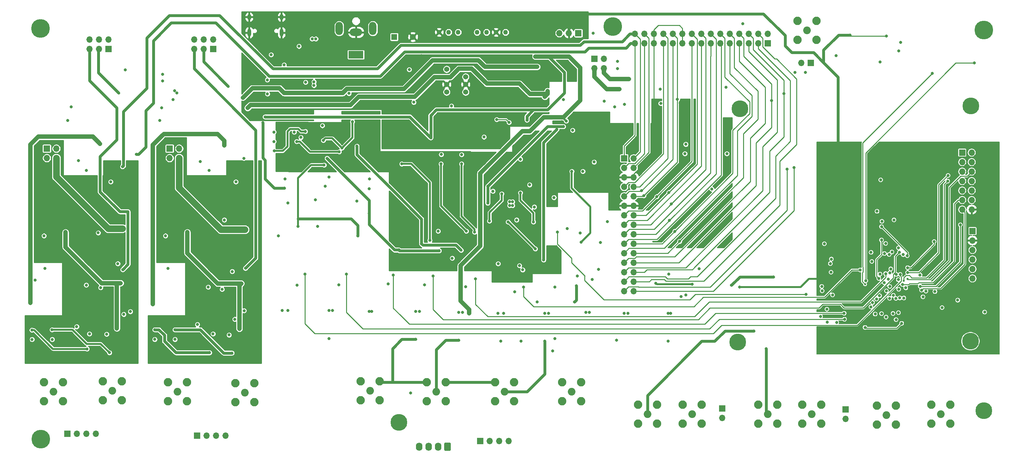
<source format=gbr>
G04 #@! TF.GenerationSoftware,KiCad,Pcbnew,(5.1.10-1-10_14)*
G04 #@! TF.CreationDate,2022-01-04T14:49:55+01:00*
G04 #@! TF.ProjectId,BioZ_front_end_V2_1,42696f5a-5f66-4726-9f6e-745f656e645f,rev?*
G04 #@! TF.SameCoordinates,Original*
G04 #@! TF.FileFunction,Copper,L2,Inr*
G04 #@! TF.FilePolarity,Positive*
%FSLAX46Y46*%
G04 Gerber Fmt 4.6, Leading zero omitted, Abs format (unit mm)*
G04 Created by KiCad (PCBNEW (5.1.10-1-10_14)) date 2022-01-04 14:49:55*
%MOMM*%
%LPD*%
G01*
G04 APERTURE LIST*
G04 #@! TA.AperFunction,ComponentPad*
%ADD10O,1.700000X1.700000*%
G04 #@! TD*
G04 #@! TA.AperFunction,ComponentPad*
%ADD11R,1.700000X1.700000*%
G04 #@! TD*
G04 #@! TA.AperFunction,ComponentPad*
%ADD12C,2.250000*%
G04 #@! TD*
G04 #@! TA.AperFunction,ComponentPad*
%ADD13C,2.050000*%
G04 #@! TD*
G04 #@! TA.AperFunction,ComponentPad*
%ADD14C,1.270000*%
G04 #@! TD*
G04 #@! TA.AperFunction,ComponentPad*
%ADD15O,1.000000X2.100000*%
G04 #@! TD*
G04 #@! TA.AperFunction,ComponentPad*
%ADD16O,1.000000X1.600000*%
G04 #@! TD*
G04 #@! TA.AperFunction,ComponentPad*
%ADD17C,1.600000*%
G04 #@! TD*
G04 #@! TA.AperFunction,ComponentPad*
%ADD18R,1.600000X1.600000*%
G04 #@! TD*
G04 #@! TA.AperFunction,ComponentPad*
%ADD19O,1.740000X2.190000*%
G04 #@! TD*
G04 #@! TA.AperFunction,ComponentPad*
%ADD20R,4.000000X2.000000*%
G04 #@! TD*
G04 #@! TA.AperFunction,ComponentPad*
%ADD21O,3.300000X2.000000*%
G04 #@! TD*
G04 #@! TA.AperFunction,ComponentPad*
%ADD22O,2.000000X3.500000*%
G04 #@! TD*
G04 #@! TA.AperFunction,ComponentPad*
%ADD23C,1.371600*%
G04 #@! TD*
G04 #@! TA.AperFunction,ViaPad*
%ADD24C,5.000000*%
G04 #@! TD*
G04 #@! TA.AperFunction,ViaPad*
%ADD25C,4.500000*%
G04 #@! TD*
G04 #@! TA.AperFunction,ViaPad*
%ADD26C,0.800000*%
G04 #@! TD*
G04 #@! TA.AperFunction,ViaPad*
%ADD27C,0.600000*%
G04 #@! TD*
G04 #@! TA.AperFunction,Conductor*
%ADD28C,0.800000*%
G04 #@! TD*
G04 #@! TA.AperFunction,Conductor*
%ADD29C,0.250000*%
G04 #@! TD*
G04 #@! TA.AperFunction,Conductor*
%ADD30C,0.500000*%
G04 #@! TD*
G04 #@! TA.AperFunction,Conductor*
%ADD31C,1.200000*%
G04 #@! TD*
G04 #@! TA.AperFunction,Conductor*
%ADD32C,1.800000*%
G04 #@! TD*
G04 #@! TA.AperFunction,Conductor*
%ADD33C,0.254000*%
G04 #@! TD*
G04 #@! TA.AperFunction,Conductor*
%ADD34C,0.100000*%
G04 #@! TD*
G04 #@! TA.AperFunction,Conductor*
%ADD35C,0.180000*%
G04 #@! TD*
G04 APERTURE END LIST*
D10*
G04 #@! TO.N,Net-(C18-Pad1)*
G04 #@! TO.C,J4*
X59400000Y-71440000D03*
G04 #@! TO.N,Net-(C20-Pad2)*
X56860000Y-71440000D03*
G04 #@! TO.N,+12V*
X59400000Y-68900000D03*
D11*
G04 #@! TO.N,-12V*
X56860000Y-68900000D03*
G04 #@! TD*
D10*
G04 #@! TO.N,Vin-_ch2*
G04 #@! TO.C,J13*
X71870000Y-145750000D03*
G04 #@! TO.N,GND*
X69330000Y-145750000D03*
X66790000Y-145750000D03*
D11*
G04 #@! TO.N,Vin+_ch2*
X64250000Y-145750000D03*
G04 #@! TD*
D10*
G04 #@! TO.N,A1_3*
G04 #@! TO.C,J11*
X63420000Y-39710000D03*
G04 #@! TO.N,A0_3*
X63420000Y-42250000D03*
G04 #@! TO.N,GND*
X65960000Y-39710000D03*
G04 #@! TO.N,A1_2*
X65960000Y-42250000D03*
G04 #@! TO.N,ch2_out*
X68500000Y-39710000D03*
D11*
G04 #@! TO.N,A0_2*
X68500000Y-42250000D03*
G04 #@! TD*
D12*
G04 #@! TO.N,GND*
G04 #@! TO.C,J8*
X74460000Y-136790000D03*
X74460000Y-131710000D03*
X79540000Y-131710000D03*
X79540000Y-136790000D03*
D13*
G04 #@! TO.N,Vin-_ch2*
X77000000Y-134250000D03*
G04 #@! TD*
D12*
G04 #@! TO.N,GND*
G04 #@! TO.C,J7*
X56460000Y-136540000D03*
X56460000Y-131460000D03*
X61540000Y-131460000D03*
X61540000Y-136540000D03*
D13*
G04 #@! TO.N,Vin+_ch2*
X59000000Y-134000000D03*
G04 #@! TD*
D12*
G04 #@! TO.N,GND*
G04 #@! TO.C,J9*
X23210000Y-136540000D03*
X23210000Y-131460000D03*
X28290000Y-131460000D03*
X28290000Y-136540000D03*
D13*
G04 #@! TO.N,Vin+_ch1*
X25750000Y-134000000D03*
G04 #@! TD*
D10*
G04 #@! TO.N,Vin-_ch1*
G04 #@! TO.C,J14*
X37120000Y-145250000D03*
G04 #@! TO.N,GND*
X34580000Y-145250000D03*
X32040000Y-145250000D03*
D11*
G04 #@! TO.N,Vin+_ch1*
X29500000Y-145250000D03*
G04 #@! TD*
D10*
G04 #@! TO.N,A1_1*
G04 #@! TO.C,J12*
X35420000Y-39710000D03*
G04 #@! TO.N,A0_1*
X35420000Y-42250000D03*
G04 #@! TO.N,GND*
X37960000Y-39710000D03*
G04 #@! TO.N,A1_0*
X37960000Y-42250000D03*
G04 #@! TO.N,ch1_out*
X40500000Y-39710000D03*
D11*
G04 #@! TO.N,A0_0*
X40500000Y-42250000D03*
G04 #@! TD*
D12*
G04 #@! TO.N,GND*
G04 #@! TO.C,J10*
X38960000Y-136290000D03*
X38960000Y-131210000D03*
X44040000Y-131210000D03*
X44040000Y-136290000D03*
D13*
G04 #@! TO.N,Vin-_ch1*
X41500000Y-133750000D03*
G04 #@! TD*
D10*
G04 #@! TO.N,Net-(C19-Pad1)*
G04 #@! TO.C,J5*
X26540000Y-71440000D03*
G04 #@! TO.N,Net-(C21-Pad2)*
X24000000Y-71440000D03*
G04 #@! TO.N,+12V*
X26540000Y-68900000D03*
D11*
G04 #@! TO.N,-12V*
X24000000Y-68900000D03*
G04 #@! TD*
G04 #@! TO.N,-12V*
G04 #@! TO.C,J15*
X170600000Y-44900000D03*
D10*
G04 #@! TO.N,+12V*
X173140000Y-44900000D03*
G04 #@! TO.N,Net-(C75-Pad2)*
X170600000Y-47440000D03*
G04 #@! TO.N,Net-(C72-Pad1)*
X173140000Y-47440000D03*
G04 #@! TD*
D13*
G04 #@! TO.N,Vin+_ch1*
G04 #@! TO.C,J19*
X146500000Y-134000000D03*
D12*
G04 #@! TO.N,GND*
X149040000Y-136540000D03*
X149040000Y-131460000D03*
X143960000Y-131460000D03*
X143960000Y-136540000D03*
G04 #@! TD*
D14*
G04 #@! TO.N,GND*
G04 #@! TO.C,U19*
X129000000Y-37750000D03*
G04 #@! TO.N,VCC*
X131540000Y-37750000D03*
G04 #@! TO.N,N/C*
X134080000Y-37750000D03*
X139160000Y-37750000D03*
G04 #@! TO.N,Net-(C12-Pad1)*
X141700000Y-37750000D03*
G04 #@! TO.N,GND*
X144240000Y-37750000D03*
G04 #@! TO.N,N/C*
X146780000Y-37750000D03*
G04 #@! TD*
D11*
G04 #@! TO.N,N/C*
G04 #@! TO.C,J33*
X271750000Y-91000000D03*
D10*
G04 #@! TO.N,GND*
X271750000Y-93540000D03*
G04 #@! TO.N,/UART_TX*
X271750000Y-96080000D03*
G04 #@! TO.N,/UART_RX*
X271750000Y-98620000D03*
G04 #@! TO.N,N/C*
X271750000Y-101160000D03*
X271750000Y-103700000D03*
G04 #@! TD*
D11*
G04 #@! TO.N,+3V3*
G04 #@! TO.C,J18*
X269000000Y-70000000D03*
D10*
G04 #@! TO.N,/PA0*
X271540000Y-70000000D03*
G04 #@! TO.N,/PA1*
X269000000Y-72540000D03*
G04 #@! TO.N,/PA2*
X271540000Y-72540000D03*
G04 #@! TO.N,/PA3*
X269000000Y-75080000D03*
G04 #@! TO.N,/PA8*
X271540000Y-75080000D03*
G04 #@! TO.N,/PA11*
X269000000Y-77620000D03*
G04 #@! TO.N,/PA12*
X271540000Y-77620000D03*
G04 #@! TO.N,/PA15*
X269000000Y-80160000D03*
G04 #@! TO.N,N/C*
X271540000Y-80160000D03*
G04 #@! TO.N,/PC8*
X269000000Y-82700000D03*
G04 #@! TO.N,/PC7*
X271540000Y-82700000D03*
G04 #@! TO.N,/PC6*
X269000000Y-85240000D03*
G04 #@! TO.N,GND*
X271540000Y-85240000D03*
G04 #@! TD*
D15*
G04 #@! TO.N,GND*
G04 #@! TO.C,J17*
X86820000Y-37855000D03*
X78180000Y-37855000D03*
D16*
X86820000Y-33675000D03*
X78180000Y-33675000D03*
G04 #@! TD*
D10*
G04 #@! TO.N,EXT_stim*
G04 #@! TO.C,J16*
X225960000Y-46000000D03*
D11*
G04 #@! TO.N,GND*
X228500000Y-46000000D03*
G04 #@! TD*
D17*
G04 #@! TO.N,GND*
G04 #@! TO.C,C2*
X122000000Y-39000000D03*
D18*
G04 #@! TO.N,VCC*
X117000000Y-39000000D03*
G04 #@! TD*
D10*
G04 #@! TO.N,GND*
G04 #@! TO.C,JP4*
X237750000Y-141290000D03*
D11*
G04 #@! TO.N,scope2-*
X237750000Y-138750000D03*
G04 #@! TD*
D10*
G04 #@! TO.N,GND*
G04 #@! TO.C,JP3*
X204750000Y-141040000D03*
D11*
G04 #@! TO.N,scope1-*
X204750000Y-138500000D03*
G04 #@! TD*
D10*
G04 #@! TO.N,scope1+*
G04 #@! TO.C,J32*
X181440000Y-38210000D03*
G04 #@! TO.N,scope1-*
X181440000Y-40750000D03*
G04 #@! TO.N,scope2+*
X183980000Y-38210000D03*
G04 #@! TO.N,scope2-*
X183980000Y-40750000D03*
G04 #@! TO.N,GND*
X186520000Y-38210000D03*
X186520000Y-40750000D03*
G04 #@! TO.N,PWR+*
X189060000Y-38210000D03*
G04 #@! TO.N,PWR-*
X189060000Y-40750000D03*
G04 #@! TO.N,AWG1*
X191600000Y-38210000D03*
G04 #@! TO.N,AWG2*
X191600000Y-40750000D03*
G04 #@! TO.N,GND*
X194140000Y-38210000D03*
X194140000Y-40750000D03*
G04 #@! TO.N,TR1*
X196680000Y-38210000D03*
G04 #@! TO.N,TR2*
X196680000Y-40750000D03*
G04 #@! TO.N,/SPI_NSS*
X199220000Y-38210000D03*
G04 #@! TO.N,A0_0*
X199220000Y-40750000D03*
G04 #@! TO.N,/SPI_SCK*
X201760000Y-38210000D03*
G04 #@! TO.N,A1_0*
X201760000Y-40750000D03*
G04 #@! TO.N,/SPI_MOSI*
X204300000Y-38210000D03*
G04 #@! TO.N,A0_1*
X204300000Y-40750000D03*
G04 #@! TO.N,/SPI_MISO*
X206840000Y-38210000D03*
G04 #@! TO.N,A1_1*
X206840000Y-40750000D03*
G04 #@! TO.N,/AD2_status*
X209380000Y-38210000D03*
G04 #@! TO.N,A0_2*
X209380000Y-40750000D03*
G04 #@! TO.N,/AD2_err*
X211920000Y-38210000D03*
G04 #@! TO.N,A1_2*
X211920000Y-40750000D03*
G04 #@! TO.N,IO6*
X214460000Y-38210000D03*
G04 #@! TO.N,A0_3*
X214460000Y-40750000D03*
G04 #@! TO.N,IO7*
X217000000Y-38210000D03*
D11*
G04 #@! TO.N,A1_3*
X217000000Y-40750000D03*
G04 #@! TD*
D12*
G04 #@! TO.N,GND*
G04 #@! TO.C,J31*
X214460000Y-142540000D03*
X214460000Y-137460000D03*
X219540000Y-137460000D03*
X219540000Y-142540000D03*
D13*
G04 #@! TO.N,scope2+*
X217000000Y-140000000D03*
G04 #@! TD*
D12*
G04 #@! TO.N,GND*
G04 #@! TO.C,J30*
X260710000Y-142540000D03*
X260710000Y-137460000D03*
X265790000Y-137460000D03*
X265790000Y-142540000D03*
D13*
G04 #@! TO.N,AWG2*
X263250000Y-140000000D03*
G04 #@! TD*
D10*
G04 #@! TO.N,IO7*
G04 #@! TO.C,J29*
X181040000Y-107060000D03*
G04 #@! TO.N,A1_3*
X178500000Y-107060000D03*
G04 #@! TO.N,IO6*
X181040000Y-104520000D03*
G04 #@! TO.N,A0_3*
X178500000Y-104520000D03*
G04 #@! TO.N,/AD2_err*
X181040000Y-101980000D03*
G04 #@! TO.N,A1_2*
X178500000Y-101980000D03*
G04 #@! TO.N,/AD2_status*
X181040000Y-99440000D03*
G04 #@! TO.N,A0_2*
X178500000Y-99440000D03*
G04 #@! TO.N,/SPI_MISO*
X181040000Y-96900000D03*
G04 #@! TO.N,A1_1*
X178500000Y-96900000D03*
G04 #@! TO.N,/SPI_MOSI*
X181040000Y-94360000D03*
G04 #@! TO.N,A0_1*
X178500000Y-94360000D03*
G04 #@! TO.N,/SPI_SCK*
X181040000Y-91820000D03*
G04 #@! TO.N,A1_0*
X178500000Y-91820000D03*
G04 #@! TO.N,/SPI_NSS*
X181040000Y-89280000D03*
G04 #@! TO.N,A0_0*
X178500000Y-89280000D03*
G04 #@! TO.N,TR1*
X181040000Y-86740000D03*
G04 #@! TO.N,TR2*
X178500000Y-86740000D03*
G04 #@! TO.N,GND*
X181040000Y-84200000D03*
X178500000Y-84200000D03*
G04 #@! TO.N,AWG1*
X181040000Y-81660000D03*
G04 #@! TO.N,AWG2*
X178500000Y-81660000D03*
G04 #@! TO.N,PWR+*
X181040000Y-79120000D03*
G04 #@! TO.N,PWR-*
X178500000Y-79120000D03*
G04 #@! TO.N,GND*
X181040000Y-76580000D03*
X178500000Y-76580000D03*
G04 #@! TO.N,scope2+*
X181040000Y-74040000D03*
G04 #@! TO.N,scope2-*
X178500000Y-74040000D03*
G04 #@! TO.N,scope1+*
X181040000Y-71500000D03*
D11*
G04 #@! TO.N,scope1-*
X178500000Y-71500000D03*
G04 #@! TD*
D12*
G04 #@! TO.N,GND*
G04 #@! TO.C,J28*
X182210000Y-142540000D03*
X182210000Y-137460000D03*
X187290000Y-137460000D03*
X187290000Y-142540000D03*
D13*
G04 #@! TO.N,scope1+*
X184750000Y-140000000D03*
G04 #@! TD*
D12*
G04 #@! TO.N,GND*
G04 #@! TO.C,J27*
X246210000Y-142790000D03*
X246210000Y-137710000D03*
X251290000Y-137710000D03*
X251290000Y-142790000D03*
D13*
G04 #@! TO.N,AWG1*
X248750000Y-140250000D03*
G04 #@! TD*
D12*
G04 #@! TO.N,GND*
G04 #@! TO.C,J26*
X226210000Y-142540000D03*
X226210000Y-137460000D03*
X231290000Y-137460000D03*
X231290000Y-142540000D03*
D13*
G04 #@! TO.N,scope2-*
X228750000Y-140000000D03*
G04 #@! TD*
D12*
G04 #@! TO.N,GND*
G04 #@! TO.C,J25*
X194210000Y-142540000D03*
X194210000Y-137460000D03*
X199290000Y-137460000D03*
X199290000Y-142540000D03*
D13*
G04 #@! TO.N,scope1-*
X196750000Y-140000000D03*
G04 #@! TD*
D10*
G04 #@! TO.N,STIM+_coupling*
G04 #@! TO.C,J24*
X147620000Y-147250000D03*
G04 #@! TO.N,Vin+_ch1*
X145080000Y-147250000D03*
G04 #@! TO.N,Vin-_ch1*
X142540000Y-147250000D03*
D11*
G04 #@! TO.N,STIM-_coupling*
X140000000Y-147250000D03*
G04 #@! TD*
D19*
G04 #@! TO.N,STIM-_coupling*
G04 #@! TO.C,J23*
X123630000Y-148750000D03*
G04 #@! TO.N,Vin-_ch1*
X126170000Y-148750000D03*
G04 #@! TO.N,Vin+_ch1*
X128710000Y-148750000D03*
G04 #@! TO.N,STIM+_coupling*
G04 #@! TA.AperFunction,ComponentPad*
G36*
G01*
X132120000Y-147904999D02*
X132120000Y-149595001D01*
G75*
G02*
X131870001Y-149845000I-249999J0D01*
G01*
X130629999Y-149845000D01*
G75*
G02*
X130380000Y-149595001I0J249999D01*
G01*
X130380000Y-147904999D01*
G75*
G02*
X130629999Y-147655000I249999J0D01*
G01*
X131870001Y-147655000D01*
G75*
G02*
X132120000Y-147904999I0J-249999D01*
G01*
G37*
G04 #@! TD.AperFunction*
G04 #@! TD*
D12*
G04 #@! TO.N,GND*
G04 #@! TO.C,J22*
X161960000Y-136540000D03*
X161960000Y-131460000D03*
X167040000Y-131460000D03*
X167040000Y-136540000D03*
D13*
G04 #@! TO.N,STIM+_coupling*
X164500000Y-134000000D03*
G04 #@! TD*
D12*
G04 #@! TO.N,GND*
G04 #@! TO.C,J21*
X107960000Y-136290000D03*
X107960000Y-131210000D03*
X113040000Y-131210000D03*
X113040000Y-136290000D03*
D13*
G04 #@! TO.N,STIM-_coupling*
X110500000Y-133750000D03*
G04 #@! TD*
D12*
G04 #@! TO.N,GND*
G04 #@! TO.C,J20*
X125710000Y-136540000D03*
X125710000Y-131460000D03*
X130790000Y-131460000D03*
X130790000Y-136540000D03*
D13*
G04 #@! TO.N,Vin-_ch1*
X128250000Y-134000000D03*
G04 #@! TD*
D12*
G04 #@! TO.N,GND*
G04 #@! TO.C,J6*
X224960000Y-39790000D03*
X224960000Y-34710000D03*
X230040000Y-34710000D03*
X230040000Y-39790000D03*
D13*
G04 #@! TO.N,EXT_stim*
X227500000Y-37250000D03*
G04 #@! TD*
D10*
G04 #@! TO.N,+12V*
G04 #@! TO.C,J3*
X161170000Y-38000000D03*
G04 #@! TO.N,GND*
X163710000Y-38000000D03*
D11*
G04 #@! TO.N,-12V*
X166250000Y-38000000D03*
G04 #@! TD*
D20*
G04 #@! TO.N,Vin_DC*
G04 #@! TO.C,J1*
X106750000Y-43750000D03*
D21*
G04 #@! TO.N,GND*
X106750000Y-37750000D03*
D22*
G04 #@! TO.N,N/C*
X111250000Y-36750000D03*
X102250000Y-36750000D03*
G04 #@! TD*
D23*
G04 #@! TO.N,VCC*
G04 #@! TO.C,U1*
X131000000Y-53750000D03*
G04 #@! TO.N,GND*
X131000000Y-51718000D03*
G04 #@! TO.N,N/C*
X131000000Y-47654000D03*
G04 #@! TO.N,Net-(C10-Pad1)*
X136080000Y-53750000D03*
G04 #@! TO.N,GND*
X136080000Y-51718000D03*
G04 #@! TO.N,Net-(C11-Pad1)*
X136080000Y-49686000D03*
G04 #@! TD*
D24*
G04 #@! TO.N,*
X22370000Y-146720000D03*
D25*
X118250000Y-142250000D03*
X274800000Y-139100000D03*
D24*
X22270000Y-36730000D03*
X175460000Y-36220000D03*
X274780000Y-37130000D03*
D25*
X209500000Y-58200000D03*
X271300000Y-57500000D03*
X271200000Y-120500000D03*
X208900000Y-120700000D03*
D26*
X202000000Y-79750000D03*
X148650000Y-84150000D03*
X147850000Y-84150000D03*
X148650000Y-83150000D03*
X147850000Y-83150000D03*
G04 #@! TO.N,/SW2_uC*
X248112653Y-104812653D03*
X251925000Y-95500000D03*
X247000000Y-45750000D03*
G04 #@! TO.N,GND*
X203500000Y-90500000D03*
X205750000Y-94250000D03*
X201250000Y-92750000D03*
D27*
X197400000Y-93750000D03*
D26*
X190750000Y-91000000D03*
X198750000Y-90000000D03*
X205500000Y-83000000D03*
X196750000Y-85250000D03*
X205500000Y-80500000D03*
X205750000Y-72750000D03*
X205500000Y-75500000D03*
X112250000Y-61750000D03*
X107750000Y-61750000D03*
D27*
X109800000Y-59200000D03*
D26*
X109500000Y-64000000D03*
X107500000Y-65500000D03*
X99250000Y-64500000D03*
X104500000Y-64750000D03*
X103250000Y-70250000D03*
X105750000Y-71750000D03*
X101000000Y-71750000D03*
D27*
X92800000Y-73000000D03*
D26*
X86500000Y-74250000D03*
X88250000Y-71750000D03*
X85750000Y-68500000D03*
X86750000Y-65500000D03*
X107500000Y-73000000D03*
D27*
X112000000Y-72750000D03*
D26*
X96000000Y-74500000D03*
X176000000Y-64750000D03*
X178750000Y-64250000D03*
D27*
X181850000Y-66350000D03*
D26*
X188000000Y-66000000D03*
D27*
X194000000Y-64500000D03*
X196000000Y-64000000D03*
D26*
X195750000Y-56500000D03*
X193500000Y-56750000D03*
X187250000Y-56500000D03*
X206750000Y-61250000D03*
X205750000Y-63000000D03*
X124500000Y-80500000D03*
X117000000Y-86750000D03*
X128500000Y-87750000D03*
X133500000Y-80500000D03*
X137500000Y-83000000D03*
X119250000Y-97500000D03*
X125500000Y-92250000D03*
X126500000Y-99250000D03*
X132000000Y-99500000D03*
X138750000Y-93750000D03*
X132000000Y-93500000D03*
X143000000Y-92250000D03*
X139250000Y-98750000D03*
X146000000Y-95250000D03*
D27*
X145800000Y-101800000D03*
X155400000Y-96600000D03*
D26*
X154250000Y-93000000D03*
X151750000Y-90000000D03*
X151750000Y-85750000D03*
X149250000Y-85750000D03*
X144750000Y-85500000D03*
X138250000Y-86000000D03*
X141400000Y-76200000D03*
X149000000Y-75000000D03*
X146750000Y-71000000D03*
X153750000Y-72000000D03*
X158750000Y-76750000D03*
X161500000Y-79000000D03*
X158750000Y-70500000D03*
X168250000Y-70500000D03*
D27*
X165250000Y-70500000D03*
D26*
X171000000Y-75750000D03*
X174000000Y-73750000D03*
X173000000Y-64500000D03*
X171250000Y-61750000D03*
X170000000Y-60000000D03*
X161750000Y-61750000D03*
X81500000Y-33500000D03*
X84500000Y-34000000D03*
X83000000Y-37000000D03*
X86000000Y-42750000D03*
X89250000Y-34000000D03*
X89500000Y-43750000D03*
X79000000Y-49000000D03*
X77500000Y-52000000D03*
X100000000Y-36500000D03*
X97750000Y-33500000D03*
X97750000Y-44000000D03*
X98250000Y-46000000D03*
X98250000Y-52250000D03*
X95000000Y-55500000D03*
X93250000Y-59000000D03*
X99750000Y-55750000D03*
X113000000Y-43250000D03*
X109250000Y-34500000D03*
X104000000Y-34750000D03*
X103750000Y-38750000D03*
X115250000Y-34250000D03*
X125000000Y-36750000D03*
X123250000Y-46750000D03*
X124250000Y-44000000D03*
X124500000Y-50500000D03*
X128250000Y-47750000D03*
X136500000Y-36250000D03*
X134000000Y-53000000D03*
X115500000Y-59000000D03*
X112500000Y-56500000D03*
X121250000Y-63250000D03*
X122000000Y-66000000D03*
X115250000Y-66500000D03*
X129750000Y-62000000D03*
X140500000Y-61250000D03*
X138750000Y-66000000D03*
X146250000Y-66000000D03*
X152000000Y-55000000D03*
X154000000Y-61250000D03*
X141750000Y-55500000D03*
X142250000Y-48750000D03*
X164750000Y-49750000D03*
X163750000Y-47250000D03*
X158500000Y-36250000D03*
X158250000Y-38750000D03*
X151000000Y-44250000D03*
X161000000Y-50000000D03*
X144250000Y-44500000D03*
D27*
X196250000Y-73750000D03*
D26*
X195750000Y-71250000D03*
D27*
X70500000Y-92000000D03*
D26*
X54600000Y-124200000D03*
X61500000Y-122000000D03*
X54300000Y-121500000D03*
X80900000Y-123400000D03*
X80200000Y-119100000D03*
X74800000Y-120500000D03*
X70300000Y-116900000D03*
X73000000Y-112800000D03*
X61700000Y-114700000D03*
X61500000Y-112700000D03*
X64400000Y-109300000D03*
X73400000Y-108100000D03*
X71200000Y-99500000D03*
X62900000Y-103400000D03*
X57000000Y-99100000D03*
X65200000Y-98200000D03*
X76600000Y-97500000D03*
X65600000Y-90300000D03*
X55000000Y-84800000D03*
X76400000Y-83900000D03*
X70500000Y-82600000D03*
X65400000Y-78600000D03*
X54200000Y-73200000D03*
X76800000Y-80100000D03*
D27*
X248700000Y-101500000D03*
X242100000Y-107800000D03*
D26*
X256500000Y-111000000D03*
D27*
X250500000Y-104700000D03*
D26*
X258750000Y-110000000D03*
X258250000Y-113250000D03*
X240250000Y-114750000D03*
X243750000Y-115500000D03*
D27*
X240250000Y-110750000D03*
D26*
X234250000Y-105000000D03*
X235750000Y-98750000D03*
X263500000Y-108250000D03*
X264750000Y-69750000D03*
X258250000Y-78000000D03*
X257000000Y-72500000D03*
X248250000Y-71000000D03*
X235750000Y-70250000D03*
X236000000Y-81000000D03*
X236750000Y-87750000D03*
X250000000Y-83750000D03*
X257250000Y-82000000D03*
X260750000Y-83750000D03*
D27*
X264900000Y-87000000D03*
D26*
X268250000Y-87000000D03*
D27*
X264900000Y-92750000D03*
D26*
X260500000Y-90250000D03*
X258750000Y-94500000D03*
X263250000Y-98250000D03*
X269250000Y-102750000D03*
X271500000Y-108250000D03*
X275750000Y-118000000D03*
X266500000Y-119750000D03*
X263500000Y-118750000D03*
D27*
X259250000Y-117750000D03*
D26*
X253000000Y-122500000D03*
X250750000Y-119250000D03*
X244000000Y-119250000D03*
X237750000Y-117750000D03*
X233250000Y-118000000D03*
D27*
X231750000Y-122250000D03*
X264900000Y-97700000D03*
D26*
X265500000Y-106500000D03*
X232500000Y-97500000D03*
X238250000Y-91250000D03*
X29500000Y-124000000D03*
X23000000Y-124000000D03*
X23000000Y-116000000D03*
X27500000Y-115500000D03*
X28500000Y-121000000D03*
X37500000Y-116500000D03*
X42500000Y-124000000D03*
X47000000Y-118500000D03*
X40500000Y-108000000D03*
X29500000Y-112500000D03*
X30000000Y-105000000D03*
X32000000Y-101500000D03*
X44500000Y-97500000D03*
X29000000Y-98000000D03*
X23000000Y-98500000D03*
X32500000Y-94500000D03*
X33500000Y-90000000D03*
X37500000Y-90000000D03*
X39000000Y-83500000D03*
X45000000Y-83500000D03*
X32000000Y-86000000D03*
X22500000Y-84500000D03*
X36000000Y-79500000D03*
X33000000Y-78000000D03*
X22500000Y-75000000D03*
X45000000Y-80000000D03*
X21500000Y-70500000D03*
X38000000Y-99500000D03*
X29000000Y-101500000D03*
X122750000Y-120000000D03*
X20900000Y-104100000D03*
X32500000Y-72100000D03*
X65050000Y-72350000D03*
X72500000Y-95000000D03*
X91000000Y-105500000D03*
X102125000Y-105375000D03*
X115375000Y-105125000D03*
X125125000Y-105375000D03*
X136125000Y-105875000D03*
X149250000Y-107250000D03*
X160000000Y-106000000D03*
X170000000Y-104000000D03*
X87550000Y-79450000D03*
X98500000Y-79000000D03*
X110300000Y-79700000D03*
X239000000Y-38500000D03*
X248750000Y-38750000D03*
X174000000Y-88500000D03*
X55000000Y-50750000D03*
X55000000Y-49000000D03*
X45000000Y-47800000D03*
X29600000Y-61400000D03*
X58200000Y-53400000D03*
X58800000Y-54000000D03*
X54200000Y-61400000D03*
X81800000Y-62000000D03*
X163287500Y-90287500D03*
X209400000Y-106000000D03*
X178600000Y-57012500D03*
X173200000Y-56200000D03*
X160400000Y-98250000D03*
G04 #@! TO.N,/SW1_uC*
X249187347Y-103887347D03*
X253200000Y-97300000D03*
X235250000Y-44000000D03*
G04 #@! TO.N,/NRST*
X247400000Y-93400000D03*
X246700000Y-103700000D03*
X246200000Y-85700000D03*
X247200000Y-77300000D03*
G04 #@! TO.N,+3V3*
X248500000Y-94300000D03*
X244825000Y-99125000D03*
X250574990Y-108174990D03*
X224250000Y-48500000D03*
X227000000Y-48500000D03*
G04 #@! TO.N,Vin+_ch2*
X52900000Y-117400000D03*
X67550000Y-123550000D03*
X84807600Y-64467300D03*
G04 #@! TO.N,Vin-_ch2*
X58300000Y-117400000D03*
X73550000Y-123650000D03*
X90192400Y-64467300D03*
G04 #@! TO.N,Vin+_ch1*
X20000000Y-117500000D03*
X34750000Y-122550000D03*
X157250000Y-120500000D03*
G04 #@! TO.N,Vin-_ch1*
X25400000Y-117400000D03*
X40750000Y-123550000D03*
X134250000Y-120250000D03*
G04 #@! TO.N,Net-(C59-Pad1)*
X150750000Y-80750000D03*
X154212500Y-88537500D03*
G04 #@! TO.N,Net-(C60-Pad1)*
X145750000Y-81000000D03*
X142462500Y-88287500D03*
G04 #@! TO.N,I_load-*
X107250000Y-92250000D03*
X98212500Y-73287500D03*
X91192400Y-89717300D03*
G04 #@! TO.N,TIA+*
X92000000Y-65900000D03*
X84807600Y-67007300D03*
G04 #@! TO.N,/SWCLK*
X247400000Y-89800000D03*
X254300000Y-97600000D03*
G04 #@! TO.N,/SWDIO*
X247500000Y-88400000D03*
X257724847Y-102750153D03*
G04 #@! TO.N,A1_3*
X73600000Y-101800000D03*
X222100000Y-74400000D03*
X210250000Y-35500000D03*
G04 #@! TO.N,A0_3*
X77150000Y-100950000D03*
G04 #@! TO.N,A1_2*
X72500000Y-52200000D03*
X76800000Y-112300000D03*
X176750000Y-45500000D03*
G04 #@! TO.N,ch2_out*
X74600000Y-77797300D03*
X70900000Y-106600000D03*
G04 #@! TO.N,A0_2*
X74300000Y-114600000D03*
X176750000Y-47500000D03*
G04 #@! TO.N,A1_1*
X43000000Y-99700000D03*
G04 #@! TO.N,A0_1*
X44300000Y-101325000D03*
G04 #@! TO.N,A1_0*
X46350000Y-112550000D03*
X43200000Y-54000000D03*
G04 #@! TO.N,ch1_out*
X41100000Y-77800000D03*
X38414690Y-106126703D03*
G04 #@! TO.N,A0_0*
X44600000Y-113300000D03*
X170250000Y-38000000D03*
G04 #@! TO.N,Vout-*
X99500000Y-119750000D03*
X96500000Y-89750000D03*
X135000000Y-70500000D03*
X149750000Y-88000000D03*
G04 #@! TO.N,Vout+*
X147462500Y-88537500D03*
X129557600Y-70467300D03*
X154750000Y-95750000D03*
G04 #@! TO.N,scope1-*
X176500000Y-120250000D03*
X48000000Y-70400000D03*
G04 #@! TO.N,scope2-*
X165750000Y-105669998D03*
X165250000Y-110000000D03*
X104875000Y-54125000D03*
G04 #@! TO.N,AWG1*
X183775000Y-81525000D03*
X188307600Y-56807600D03*
X192775001Y-55724999D03*
G04 #@! TO.N,scope1+*
X213250000Y-117750000D03*
X44250000Y-73750000D03*
X172192400Y-94047300D03*
G04 #@! TO.N,TR1*
X251250000Y-109050000D03*
X190450000Y-80650000D03*
X195000000Y-108100000D03*
G04 #@! TO.N,TR2*
X249574990Y-109000000D03*
X187250000Y-81750000D03*
X193800000Y-108500000D03*
G04 #@! TO.N,AWG2*
X183200000Y-80200000D03*
G04 #@! TO.N,scope2+*
X216500000Y-122500000D03*
X76750000Y-71500000D03*
G04 #@! TO.N,+5VA*
X178500000Y-113000000D03*
X190250000Y-113000000D03*
X169250000Y-112750000D03*
X158250000Y-113000000D03*
X135250000Y-112750000D03*
X123750000Y-112500000D03*
X110250000Y-112500000D03*
X100500000Y-112250000D03*
X88500000Y-112250000D03*
X87000000Y-112250000D03*
X99500000Y-112250000D03*
X111000000Y-112500000D03*
X122750000Y-112500000D03*
X134250000Y-112750000D03*
X157250000Y-113000000D03*
X168250000Y-112750000D03*
X179500000Y-113000000D03*
X191000000Y-113000000D03*
X187000000Y-105000000D03*
X196750000Y-105250000D03*
X19600000Y-110200000D03*
X38262700Y-67637300D03*
X52400000Y-110600000D03*
X71500000Y-68100000D03*
X144750000Y-113000000D03*
X146250000Y-113000000D03*
X61000000Y-65000000D03*
X29300000Y-65700000D03*
X107000000Y-83000000D03*
X95875000Y-82625000D03*
X88500000Y-83500000D03*
X188194900Y-53000000D03*
X154750000Y-44250000D03*
X152500000Y-61250000D03*
X126750000Y-66000000D03*
X82400000Y-60400000D03*
X205750000Y-52500000D03*
X250750000Y-88000000D03*
X218500000Y-103250000D03*
X207250000Y-105500000D03*
X137000000Y-113000000D03*
X153200000Y-78600000D03*
X141750000Y-73750000D03*
X163000000Y-61500000D03*
G04 #@! TO.N,WE_REF*
X190250000Y-120500000D03*
X151375000Y-101375000D03*
G04 #@! TO.N,STIM+_coupling*
X159400000Y-123100000D03*
X150942400Y-120507300D03*
G04 #@! TO.N,STIM-_coupling*
X145500000Y-120500000D03*
X121375000Y-134375000D03*
D27*
G04 #@! TO.N,/uC_state*
X243000000Y-105250000D03*
D26*
X261000000Y-48750000D03*
G04 #@! TO.N,/uC_error*
X243200000Y-104300000D03*
X272250000Y-46000000D03*
G04 #@! TO.N,/AD2_status*
X252000000Y-42750000D03*
X218000000Y-56000000D03*
G04 #@! TO.N,/AD2_err*
X252500000Y-40500000D03*
X221300000Y-54200000D03*
G04 #@! TO.N,Vin_DC*
X84037500Y-43750000D03*
X91500000Y-41500000D03*
G04 #@! TO.N,Vin_USB*
X93250000Y-51150000D03*
X83000000Y-50500000D03*
G04 #@! TO.N,/PC6*
X258100000Y-106800000D03*
G04 #@! TO.N,/PC7*
X257775000Y-105800000D03*
X268500000Y-89300000D03*
G04 #@! TO.N,/PC8*
X253000000Y-105300000D03*
G04 #@! TO.N,/PA15*
X254400000Y-100800000D03*
X261500000Y-93800000D03*
G04 #@! TO.N,/PA12*
X254400000Y-102100000D03*
X265200000Y-76100000D03*
D27*
G04 #@! TO.N,/PA11*
X253400000Y-104300000D03*
D26*
X265100000Y-77600000D03*
D27*
G04 #@! TO.N,/PA8*
X254400000Y-103750000D03*
D26*
G04 #@! TO.N,/PA3*
X244587347Y-111287347D03*
X235400000Y-115475000D03*
X263600000Y-111500000D03*
G04 #@! TO.N,/PA2*
X245012653Y-110112653D03*
X232900000Y-115400000D03*
X267800000Y-109500000D03*
G04 #@! TO.N,/PA1*
X246100000Y-109200000D03*
X231100000Y-113875000D03*
G04 #@! TO.N,/PA0*
X246887347Y-108312653D03*
X232800000Y-111900000D03*
X275000000Y-112700000D03*
G04 #@! TO.N,IO7*
X224000000Y-74000000D03*
G04 #@! TO.N,/SPI_MISO*
X248612653Y-114012653D03*
X193350000Y-93750000D03*
G04 #@! TO.N,/SPI_MOSI*
X250469963Y-113069953D03*
X192050000Y-91050000D03*
G04 #@! TO.N,/SPI_SCK*
X247400000Y-113100000D03*
X190650000Y-88150000D03*
G04 #@! TO.N,/SPI_NSS*
X191150000Y-83750000D03*
X245717158Y-113217158D03*
G04 #@! TO.N,Gain_CS_OUT*
X119000000Y-73000000D03*
X126500000Y-93500000D03*
X160000000Y-119750000D03*
G04 #@! TO.N,V_amp*
X167000000Y-94000000D03*
X164500000Y-75000000D03*
G04 #@! TO.N,Vref_volta*
X166750000Y-91500000D03*
X150500000Y-100250000D03*
G04 #@! TO.N,Iin+*
X129500000Y-73000000D03*
X136250000Y-91000000D03*
G04 #@! TO.N,Gain_CS_IN*
X132500000Y-98250000D03*
X128725000Y-91025000D03*
G04 #@! TO.N,+14V5_stim*
X107000000Y-68250000D03*
X124250000Y-94350000D03*
X134875000Y-96125000D03*
X194750000Y-70250000D03*
X160500000Y-63750000D03*
X167462500Y-75000000D03*
X116250000Y-79750000D03*
X156962500Y-98712500D03*
X162250001Y-62999999D03*
X142000000Y-83500000D03*
X142000000Y-79019998D03*
G04 #@! TO.N,+14V5_CH2*
X64300000Y-116000000D03*
X67200000Y-106000000D03*
X71512500Y-88000000D03*
G04 #@! TO.N,+14V5_CH1*
X34550000Y-105450000D03*
X37762500Y-91462500D03*
X32000000Y-116600000D03*
G04 #@! TO.N,-14V5_CH2*
X75550000Y-117150000D03*
X76050000Y-105050000D03*
X61600000Y-91300000D03*
X43750000Y-104950000D03*
X42750000Y-117050000D03*
X29000000Y-91300000D03*
G04 #@! TO.N,-14V5_stim*
X118212500Y-96037500D03*
X99000000Y-71500000D03*
X129000000Y-96250000D03*
X170500000Y-72500000D03*
X164712500Y-64000000D03*
X159750000Y-82000000D03*
X110250000Y-86250000D03*
X143400000Y-80300000D03*
X154462500Y-84537500D03*
X144787500Y-99712500D03*
G04 #@! TO.N,Net-(C18-Pad1)*
X77000000Y-90600000D03*
G04 #@! TO.N,Net-(C19-Pad1)*
X44212500Y-90312500D03*
G04 #@! TO.N,Net-(C20-Pad2)*
X55762500Y-92250000D03*
G04 #@! TO.N,Net-(C21-Pad2)*
X23250000Y-92250000D03*
G04 #@! TO.N,DC_sense*
X155250000Y-110000000D03*
X150750000Y-71750000D03*
G04 #@! TO.N,Iin-*
X135000000Y-73000000D03*
X138500000Y-91250000D03*
G04 #@! TO.N,Net-(C72-Pad1)*
X206000000Y-70250000D03*
X179750000Y-50250000D03*
G04 #@! TO.N,Net-(C75-Pad2)*
X195000000Y-67750000D03*
X177250000Y-53000000D03*
X177250000Y-53000000D03*
G04 #@! TO.N,ch2+_Cout*
X52900000Y-120000000D03*
X68487500Y-118512500D03*
G04 #@! TO.N,ch2-_Cout*
X58300000Y-120000000D03*
X72787500Y-118812500D03*
G04 #@! TO.N,ch1+_Cout*
X35400000Y-118500000D03*
X20057600Y-120007300D03*
G04 #@! TO.N,ch1-_Cout*
X40000000Y-118600000D03*
X25442400Y-120007300D03*
G04 #@! TO.N,I_load-_Cout*
X102250000Y-69750000D03*
X90850000Y-67007300D03*
G04 #@! TO.N,I_load_Cout*
X86000000Y-92250000D03*
X97750000Y-62750000D03*
G04 #@! TO.N,Net-(C80-Pad1)*
X103000000Y-68750000D03*
X105787500Y-61712500D03*
X98000000Y-66700000D03*
G04 #@! TO.N,Net-(F1-Pad2)*
X95500000Y-52000000D03*
X96000000Y-39500000D03*
X95000000Y-39500000D03*
X95500000Y-51000000D03*
X87500000Y-46500000D03*
X121000000Y-47750000D03*
G04 #@! TO.N,+12V*
X153750000Y-47000000D03*
X155237500Y-47012500D03*
X76500000Y-55250000D03*
X57750000Y-55750000D03*
X162250000Y-55750000D03*
G04 #@! TO.N,-12V*
X158000000Y-53500000D03*
X157275000Y-55025000D03*
X77750000Y-58000000D03*
X30500000Y-57750000D03*
X54750000Y-58000000D03*
G04 #@! TO.N,Net-(K8-Pad5)*
X93200000Y-64300000D03*
X84876398Y-69534949D03*
G04 #@! TO.N,Current_source_gain_COM*
X122200000Y-56500000D03*
X258500000Y-108600000D03*
G04 #@! TO.N,DC_FB_COM*
X141000000Y-65800000D03*
X232100000Y-94400000D03*
G04 #@! TO.N,CH2_coupling_COM*
X56400000Y-101000000D03*
X252300000Y-108899990D03*
G04 #@! TO.N,CH1_coupling_COM*
X23500000Y-101000000D03*
X251300000Y-114700000D03*
G04 #@! TO.N,STIM_INPUT_COM*
X175962500Y-57737500D03*
X250200000Y-96600000D03*
G04 #@! TO.N,CH2_output_COM*
X67450000Y-74750000D03*
X249600000Y-102200000D03*
G04 #@! TO.N,CH1_output_COM*
X34550000Y-74750000D03*
X251950010Y-112841998D03*
G04 #@! TO.N,TIA_Select_1_COM*
X110400000Y-77000000D03*
X233900000Y-102000000D03*
X249440742Y-97250792D03*
G04 #@! TO.N,TIA_2_CH2_COM*
X83050000Y-54250000D03*
X144400000Y-61100000D03*
X147700000Y-61900000D03*
X234000000Y-98500000D03*
X244600000Y-96700000D03*
X248200000Y-97000000D03*
G04 #@! TO.N,TIA_Select_2_COM*
X99500000Y-76500000D03*
X249875000Y-101125000D03*
G04 #@! TO.N,TIA_coupling_COM*
X87800000Y-77000000D03*
X233700000Y-99700000D03*
G04 #@! TO.N,volta_EN_COM*
X160650000Y-91250000D03*
X227200000Y-107900000D03*
X252800000Y-115700000D03*
X243000000Y-116800000D03*
G04 #@! TO.N,Current_source_in_COM*
X132300000Y-57500000D03*
X253387347Y-108912653D03*
G04 #@! TO.N,V-_2_stim-_COM*
X104200000Y-102500000D03*
X237500000Y-114600000D03*
X251900000Y-104000000D03*
G04 #@! TO.N,I-_2_stim-_COM*
X116750000Y-102750000D03*
X237400000Y-113000000D03*
G04 #@! TO.N,tia_2_stim-_COM*
X93100000Y-102500000D03*
X252405839Y-102605839D03*
G04 #@! TO.N,volta_2_stim+_COM*
X198600000Y-101100000D03*
X231400000Y-105800000D03*
X249600000Y-105800000D03*
G04 #@! TO.N,gnd_2_stim-_COM*
X127400000Y-103000000D03*
X252200000Y-96700000D03*
X251365409Y-102620963D03*
G04 #@! TO.N,4_2_wires_+_COM*
X166000000Y-103000000D03*
X247000000Y-102500000D03*
G04 #@! TO.N,stim_coupling_COM*
X151600000Y-106000000D03*
X241700000Y-101400000D03*
G04 #@! TO.N,I+_2_stim+_COM*
X190500000Y-102500000D03*
X231500000Y-107000000D03*
X248700000Y-107000000D03*
X252000000Y-106600000D03*
X253900000Y-106200000D03*
G04 #@! TO.N,4_2_wires_-_COM*
X138750000Y-103750000D03*
X248500000Y-102400000D03*
G04 #@! TO.N,V+_2_stim+_COM*
X171687500Y-101212500D03*
X234300000Y-108100000D03*
X261700000Y-107200000D03*
X259300000Y-107100000D03*
G04 #@! TD*
D28*
G04 #@! TO.N,GND*
X113290000Y-131460000D02*
X113040000Y-131210000D01*
X130790000Y-131460000D02*
X143960000Y-131460000D01*
X122750000Y-120000000D02*
X119000000Y-120000000D01*
X116540000Y-122460000D02*
X116540000Y-131460000D01*
X119000000Y-120000000D02*
X116540000Y-122460000D01*
X116540000Y-131460000D02*
X113290000Y-131460000D01*
X125710000Y-131460000D02*
X116540000Y-131460000D01*
D29*
X181040000Y-75779002D02*
X181040000Y-76580000D01*
X186520000Y-70299002D02*
X181040000Y-75779002D01*
X186520000Y-40750000D02*
X186520000Y-70299002D01*
X186520000Y-38210000D02*
X186520000Y-40750000D01*
X194140000Y-38210000D02*
X194140000Y-40750000D01*
X194140000Y-38210000D02*
X194140000Y-36740000D01*
X194140000Y-36740000D02*
X193300000Y-35900000D01*
X193300000Y-35900000D02*
X187700000Y-35900000D01*
X186520000Y-37080000D02*
X186520000Y-38210000D01*
X187700000Y-35900000D02*
X186520000Y-37080000D01*
X239250000Y-38750000D02*
X239000000Y-38500000D01*
X248750000Y-38750000D02*
X239250000Y-38750000D01*
D28*
X87550000Y-79450000D02*
X84850000Y-79450000D01*
X84850000Y-79450000D02*
X82400000Y-77000000D01*
X82400000Y-77000000D02*
X82400000Y-72000000D01*
X81800000Y-71400000D02*
X81800000Y-62000000D01*
X82400000Y-72000000D02*
X81800000Y-71400000D01*
X163710000Y-36797919D02*
X167707919Y-32800000D01*
X163710000Y-38000000D02*
X163710000Y-36797919D01*
X167707919Y-32800000D02*
X215800000Y-32800000D01*
X215800000Y-32800000D02*
X221600000Y-38600000D01*
X221600000Y-38600000D02*
X221600000Y-41400000D01*
X221600000Y-41400000D02*
X223400000Y-43200000D01*
X223400000Y-43200000D02*
X229200000Y-43200000D01*
X235750000Y-49750000D02*
X235750000Y-70250000D01*
X239000000Y-38500000D02*
X235900000Y-38500000D01*
X231900000Y-45900000D02*
X235750000Y-49750000D01*
X231900000Y-42500000D02*
X231900000Y-45900000D01*
X235900000Y-38500000D02*
X231900000Y-42500000D01*
X229200000Y-43200000D02*
X231900000Y-45900000D01*
D30*
X209400000Y-106000000D02*
X225800000Y-106000000D01*
X225800000Y-106000000D02*
X228000000Y-103800000D01*
X233050000Y-103800000D02*
X234250000Y-105000000D01*
X228000000Y-103800000D02*
X233050000Y-103800000D01*
D29*
G04 #@! TO.N,/NRST*
X247400000Y-97273002D02*
X246100000Y-98573002D01*
X247400000Y-93400000D02*
X247400000Y-97273002D01*
X246100000Y-103100000D02*
X246700000Y-103700000D01*
X246100000Y-98573002D02*
X246100000Y-103100000D01*
D28*
G04 #@! TO.N,Vin+_ch2*
X52900000Y-117400000D02*
X54000000Y-117400000D01*
X54000000Y-117400000D02*
X55500000Y-118900000D01*
X55500000Y-118900000D02*
X55500000Y-120500000D01*
X58550000Y-123550000D02*
X67550000Y-123550000D01*
X55500000Y-120500000D02*
X58550000Y-123550000D01*
G04 #@! TO.N,Vin-_ch2*
X58300000Y-117400000D02*
X65100000Y-117400000D01*
X71350000Y-123650000D02*
X73550000Y-123650000D01*
X65100000Y-117400000D02*
X71350000Y-123650000D01*
D30*
G04 #@! TO.N,Vin+_ch1*
X20000000Y-117500000D02*
X20600000Y-117500000D01*
X25650000Y-122550000D02*
X34750000Y-122550000D01*
X20600000Y-117500000D02*
X25650000Y-122550000D01*
D28*
X157250000Y-120500000D02*
X157250000Y-129250000D01*
X152500000Y-134000000D02*
X146500000Y-134000000D01*
X157250000Y-129250000D02*
X152500000Y-134000000D01*
D30*
G04 #@! TO.N,Vin-_ch1*
X38400000Y-121200000D02*
X40750000Y-123550000D01*
X34658002Y-121200000D02*
X38400000Y-121200000D01*
X30858002Y-117400000D02*
X34658002Y-121200000D01*
X25400000Y-117400000D02*
X30858002Y-117400000D01*
D28*
X134250000Y-120250000D02*
X130750000Y-120250000D01*
X128250000Y-122750000D02*
X128250000Y-134000000D01*
X130750000Y-120250000D02*
X128250000Y-122750000D01*
D30*
G04 #@! TO.N,Net-(C59-Pad1)*
X150750000Y-80750000D02*
X150750000Y-82750000D01*
X154212500Y-86212500D02*
X154212500Y-88537500D01*
X150750000Y-82750000D02*
X154212500Y-86212500D01*
G04 #@! TO.N,Net-(C60-Pad1)*
X145750000Y-81000000D02*
X145750000Y-82750000D01*
X142462500Y-86037500D02*
X142462500Y-88287500D01*
X145750000Y-82750000D02*
X142462500Y-86037500D01*
G04 #@! TO.N,I_load-*
X98212500Y-73287500D02*
X94712500Y-73287500D01*
X94712500Y-73287500D02*
X91192400Y-76807600D01*
D28*
X107250000Y-92250000D02*
X107250000Y-89500000D01*
X105442400Y-87692400D02*
X91192400Y-87692400D01*
X107250000Y-89500000D02*
X105442400Y-87692400D01*
D30*
X91192400Y-87692400D02*
X91192400Y-89717300D01*
X91192400Y-76807600D02*
X91192400Y-87692400D01*
D29*
G04 #@! TO.N,/SWCLK*
X247400000Y-89800000D02*
X254400000Y-96800000D01*
X254400000Y-97500000D02*
X254300000Y-97600000D01*
X254400000Y-96800000D02*
X254400000Y-97500000D01*
G04 #@! TO.N,A1_3*
X179675001Y-105884999D02*
X178500000Y-107060000D01*
X222100000Y-85400000D02*
X201524999Y-105975001D01*
X182334997Y-105884999D02*
X179675001Y-105884999D01*
X182424999Y-105975001D02*
X182334997Y-105884999D01*
X201524999Y-105975001D02*
X182424999Y-105975001D01*
X222100000Y-74400000D02*
X222100000Y-85400000D01*
D28*
G04 #@! TO.N,A0_3*
X63420000Y-47520000D02*
X63420000Y-42250000D01*
X79900000Y-64000000D02*
X63420000Y-47520000D01*
X79900000Y-98200000D02*
X79900000Y-64000000D01*
X77150000Y-100950000D02*
X79900000Y-98200000D01*
D29*
X179820000Y-103200000D02*
X178500000Y-104520000D01*
X219100000Y-82200000D02*
X198100000Y-103200000D01*
X219100000Y-70900000D02*
X219100000Y-82200000D01*
X223000000Y-67000000D02*
X219100000Y-70900000D01*
X223000000Y-50700000D02*
X223000000Y-67000000D01*
X214460000Y-42160000D02*
X223000000Y-50700000D01*
X214460000Y-40750000D02*
X214460000Y-42160000D01*
X196300000Y-103200000D02*
X195700000Y-103800000D01*
X198100000Y-103200000D02*
X196300000Y-103200000D01*
X195700000Y-103800000D02*
X190100000Y-103800000D01*
X189500000Y-103200000D02*
X179820000Y-103200000D01*
X190100000Y-103800000D02*
X189500000Y-103200000D01*
D28*
G04 #@! TO.N,A1_2*
X65960000Y-42250000D02*
X65960000Y-45660000D01*
X65960000Y-45660000D02*
X72500000Y-52200000D01*
D29*
X179675001Y-100804999D02*
X178500000Y-101980000D01*
X194995001Y-100804999D02*
X179675001Y-100804999D01*
X219500000Y-64500000D02*
X215600000Y-68400000D01*
X211920000Y-42920000D02*
X219500000Y-50500000D01*
X215600000Y-68400000D02*
X215600000Y-80200000D01*
X215600000Y-80200000D02*
X194995001Y-100804999D01*
X219500000Y-50500000D02*
X219500000Y-64500000D01*
X211920000Y-40750000D02*
X211920000Y-42920000D01*
G04 #@! TO.N,A0_2*
X209380000Y-40750000D02*
X209380000Y-45580000D01*
X209380000Y-45580000D02*
X216300000Y-52500000D01*
X216300000Y-52500000D02*
X216300000Y-62100000D01*
X216300000Y-62100000D02*
X212300000Y-66100000D01*
X212300000Y-66100000D02*
X212300000Y-77700000D01*
X212300000Y-77700000D02*
X192100000Y-97900000D01*
X179675001Y-98264999D02*
X178500000Y-99440000D01*
X181779002Y-97900000D02*
X181414003Y-98264999D01*
X181414003Y-98264999D02*
X179675001Y-98264999D01*
X192100000Y-97900000D02*
X181779002Y-97900000D01*
G04 #@! TO.N,A1_1*
X189300000Y-95600000D02*
X179800000Y-95600000D01*
X208800000Y-64200000D02*
X208800000Y-76100000D01*
X212700000Y-60300000D02*
X208800000Y-64200000D01*
X206840000Y-48840000D02*
X212700000Y-54700000D01*
X208800000Y-76100000D02*
X189300000Y-95600000D01*
X212700000Y-54700000D02*
X212700000Y-60300000D01*
X179800000Y-95600000D02*
X178500000Y-96900000D01*
X206840000Y-40750000D02*
X206840000Y-48840000D01*
G04 #@! TO.N,A0_1*
X179675001Y-93184999D02*
X187315001Y-93184999D01*
X178500000Y-94360000D02*
X179675001Y-93184999D01*
X187315001Y-93184999D02*
X204500000Y-76000000D01*
X204500000Y-40950000D02*
X204300000Y-40750000D01*
X204500000Y-76000000D02*
X204500000Y-40950000D01*
D28*
X35420000Y-50720000D02*
X35420000Y-42250000D01*
X38250000Y-71000000D02*
X42719999Y-66530001D01*
X42719999Y-66530001D02*
X42719999Y-58019999D01*
X43537490Y-85787490D02*
X38250000Y-80500000D01*
X42719999Y-58019999D02*
X35420000Y-50720000D01*
X38250000Y-80500000D02*
X38250000Y-71000000D01*
X45712510Y-85787490D02*
X43537490Y-85787490D01*
X45712510Y-99912490D02*
X45712510Y-85787490D01*
X44300000Y-101325000D02*
X45712510Y-99912490D01*
G04 #@! TO.N,A1_0*
X43200000Y-54000000D02*
X37800000Y-48600000D01*
X37800000Y-42410000D02*
X37960000Y-42250000D01*
X37800000Y-48600000D02*
X37800000Y-42410000D01*
D29*
X179864999Y-90455001D02*
X186544999Y-90455001D01*
X178500000Y-91820000D02*
X179864999Y-90455001D01*
X186544999Y-90455001D02*
X201600000Y-75400000D01*
X201760000Y-44140000D02*
X201760000Y-40750000D01*
X201600000Y-44300000D02*
X201760000Y-44140000D01*
X201600000Y-75400000D02*
X201600000Y-44300000D01*
G04 #@! TO.N,A0_0*
X199220000Y-40750000D02*
X199220000Y-73580000D01*
X179675001Y-88104999D02*
X178500000Y-89280000D01*
X184695001Y-88104999D02*
X179675001Y-88104999D01*
X199220000Y-73580000D02*
X184695001Y-88104999D01*
D30*
G04 #@! TO.N,Vout+*
X147537500Y-88537500D02*
X147462500Y-88537500D01*
X154750000Y-95750000D02*
X147537500Y-88537500D01*
D29*
G04 #@! TO.N,scope1-*
X181440000Y-40750000D02*
X181440000Y-65310000D01*
X178500000Y-68250000D02*
X178500000Y-71500000D01*
X181440000Y-65310000D02*
X178500000Y-68250000D01*
D28*
X181440000Y-40750000D02*
X180250000Y-40750000D01*
X180250000Y-40750000D02*
X179000000Y-42000000D01*
X179000000Y-42000000D02*
X169000000Y-42000000D01*
X169000000Y-42000000D02*
X168000000Y-43000000D01*
X168000000Y-43000000D02*
X119750000Y-43000000D01*
X119750000Y-43000000D02*
X113250000Y-49500000D01*
X113250000Y-49500000D02*
X83500000Y-49500000D01*
X83500000Y-49500000D02*
X69250000Y-35250000D01*
X69250000Y-35250000D02*
X57250000Y-35250000D01*
X57250000Y-35250000D02*
X52500000Y-40000000D01*
X52500000Y-40000000D02*
X52500000Y-54250000D01*
X52500000Y-54250000D02*
X52500000Y-56750000D01*
X52500000Y-56750000D02*
X50500000Y-58750000D01*
X48000000Y-70400000D02*
X48600000Y-70400000D01*
X48600000Y-70400000D02*
X50500000Y-68500000D01*
X50500000Y-58750000D02*
X50500000Y-68500000D01*
D29*
G04 #@! TO.N,scope2-*
X179675001Y-72864999D02*
X178500000Y-74040000D01*
X183980000Y-70270000D02*
X181385001Y-72864999D01*
X181385001Y-72864999D02*
X179675001Y-72864999D01*
X183980000Y-40750000D02*
X183980000Y-70270000D01*
D28*
X165750000Y-109500000D02*
X165250000Y-110000000D01*
X165750000Y-105669998D02*
X165750000Y-109500000D01*
D29*
G04 #@! TO.N,AWG1*
X191600000Y-38210000D02*
X192775001Y-39385001D01*
X183640000Y-81660000D02*
X181040000Y-81660000D01*
X183775000Y-81525000D02*
X183640000Y-81660000D01*
X192775001Y-72524999D02*
X183775000Y-81525000D01*
X192775001Y-55724999D02*
X192775001Y-72524999D01*
X192775001Y-39385001D02*
X192775001Y-55724999D01*
G04 #@! TO.N,scope1+*
X182804999Y-69735001D02*
X181040000Y-71500000D01*
X182804999Y-39574999D02*
X182804999Y-69735001D01*
X181440000Y-38210000D02*
X182804999Y-39574999D01*
D28*
X184750000Y-140000000D02*
X184750000Y-135000000D01*
X184750000Y-135000000D02*
X199250000Y-120500000D01*
X199250000Y-120500000D02*
X202750000Y-120500000D01*
X205500000Y-117750000D02*
X213250000Y-117750000D01*
X202750000Y-120500000D02*
X205500000Y-117750000D01*
X44500000Y-73500000D02*
X44250000Y-73750000D01*
X44500000Y-59000000D02*
X44500000Y-73500000D01*
X50750000Y-52750000D02*
X44500000Y-59000000D01*
X166750000Y-41250000D02*
X118750000Y-41250000D01*
X56750000Y-33250000D02*
X50750000Y-39250000D01*
X178000000Y-40250000D02*
X167750000Y-40250000D01*
X112500000Y-47500000D02*
X84500000Y-47500000D01*
X70250000Y-33250000D02*
X56750000Y-33250000D01*
X50750000Y-39250000D02*
X50750000Y-52750000D01*
X84500000Y-47500000D02*
X70250000Y-33250000D01*
X118750000Y-41250000D02*
X112500000Y-47500000D01*
X180040000Y-38210000D02*
X178000000Y-40250000D01*
X167750000Y-40250000D02*
X166750000Y-41250000D01*
X181440000Y-38210000D02*
X180040000Y-38210000D01*
D29*
G04 #@! TO.N,TR1*
X198044999Y-73055001D02*
X190450000Y-80650000D01*
X184360000Y-86740000D02*
X181040000Y-86740000D01*
X198044999Y-39574999D02*
X198044999Y-73055001D01*
X196680000Y-38210000D02*
X198044999Y-39574999D01*
X190450000Y-80650000D02*
X184360000Y-86740000D01*
G04 #@! TO.N,TR2*
X196680000Y-40750000D02*
X196680000Y-72320000D01*
X183435001Y-85564999D02*
X179675001Y-85564999D01*
X179675001Y-85564999D02*
X178500000Y-86740000D01*
X196680000Y-72320000D02*
X187250000Y-81750000D01*
X187250000Y-81750000D02*
X183435001Y-85564999D01*
G04 #@! TO.N,AWG2*
X191600000Y-40750000D02*
X191600000Y-71800000D01*
X179864999Y-80295001D02*
X178500000Y-81660000D01*
X183104999Y-80295001D02*
X179864999Y-80295001D01*
X185450000Y-77950000D02*
X183200000Y-80200000D01*
X191600000Y-71800000D02*
X185450000Y-77950000D01*
X183200000Y-80200000D02*
X183104999Y-80295001D01*
G04 #@! TO.N,PWR+*
X190235001Y-39385001D02*
X190235001Y-71514999D01*
X189060000Y-38210000D02*
X190235001Y-39385001D01*
X182630000Y-79120000D02*
X181040000Y-79120000D01*
X190235001Y-71514999D02*
X182630000Y-79120000D01*
G04 #@! TO.N,PWR-*
X179675001Y-77944999D02*
X178500000Y-79120000D01*
X181414003Y-77944999D02*
X179675001Y-77944999D01*
X189060000Y-70299002D02*
X181414003Y-77944999D01*
X189060000Y-40750000D02*
X189060000Y-70299002D01*
G04 #@! TO.N,scope2+*
X185155001Y-69924999D02*
X181040000Y-74040000D01*
X185155001Y-39385001D02*
X185155001Y-69924999D01*
X183980000Y-38210000D02*
X185155001Y-39385001D01*
D28*
X216500000Y-139500000D02*
X217000000Y-140000000D01*
X216500000Y-122500000D02*
X216500000Y-139500000D01*
D31*
G04 #@! TO.N,+5VA*
X19600000Y-110200000D02*
X19600000Y-67800000D01*
X19600000Y-67800000D02*
X21700000Y-65700000D01*
X21700000Y-65700000D02*
X29300000Y-65700000D01*
X36325400Y-65700000D02*
X38262700Y-67637300D01*
X52400000Y-110600000D02*
X52400000Y-67900000D01*
X52400000Y-67900000D02*
X55300000Y-65000000D01*
X55300000Y-65000000D02*
X61000000Y-65000000D01*
X71500000Y-66800000D02*
X71500000Y-68100000D01*
X69700000Y-65000000D02*
X71500000Y-66800000D01*
D30*
X187250000Y-105250000D02*
X187000000Y-105000000D01*
X196750000Y-105250000D02*
X187250000Y-105250000D01*
D31*
X61000000Y-65000000D02*
X69700000Y-65000000D01*
X29300000Y-65700000D02*
X36325400Y-65700000D01*
D28*
X154750000Y-44250000D02*
X158250000Y-44250000D01*
X158250000Y-44250000D02*
X162500000Y-48500000D01*
X162500000Y-48500000D02*
X162500000Y-51497070D01*
X162500000Y-51500000D02*
X162500000Y-54002930D01*
X162500000Y-54000000D02*
X158000000Y-58500000D01*
X158000000Y-58500000D02*
X154250000Y-58500000D01*
X154250000Y-58500000D02*
X152500000Y-60250000D01*
X152500000Y-60250000D02*
X152500000Y-61250000D01*
X154250000Y-58500000D02*
X128250000Y-58500000D01*
X126750000Y-60000000D02*
X126750000Y-66000000D01*
X128250000Y-58500000D02*
X126750000Y-60000000D01*
X121150000Y-60400000D02*
X82400000Y-60400000D01*
X126750000Y-66000000D02*
X121150000Y-60400000D01*
X209500000Y-103250000D02*
X207250000Y-105500000D01*
X218500000Y-103250000D02*
X209500000Y-103250000D01*
D31*
X163750000Y-44250000D02*
X154750000Y-44250000D01*
X166750000Y-47250000D02*
X163750000Y-44250000D01*
X157000000Y-60500000D02*
X162250000Y-60500000D01*
X166750000Y-56000000D02*
X166750000Y-52250000D01*
X134750000Y-100250000D02*
X140000000Y-95000000D01*
X151250000Y-64250000D02*
X153250000Y-64250000D01*
X162250000Y-60500000D02*
X166750000Y-56000000D01*
X153250000Y-64250000D02*
X157000000Y-60500000D01*
X137000000Y-112000000D02*
X134750000Y-109750000D01*
X140000000Y-95000000D02*
X140000000Y-75500000D01*
X134750000Y-109750000D02*
X134750000Y-100250000D01*
X137000000Y-113000000D02*
X137000000Y-112000000D01*
X166750000Y-52250000D02*
X166750000Y-47250000D01*
X141750000Y-73750000D02*
X151250000Y-64250000D01*
X140000000Y-75500000D02*
X141750000Y-73750000D01*
D30*
X162250000Y-60750000D02*
X162250000Y-60500000D01*
X163000000Y-61500000D02*
X162250000Y-60750000D01*
D29*
G04 #@! TO.N,/uC_state*
X242425001Y-101974999D02*
X242425001Y-100625001D01*
X242300000Y-102100000D02*
X242425001Y-101974999D01*
X242425001Y-100625001D02*
X242400000Y-100600000D01*
X242400000Y-100600000D02*
X242400000Y-96000000D01*
X242400000Y-96000000D02*
X242400000Y-78000000D01*
X242400000Y-78000000D02*
X242400000Y-71200000D01*
X243000000Y-105250000D02*
X242300000Y-104550000D01*
X242300000Y-104550000D02*
X242300000Y-102100000D01*
X242400000Y-67350000D02*
X261000000Y-48750000D01*
X242400000Y-71200000D02*
X242400000Y-67350000D01*
G04 #@! TO.N,/uC_error*
X243200000Y-104300000D02*
X243200000Y-70700000D01*
X243200000Y-70700000D02*
X243200000Y-70050000D01*
X267250000Y-46000000D02*
X272250000Y-46000000D01*
X243200000Y-70050000D02*
X267250000Y-46000000D01*
G04 #@! TO.N,/AD2_status*
X181040000Y-99440000D02*
X193160000Y-99440000D01*
X193160000Y-99440000D02*
X213800000Y-78800000D01*
X213800000Y-78800000D02*
X213800000Y-67400000D01*
X213800000Y-67400000D02*
X218000000Y-63200000D01*
X210555001Y-39385001D02*
X209380000Y-38210000D01*
X210555001Y-44155001D02*
X210555001Y-39385001D01*
X218000000Y-51600000D02*
X210555001Y-44155001D01*
X218000000Y-56000000D02*
X218000000Y-51600000D01*
X218000000Y-63200000D02*
X218000000Y-56000000D01*
G04 #@! TO.N,/AD2_err*
X217500000Y-80600000D02*
X217500000Y-69600000D01*
X217500000Y-69600000D02*
X221300000Y-65800000D01*
X221300000Y-50600000D02*
X213100000Y-42400000D01*
X213100000Y-39390000D02*
X211920000Y-38210000D01*
X213100000Y-42400000D02*
X213100000Y-39390000D01*
X196800000Y-101300000D02*
X197350000Y-100750000D01*
X184600000Y-101300000D02*
X196800000Y-101300000D01*
X183920000Y-101980000D02*
X184600000Y-101300000D01*
X181040000Y-101980000D02*
X183920000Y-101980000D01*
X197350000Y-100750000D02*
X217500000Y-80600000D01*
X221300000Y-54200000D02*
X221300000Y-50600000D01*
X221300000Y-65800000D02*
X221300000Y-54200000D01*
G04 #@! TO.N,/PC6*
X258525001Y-106374999D02*
X263225001Y-106374999D01*
X269700000Y-99900000D02*
X269700000Y-85940000D01*
X269700000Y-85940000D02*
X269000000Y-85240000D01*
X263225001Y-106374999D02*
X269700000Y-99900000D01*
X258525001Y-106374999D02*
X258100000Y-106800000D01*
G04 #@! TO.N,/PC7*
X257775000Y-105800000D02*
X262000000Y-105800000D01*
X262000000Y-105800000D02*
X268500000Y-99300000D01*
X268500000Y-99300000D02*
X268500000Y-89300000D01*
G04 #@! TO.N,/PC8*
X261200000Y-104800000D02*
X266900000Y-99100000D01*
X267900000Y-82700000D02*
X269000000Y-82700000D01*
X266900000Y-99100000D02*
X266900000Y-83700000D01*
X257125001Y-105074999D02*
X257400000Y-104800000D01*
X266900000Y-83700000D02*
X267900000Y-82700000D01*
X257400000Y-104800000D02*
X261200000Y-104800000D01*
X257125001Y-105074999D02*
X254925001Y-105074999D01*
X254700000Y-105300000D02*
X253200000Y-105300000D01*
X254925001Y-105074999D02*
X254700000Y-105300000D01*
G04 #@! TO.N,/PA15*
X254400000Y-100800000D02*
X255300000Y-100800000D01*
X261500000Y-94600000D02*
X261500000Y-93800000D01*
X255300000Y-100800000D02*
X261500000Y-94600000D01*
G04 #@! TO.N,/PA12*
X254400000Y-102100000D02*
X257400000Y-102100000D01*
X257400000Y-102100000D02*
X262700000Y-96800000D01*
X262700000Y-78600000D02*
X265200000Y-76100000D01*
X262700000Y-96800000D02*
X262700000Y-78600000D01*
G04 #@! TO.N,/PA11*
X253400000Y-103485784D02*
X253400000Y-104300000D01*
X253992891Y-102892893D02*
X253400000Y-103485784D01*
X254892893Y-102892893D02*
X253992891Y-102892893D01*
X255500000Y-103500000D02*
X254892893Y-102892893D01*
X264200000Y-98800000D02*
X259500000Y-103500000D01*
X264200000Y-78500000D02*
X264200000Y-98800000D01*
X259500000Y-103500000D02*
X255500000Y-103500000D01*
X265100000Y-77600000D02*
X264200000Y-78500000D01*
G04 #@! TO.N,/PA8*
X254300000Y-104000000D02*
X260500000Y-104000000D01*
X260500000Y-104000000D02*
X265600000Y-98900000D01*
X270364999Y-76255001D02*
X271540000Y-75080000D01*
X268625997Y-76255001D02*
X270364999Y-76255001D01*
X265600000Y-79280998D02*
X268625997Y-76255001D01*
X265600000Y-98900000D02*
X265600000Y-79280998D01*
G04 #@! TO.N,IO7*
X181040000Y-107060000D02*
X202440000Y-107060000D01*
X224000000Y-85500000D02*
X224000000Y-74000000D01*
X202440000Y-107060000D02*
X224000000Y-85500000D01*
G04 #@! TO.N,IO6*
X215635001Y-39385001D02*
X214460000Y-38210000D01*
X215635001Y-41670003D02*
X215635001Y-39385001D01*
X219300000Y-44900000D02*
X218864998Y-44900000D01*
X224700000Y-50300000D02*
X219300000Y-44900000D01*
X218864998Y-44900000D02*
X215635001Y-41670003D01*
X220200000Y-72300000D02*
X224700000Y-67800000D01*
X199900000Y-104400000D02*
X220200000Y-84100000D01*
X189300000Y-104000000D02*
X189700000Y-104400000D01*
X220200000Y-84100000D02*
X220200000Y-72300000D01*
X185280000Y-104520000D02*
X185800000Y-104000000D01*
X224700000Y-67800000D02*
X224700000Y-50300000D01*
X181040000Y-104520000D02*
X185280000Y-104520000D01*
X189700000Y-104400000D02*
X199900000Y-104400000D01*
X185800000Y-104000000D02*
X189300000Y-104000000D01*
G04 #@! TO.N,/SPI_MISO*
X181040000Y-96900000D02*
X190200000Y-96900000D01*
X210400000Y-76700000D02*
X210400000Y-64900000D01*
X210400000Y-64900000D02*
X214300000Y-61000000D01*
X214300000Y-61000000D02*
X214300000Y-53500000D01*
X208015001Y-39385001D02*
X206840000Y-38210000D01*
X208015001Y-47215001D02*
X208015001Y-39385001D01*
X214300000Y-53500000D02*
X208015001Y-47215001D01*
X193350000Y-93750000D02*
X210400000Y-76700000D01*
X190200000Y-96900000D02*
X193350000Y-93750000D01*
G04 #@! TO.N,/SPI_MOSI*
X181040000Y-94360000D02*
X188740000Y-94360000D01*
X189100000Y-94000000D02*
X192050000Y-91050000D01*
X188740000Y-94360000D02*
X189100000Y-94000000D01*
X192050000Y-91050000D02*
X207600000Y-75500000D01*
X212100000Y-59500000D02*
X207600000Y-64000000D01*
X207600000Y-75500000D02*
X207600000Y-64600000D01*
X205475001Y-39385001D02*
X205475001Y-49775001D01*
X205475001Y-49775001D02*
X212100000Y-56400000D01*
X204300000Y-38210000D02*
X205475001Y-39385001D01*
X207600000Y-64000000D02*
X207600000Y-64600000D01*
X212100000Y-56400000D02*
X212100000Y-59500000D01*
G04 #@! TO.N,/SPI_SCK*
X203124999Y-39574999D02*
X203124999Y-75675001D01*
X201760000Y-38210000D02*
X203124999Y-39574999D01*
X186980000Y-91820000D02*
X181040000Y-91820000D01*
X187650000Y-91150000D02*
X186980000Y-91820000D01*
X203124999Y-75675001D02*
X190650000Y-88150000D01*
X190650000Y-88150000D02*
X187650000Y-91150000D01*
G04 #@! TO.N,/SPI_NSS*
X185620000Y-89280000D02*
X181040000Y-89280000D01*
X200395001Y-39385001D02*
X200395001Y-74504999D01*
X199220000Y-38210000D02*
X200395001Y-39385001D01*
X191150000Y-83750000D02*
X185620000Y-89280000D01*
X200395001Y-74504999D02*
X191150000Y-83750000D01*
D30*
G04 #@! TO.N,Gain_CS_OUT*
X119000000Y-73000000D02*
X121500000Y-73000000D01*
X126500000Y-78000000D02*
X126500000Y-93500000D01*
X121500000Y-73000000D02*
X126500000Y-78000000D01*
G04 #@! TO.N,V_amp*
X167000000Y-94000000D02*
X169500000Y-91500000D01*
X169500000Y-91500000D02*
X169500000Y-84500000D01*
X169500000Y-84500000D02*
X164500000Y-79500000D01*
X164500000Y-79500000D02*
X164500000Y-75000000D01*
G04 #@! TO.N,Iin+*
X129500000Y-73000000D02*
X129500000Y-84250000D01*
X129500000Y-84250000D02*
X136250000Y-91000000D01*
D28*
G04 #@! TO.N,+14V5_stim*
X107000000Y-68250000D02*
X107000000Y-70500000D01*
X124250000Y-87750000D02*
X124250000Y-94350000D01*
X124250000Y-94350000D02*
X124650000Y-94750000D01*
X133500000Y-94750000D02*
X134875000Y-96125000D01*
X124650000Y-94750000D02*
X133500000Y-94750000D01*
X116250000Y-79750000D02*
X124250000Y-87750000D01*
X107000000Y-70500000D02*
X116250000Y-79750000D01*
X156962500Y-67287500D02*
X156962500Y-98712500D01*
X160500000Y-63750000D02*
X156962500Y-67287500D01*
X162250001Y-62999999D02*
X158750001Y-62999999D01*
X142000000Y-79019998D02*
X142000000Y-83500000D01*
X158019999Y-62999999D02*
X142000000Y-79019998D01*
X158750001Y-62999999D02*
X158019999Y-62999999D01*
D31*
G04 #@! TO.N,-14V5_CH2*
X75550000Y-105550000D02*
X76050000Y-105050000D01*
X75550000Y-117150000D02*
X75550000Y-105550000D01*
X76050000Y-105050000D02*
X69750000Y-105050000D01*
X61600000Y-96900000D02*
X61600000Y-91300000D01*
X69750000Y-105050000D02*
X61600000Y-96900000D01*
X42750000Y-117050000D02*
X42750000Y-105950000D01*
X38650000Y-104950000D02*
X29000000Y-95300000D01*
X29000000Y-95300000D02*
X29000000Y-91300000D01*
X42750000Y-104950000D02*
X42750000Y-105950000D01*
X43750000Y-104950000D02*
X42750000Y-104950000D01*
X42750000Y-104950000D02*
X38650000Y-104950000D01*
D28*
G04 #@! TO.N,-14V5_stim*
X99000000Y-71500000D02*
X110250000Y-82750000D01*
X117037500Y-96037500D02*
X118212500Y-96037500D01*
X110250000Y-89250000D02*
X117037500Y-96037500D01*
X118425000Y-96250000D02*
X118212500Y-96037500D01*
X129000000Y-96250000D02*
X118425000Y-96250000D01*
X110250000Y-86250000D02*
X110250000Y-89250000D01*
X110250000Y-82750000D02*
X110250000Y-86250000D01*
D32*
G04 #@! TO.N,Net-(C18-Pad1)*
X70600000Y-90600000D02*
X77000000Y-90600000D01*
X59400000Y-71440000D02*
X59400000Y-79400000D01*
X60750000Y-80750000D02*
X70600000Y-90600000D01*
X59400000Y-79400000D02*
X60750000Y-80750000D01*
G04 #@! TO.N,Net-(C19-Pad1)*
X40412500Y-90312500D02*
X26540000Y-76440000D01*
X26540000Y-76440000D02*
X26540000Y-71440000D01*
X44212500Y-90312500D02*
X40412500Y-90312500D01*
D30*
G04 #@! TO.N,Iin-*
X135000000Y-73000000D02*
X135000000Y-87000000D01*
X138500000Y-90500000D02*
X138500000Y-91250000D01*
X135000000Y-87000000D02*
X138500000Y-90500000D01*
D31*
G04 #@! TO.N,Net-(C72-Pad1)*
X179750000Y-50250000D02*
X174750000Y-50250000D01*
X173140000Y-48640000D02*
X173140000Y-47440000D01*
X174750000Y-50250000D02*
X173140000Y-48640000D01*
G04 #@! TO.N,Net-(C75-Pad2)*
X170600000Y-47440000D02*
X170600000Y-49700000D01*
X173900000Y-53000000D02*
X177250000Y-53000000D01*
X170600000Y-49700000D02*
X173900000Y-53000000D01*
D30*
G04 #@! TO.N,I_load-_Cout*
X91707300Y-67007300D02*
X90850000Y-67007300D01*
X94450000Y-69750000D02*
X91707300Y-67007300D01*
X102250000Y-69750000D02*
X94450000Y-69750000D01*
G04 #@! TO.N,Net-(C80-Pad1)*
X105787500Y-65962500D02*
X103000000Y-68750000D01*
X105787500Y-61712500D02*
X105787500Y-65962500D01*
X103000000Y-68750000D02*
X100400000Y-66150000D01*
X98550000Y-66150000D02*
X98000000Y-66700000D01*
X100400000Y-66150000D02*
X98550000Y-66150000D01*
D31*
G04 #@! TO.N,+12V*
X153762500Y-47012500D02*
X153750000Y-47000000D01*
X154512500Y-47012500D02*
X141262500Y-47012500D01*
X155237500Y-47012500D02*
X154512500Y-47012500D01*
X154512500Y-47012500D02*
X153762500Y-47012500D01*
X141262500Y-47012500D02*
X139500000Y-45250000D01*
X139500000Y-45250000D02*
X127250000Y-45250000D01*
X119575001Y-52924999D02*
X109174999Y-52924999D01*
X127250000Y-45250000D02*
X119575001Y-52924999D01*
X104298999Y-52924999D02*
X103223998Y-54000000D01*
X109174999Y-52924999D02*
X104298999Y-52924999D01*
X103223998Y-54000000D02*
X87500000Y-54000000D01*
X87500000Y-54000000D02*
X86250000Y-52750000D01*
X79000000Y-52750000D02*
X76500000Y-55250000D01*
X86250000Y-52750000D02*
X79000000Y-52750000D01*
G04 #@! TO.N,-12V*
X158000000Y-54300000D02*
X157275000Y-55025000D01*
X158000000Y-53500000D02*
X158000000Y-54300000D01*
X158000000Y-54300000D02*
X153300000Y-54300000D01*
X153300000Y-54300000D02*
X150500000Y-51500000D01*
X150500000Y-51500000D02*
X141750000Y-51500000D01*
X141750000Y-51500000D02*
X137750000Y-47500000D01*
X137750000Y-47500000D02*
X134250000Y-47500000D01*
X134250000Y-47500000D02*
X132000000Y-49750000D01*
X132000000Y-49750000D02*
X127750000Y-49750000D01*
X127750000Y-49750000D02*
X122500000Y-55000000D01*
X122500000Y-55000000D02*
X107500000Y-55000000D01*
X107500000Y-55000000D02*
X105250000Y-57250000D01*
X78500000Y-57250000D02*
X77750000Y-58000000D01*
X105250000Y-57250000D02*
X78500000Y-57250000D01*
D30*
G04 #@! TO.N,Net-(K8-Pad5)*
X93200000Y-64300000D02*
X92000000Y-64300000D01*
X91317299Y-63617299D02*
X89082701Y-63617299D01*
X92000000Y-64300000D02*
X91317299Y-63617299D01*
X89082701Y-63617299D02*
X88400000Y-64300000D01*
X88400000Y-64300000D02*
X88400000Y-68300000D01*
X87165051Y-69534949D02*
X84876398Y-69534949D01*
X88400000Y-68300000D02*
X87165051Y-69534949D01*
D29*
G04 #@! TO.N,TIA_2_CH2_COM*
X146900000Y-61100000D02*
X147700000Y-61900000D01*
X144400000Y-61100000D02*
X146900000Y-61100000D01*
G04 #@! TO.N,volta_EN_COM*
X252800000Y-115700000D02*
X251500000Y-117000000D01*
X243200000Y-117000000D02*
X243000000Y-116800000D01*
X251500000Y-117000000D02*
X243200000Y-117000000D01*
X197600000Y-107900000D02*
X227200000Y-107900000D01*
X173100000Y-109400000D02*
X196100000Y-109400000D01*
X160650000Y-94450000D02*
X164450000Y-98250000D01*
X196100000Y-109400000D02*
X197600000Y-107900000D01*
X160650000Y-91250000D02*
X160650000Y-94450000D01*
X164450000Y-99450000D02*
X168000000Y-103000000D01*
X164450000Y-98250000D02*
X164450000Y-99450000D01*
X167950000Y-103050000D02*
X167950000Y-104250000D01*
X168000000Y-103000000D02*
X167950000Y-103050000D01*
X167950000Y-104250000D02*
X173100000Y-109400000D01*
G04 #@! TO.N,V-_2_stim-_COM*
X104200000Y-102500000D02*
X104200000Y-112800000D01*
X104200000Y-112800000D02*
X108600000Y-117200000D01*
X108600000Y-117200000D02*
X201400000Y-117200000D01*
X201400000Y-117200000D02*
X204000000Y-114600000D01*
X237700000Y-114600000D02*
X237500000Y-114600000D01*
X204000000Y-114600000D02*
X237500000Y-114600000D01*
G04 #@! TO.N,I-_2_stim-_COM*
X116750000Y-102750000D02*
X116750000Y-111650000D01*
X116750000Y-111650000D02*
X118575001Y-113475001D01*
X118575001Y-113475001D02*
X121000000Y-115900000D01*
X121000000Y-115900000D02*
X200100000Y-115900000D01*
X203000000Y-113000000D02*
X237400000Y-113000000D01*
X200100000Y-115900000D02*
X203000000Y-113000000D01*
X237400000Y-113000000D02*
X236000000Y-113000000D01*
G04 #@! TO.N,tia_2_stim-_COM*
X240900000Y-116200000D02*
X252700000Y-104400000D01*
X202400000Y-118400000D02*
X204600000Y-116200000D01*
X204600000Y-116200000D02*
X240900000Y-116200000D01*
X93100000Y-115800000D02*
X95700000Y-118400000D01*
X95700000Y-118400000D02*
X202400000Y-118400000D01*
X93100000Y-102500000D02*
X93100000Y-115800000D01*
X252405839Y-102605839D02*
X252405839Y-102905839D01*
X252674999Y-103174999D02*
X252674999Y-104400000D01*
X252405839Y-102905839D02*
X252674999Y-103174999D01*
G04 #@! TO.N,gnd_2_stim-_COM*
X127400000Y-103000000D02*
X127400000Y-112000000D01*
X127400000Y-112000000D02*
X130100000Y-114700000D01*
X130100000Y-114700000D02*
X198400000Y-114700000D01*
X198400000Y-114700000D02*
X201500000Y-111600000D01*
X242500000Y-111600000D02*
X250600000Y-103500000D01*
X230400000Y-111600000D02*
X230700000Y-111600000D01*
X201500000Y-111600000D02*
X230400000Y-111600000D01*
X230700000Y-111600000D02*
X231700000Y-110600000D01*
X231700000Y-110600000D02*
X236400000Y-110600000D01*
X237800000Y-111600000D02*
X237400000Y-111600000D01*
X237050000Y-111250000D02*
X237300000Y-111500000D01*
X236400000Y-110600000D02*
X237050000Y-111250000D01*
X237500000Y-111600000D02*
X237800000Y-111600000D01*
X237400000Y-111600000D02*
X237050000Y-111250000D01*
X237800000Y-111600000D02*
X242500000Y-111600000D01*
X251100000Y-102073002D02*
X251100000Y-97800000D01*
X250600000Y-103500000D02*
X250600000Y-102573002D01*
X251100000Y-97800000D02*
X252200000Y-96700000D01*
X250600000Y-102573002D02*
X251100000Y-102073002D01*
G04 #@! TO.N,stim_coupling_COM*
X151600000Y-106000000D02*
X151600000Y-108500000D01*
X151600000Y-108500000D02*
X154300000Y-111200000D01*
X154300000Y-111200000D02*
X197200000Y-111200000D01*
X197200000Y-111200000D02*
X199700000Y-108700000D01*
X199700000Y-108700000D02*
X231900000Y-108700000D01*
X231900000Y-108700000D02*
X232200000Y-108700000D01*
X239500000Y-101400000D02*
X241700000Y-101400000D01*
X232200000Y-108700000D02*
X239500000Y-101400000D01*
G04 #@! TO.N,4_2_wires_-_COM*
X138750000Y-103750000D02*
X138750000Y-110650000D01*
X138750000Y-110650000D02*
X142000000Y-113900000D01*
X142000000Y-113900000D02*
X197400000Y-113900000D01*
X197400000Y-113900000D02*
X201300000Y-110000000D01*
X201300000Y-110000000D02*
X237300000Y-110000000D01*
X237300000Y-110000000D02*
X241900000Y-110000000D01*
X248500000Y-103400000D02*
X248000000Y-103900000D01*
X248500000Y-102400000D02*
X248500000Y-103400000D01*
X241900000Y-110000000D02*
X248000000Y-103900000D01*
G04 #@! TD*
D33*
G04 #@! TO.N,GND*
X28373000Y-76000000D02*
X28375440Y-76024776D01*
X28382667Y-76048601D01*
X28394403Y-76070557D01*
X28410197Y-76089803D01*
X28429443Y-76105597D01*
X28451399Y-76117333D01*
X28475224Y-76124560D01*
X28500000Y-76127000D01*
X37469000Y-76127000D01*
X37469000Y-80461643D01*
X37465222Y-80500000D01*
X37469000Y-80538357D01*
X37469000Y-80538359D01*
X37480301Y-80653102D01*
X37524960Y-80800321D01*
X37524961Y-80800322D01*
X37597481Y-80935999D01*
X37646098Y-80995239D01*
X37695078Y-81054922D01*
X37724878Y-81079378D01*
X42958112Y-86312612D01*
X42982568Y-86342412D01*
X43056330Y-86402946D01*
X43101490Y-86440009D01*
X43237168Y-86512530D01*
X43384387Y-86557189D01*
X43499130Y-86568490D01*
X43499132Y-86568490D01*
X43537489Y-86572268D01*
X43575846Y-86568490D01*
X44931511Y-86568490D01*
X44931511Y-89245420D01*
X44927629Y-89242234D01*
X44705089Y-89123284D01*
X44463620Y-89050035D01*
X44275430Y-89031500D01*
X40943108Y-89031500D01*
X27821000Y-75909393D01*
X27821000Y-71377070D01*
X27802465Y-71188880D01*
X27729216Y-70947411D01*
X27610266Y-70724871D01*
X27450186Y-70529814D01*
X27255129Y-70369734D01*
X27032589Y-70250784D01*
X26791120Y-70177535D01*
X26540000Y-70152802D01*
X26288881Y-70177535D01*
X26047412Y-70250784D01*
X25824872Y-70369734D01*
X25629815Y-70529814D01*
X25469735Y-70724871D01*
X25350785Y-70947411D01*
X25277536Y-71188880D01*
X25259001Y-71377070D01*
X25259000Y-76377080D01*
X25252803Y-76440000D01*
X25259000Y-76502919D01*
X25259000Y-76502929D01*
X25277535Y-76691119D01*
X25350784Y-76932588D01*
X25444483Y-77107887D01*
X25469734Y-77155128D01*
X25501109Y-77193358D01*
X25629814Y-77350186D01*
X25678694Y-77390301D01*
X39462204Y-91173812D01*
X39502314Y-91222686D01*
X39551188Y-91262796D01*
X39551194Y-91262802D01*
X39690250Y-91376922D01*
X39697371Y-91382766D01*
X39919911Y-91501716D01*
X40161380Y-91574965D01*
X40349570Y-91593500D01*
X40349578Y-91593500D01*
X40412500Y-91599697D01*
X40475422Y-91593500D01*
X44275430Y-91593500D01*
X44463620Y-91574965D01*
X44705089Y-91501716D01*
X44927629Y-91382766D01*
X44931511Y-91379580D01*
X44931510Y-99588989D01*
X43802144Y-100718356D01*
X43802141Y-100718358D01*
X43693358Y-100827141D01*
X43671932Y-100859208D01*
X43647481Y-100889001D01*
X43629312Y-100922992D01*
X43607887Y-100955058D01*
X43593127Y-100990692D01*
X43574960Y-101024680D01*
X43563774Y-101061555D01*
X43549013Y-101097191D01*
X43541488Y-101135024D01*
X43530302Y-101171898D01*
X43526525Y-101210249D01*
X43519000Y-101248078D01*
X43519000Y-101286643D01*
X43515222Y-101325000D01*
X43519000Y-101363357D01*
X43519000Y-101401922D01*
X43526525Y-101439751D01*
X43530302Y-101478102D01*
X43541488Y-101514976D01*
X43549013Y-101552809D01*
X43563774Y-101588445D01*
X43574960Y-101625320D01*
X43593127Y-101659308D01*
X43607887Y-101694942D01*
X43629312Y-101727008D01*
X43647481Y-101760999D01*
X43671931Y-101790791D01*
X43693358Y-101822859D01*
X43720634Y-101850135D01*
X43745079Y-101879921D01*
X43774865Y-101904366D01*
X43802141Y-101931642D01*
X43834209Y-101953069D01*
X43864001Y-101977519D01*
X43897992Y-101995688D01*
X43930058Y-102017113D01*
X43965692Y-102031873D01*
X43999680Y-102050040D01*
X44036555Y-102061226D01*
X44072191Y-102075987D01*
X44110024Y-102083512D01*
X44146898Y-102094698D01*
X44185249Y-102098475D01*
X44223078Y-102106000D01*
X44261643Y-102106000D01*
X44300000Y-102109778D01*
X44338357Y-102106000D01*
X44376922Y-102106000D01*
X44414751Y-102098475D01*
X44453102Y-102094698D01*
X44489976Y-102083512D01*
X44527809Y-102075987D01*
X44563445Y-102061226D01*
X44600320Y-102050040D01*
X44634308Y-102031873D01*
X44669942Y-102017113D01*
X44702008Y-101995688D01*
X44735999Y-101977519D01*
X44765792Y-101953068D01*
X44797859Y-101931642D01*
X44906642Y-101822859D01*
X44906644Y-101822856D01*
X46237638Y-100491863D01*
X46267432Y-100467412D01*
X46291885Y-100437616D01*
X46365029Y-100348490D01*
X46434242Y-100219000D01*
X46437550Y-100212812D01*
X46482209Y-100065593D01*
X46493510Y-99950850D01*
X46493510Y-99950847D01*
X46497288Y-99912490D01*
X46493510Y-99874133D01*
X46493510Y-85825850D01*
X46497288Y-85787490D01*
X46482209Y-85634387D01*
X46437550Y-85487168D01*
X46365029Y-85351491D01*
X46267432Y-85232568D01*
X46148509Y-85134971D01*
X46012832Y-85062450D01*
X45865613Y-85017791D01*
X45750870Y-85006490D01*
X45712510Y-85002712D01*
X45674151Y-85006490D01*
X43860990Y-85006490D01*
X39031000Y-80176500D01*
X39031000Y-77723078D01*
X40319000Y-77723078D01*
X40319000Y-77876922D01*
X40349013Y-78027809D01*
X40407887Y-78169942D01*
X40493358Y-78297859D01*
X40602141Y-78406642D01*
X40730058Y-78492113D01*
X40872191Y-78550987D01*
X41023078Y-78581000D01*
X41176922Y-78581000D01*
X41327809Y-78550987D01*
X41469942Y-78492113D01*
X41597859Y-78406642D01*
X41706642Y-78297859D01*
X41792113Y-78169942D01*
X41850987Y-78027809D01*
X41881000Y-77876922D01*
X41881000Y-77723078D01*
X41850987Y-77572191D01*
X41792113Y-77430058D01*
X41706642Y-77302141D01*
X41597859Y-77193358D01*
X41469942Y-77107887D01*
X41327809Y-77049013D01*
X41176922Y-77019000D01*
X41023078Y-77019000D01*
X40872191Y-77049013D01*
X40730058Y-77107887D01*
X40602141Y-77193358D01*
X40493358Y-77302141D01*
X40407887Y-77430058D01*
X40349013Y-77572191D01*
X40319000Y-77723078D01*
X39031000Y-77723078D01*
X39031000Y-76122672D01*
X39048601Y-76117333D01*
X39070557Y-76105597D01*
X39089803Y-76089803D01*
X39105597Y-76070557D01*
X39117333Y-76048601D01*
X39124560Y-76024776D01*
X39127000Y-76000000D01*
X39127000Y-72127000D01*
X43719001Y-72127000D01*
X43719001Y-73176498D01*
X43643358Y-73252141D01*
X43621932Y-73284208D01*
X43597481Y-73314001D01*
X43579312Y-73347992D01*
X43557887Y-73380058D01*
X43543127Y-73415692D01*
X43524960Y-73449680D01*
X43513774Y-73486555D01*
X43499013Y-73522191D01*
X43491488Y-73560024D01*
X43480302Y-73596898D01*
X43476525Y-73635249D01*
X43469000Y-73673078D01*
X43469000Y-73711643D01*
X43465222Y-73750000D01*
X43469000Y-73788357D01*
X43469000Y-73826922D01*
X43476525Y-73864751D01*
X43480302Y-73903102D01*
X43491488Y-73939976D01*
X43499013Y-73977809D01*
X43513774Y-74013445D01*
X43524960Y-74050320D01*
X43543127Y-74084308D01*
X43557887Y-74119942D01*
X43579312Y-74152008D01*
X43597481Y-74185999D01*
X43621931Y-74215791D01*
X43643358Y-74247859D01*
X43670634Y-74275135D01*
X43695079Y-74304921D01*
X43724865Y-74329366D01*
X43752141Y-74356642D01*
X43784209Y-74378069D01*
X43814001Y-74402519D01*
X43847992Y-74420688D01*
X43880058Y-74442113D01*
X43915692Y-74456873D01*
X43949680Y-74475040D01*
X43986555Y-74486226D01*
X44022191Y-74500987D01*
X44060024Y-74508512D01*
X44096898Y-74519698D01*
X44135249Y-74523475D01*
X44173078Y-74531000D01*
X44211643Y-74531000D01*
X44250000Y-74534778D01*
X44288357Y-74531000D01*
X44326922Y-74531000D01*
X44364751Y-74523475D01*
X44403102Y-74519698D01*
X44439976Y-74508512D01*
X44477809Y-74500987D01*
X44513445Y-74486226D01*
X44550320Y-74475040D01*
X44584308Y-74456873D01*
X44619942Y-74442113D01*
X44652008Y-74420688D01*
X44685999Y-74402519D01*
X44715792Y-74378068D01*
X44747859Y-74356642D01*
X44856642Y-74247859D01*
X44856644Y-74247856D01*
X45025122Y-74079378D01*
X45054922Y-74054922D01*
X45152519Y-73935999D01*
X45225040Y-73800322D01*
X45269699Y-73653103D01*
X45281000Y-73538360D01*
X45281000Y-73538350D01*
X45284777Y-73500001D01*
X45281000Y-73461652D01*
X45281000Y-72127000D01*
X48373000Y-72127000D01*
X48373000Y-126373000D01*
X18127000Y-126373000D01*
X18127000Y-119930378D01*
X19276600Y-119930378D01*
X19276600Y-120084222D01*
X19306613Y-120235109D01*
X19365487Y-120377242D01*
X19450958Y-120505159D01*
X19559741Y-120613942D01*
X19687658Y-120699413D01*
X19829791Y-120758287D01*
X19980678Y-120788300D01*
X20134522Y-120788300D01*
X20285409Y-120758287D01*
X20427542Y-120699413D01*
X20555459Y-120613942D01*
X20664242Y-120505159D01*
X20749713Y-120377242D01*
X20808587Y-120235109D01*
X20838600Y-120084222D01*
X20838600Y-119930378D01*
X20808587Y-119779491D01*
X20749713Y-119637358D01*
X20664242Y-119509441D01*
X20555459Y-119400658D01*
X20427542Y-119315187D01*
X20285409Y-119256313D01*
X20134522Y-119226300D01*
X19980678Y-119226300D01*
X19829791Y-119256313D01*
X19687658Y-119315187D01*
X19559741Y-119400658D01*
X19450958Y-119509441D01*
X19365487Y-119637358D01*
X19306613Y-119779491D01*
X19276600Y-119930378D01*
X18127000Y-119930378D01*
X18127000Y-117423078D01*
X19219000Y-117423078D01*
X19219000Y-117576922D01*
X19249013Y-117727809D01*
X19307887Y-117869942D01*
X19393358Y-117997859D01*
X19502141Y-118106642D01*
X19630058Y-118192113D01*
X19772191Y-118250987D01*
X19923078Y-118281000D01*
X20076922Y-118281000D01*
X20227809Y-118250987D01*
X20369942Y-118192113D01*
X20387808Y-118180176D01*
X25181895Y-122974263D01*
X25201657Y-122998343D01*
X25297739Y-123077196D01*
X25407358Y-123135789D01*
X25526302Y-123171870D01*
X25619002Y-123181000D01*
X25619011Y-123181000D01*
X25649999Y-123184052D01*
X25680987Y-123181000D01*
X34288595Y-123181000D01*
X34380058Y-123242113D01*
X34522191Y-123300987D01*
X34673078Y-123331000D01*
X34826922Y-123331000D01*
X34977809Y-123300987D01*
X35119942Y-123242113D01*
X35247859Y-123156642D01*
X35356642Y-123047859D01*
X35442113Y-122919942D01*
X35500987Y-122777809D01*
X35531000Y-122626922D01*
X35531000Y-122473078D01*
X35500987Y-122322191D01*
X35442113Y-122180058D01*
X35356642Y-122052141D01*
X35247859Y-121943358D01*
X35119942Y-121857887D01*
X35055032Y-121831000D01*
X38138632Y-121831000D01*
X39977553Y-123669922D01*
X39999013Y-123777809D01*
X40057887Y-123919942D01*
X40143358Y-124047859D01*
X40252141Y-124156642D01*
X40380058Y-124242113D01*
X40522191Y-124300987D01*
X40673078Y-124331000D01*
X40826922Y-124331000D01*
X40977809Y-124300987D01*
X41119942Y-124242113D01*
X41247859Y-124156642D01*
X41356642Y-124047859D01*
X41442113Y-123919942D01*
X41500987Y-123777809D01*
X41531000Y-123626922D01*
X41531000Y-123473078D01*
X41500987Y-123322191D01*
X41442113Y-123180058D01*
X41356642Y-123052141D01*
X41247859Y-122943358D01*
X41119942Y-122857887D01*
X40977809Y-122799013D01*
X40869922Y-122777553D01*
X38868105Y-120775737D01*
X38848343Y-120751657D01*
X38752261Y-120672804D01*
X38642642Y-120614211D01*
X38523698Y-120578130D01*
X38430998Y-120569000D01*
X38430990Y-120569000D01*
X38400000Y-120565948D01*
X38369010Y-120569000D01*
X34919371Y-120569000D01*
X32773449Y-118423078D01*
X34619000Y-118423078D01*
X34619000Y-118576922D01*
X34649013Y-118727809D01*
X34707887Y-118869942D01*
X34793358Y-118997859D01*
X34902141Y-119106642D01*
X35030058Y-119192113D01*
X35172191Y-119250987D01*
X35323078Y-119281000D01*
X35476922Y-119281000D01*
X35627809Y-119250987D01*
X35769942Y-119192113D01*
X35897859Y-119106642D01*
X36006642Y-118997859D01*
X36092113Y-118869942D01*
X36150987Y-118727809D01*
X36181000Y-118576922D01*
X36181000Y-118523078D01*
X39219000Y-118523078D01*
X39219000Y-118676922D01*
X39249013Y-118827809D01*
X39307887Y-118969942D01*
X39393358Y-119097859D01*
X39502141Y-119206642D01*
X39630058Y-119292113D01*
X39772191Y-119350987D01*
X39923078Y-119381000D01*
X40076922Y-119381000D01*
X40227809Y-119350987D01*
X40369942Y-119292113D01*
X40497859Y-119206642D01*
X40606642Y-119097859D01*
X40692113Y-118969942D01*
X40750987Y-118827809D01*
X40781000Y-118676922D01*
X40781000Y-118523078D01*
X40750987Y-118372191D01*
X40692113Y-118230058D01*
X40606642Y-118102141D01*
X40497859Y-117993358D01*
X40369942Y-117907887D01*
X40227809Y-117849013D01*
X40076922Y-117819000D01*
X39923078Y-117819000D01*
X39772191Y-117849013D01*
X39630058Y-117907887D01*
X39502141Y-117993358D01*
X39393358Y-118102141D01*
X39307887Y-118230058D01*
X39249013Y-118372191D01*
X39219000Y-118523078D01*
X36181000Y-118523078D01*
X36181000Y-118423078D01*
X36150987Y-118272191D01*
X36092113Y-118130058D01*
X36006642Y-118002141D01*
X35897859Y-117893358D01*
X35769942Y-117807887D01*
X35627809Y-117749013D01*
X35476922Y-117719000D01*
X35323078Y-117719000D01*
X35172191Y-117749013D01*
X35030058Y-117807887D01*
X34902141Y-117893358D01*
X34793358Y-118002141D01*
X34707887Y-118130058D01*
X34649013Y-118272191D01*
X34619000Y-118423078D01*
X32773449Y-118423078D01*
X31651269Y-117300899D01*
X31772191Y-117350987D01*
X31923078Y-117381000D01*
X32076922Y-117381000D01*
X32227809Y-117350987D01*
X32369942Y-117292113D01*
X32497859Y-117206642D01*
X32606642Y-117097859D01*
X32692113Y-116969942D01*
X32750987Y-116827809D01*
X32781000Y-116676922D01*
X32781000Y-116523078D01*
X32750987Y-116372191D01*
X32692113Y-116230058D01*
X32606642Y-116102141D01*
X32497859Y-115993358D01*
X32369942Y-115907887D01*
X32227809Y-115849013D01*
X32076922Y-115819000D01*
X31923078Y-115819000D01*
X31772191Y-115849013D01*
X31630058Y-115907887D01*
X31502141Y-115993358D01*
X31393358Y-116102141D01*
X31307887Y-116230058D01*
X31249013Y-116372191D01*
X31219000Y-116523078D01*
X31219000Y-116676922D01*
X31249013Y-116827809D01*
X31297206Y-116944157D01*
X31210263Y-116872804D01*
X31100644Y-116814211D01*
X30981700Y-116778130D01*
X30889000Y-116769000D01*
X30888992Y-116769000D01*
X30858002Y-116765948D01*
X30827012Y-116769000D01*
X25861405Y-116769000D01*
X25769942Y-116707887D01*
X25627809Y-116649013D01*
X25476922Y-116619000D01*
X25323078Y-116619000D01*
X25172191Y-116649013D01*
X25030058Y-116707887D01*
X24902141Y-116793358D01*
X24793358Y-116902141D01*
X24707887Y-117030058D01*
X24649013Y-117172191D01*
X24619000Y-117323078D01*
X24619000Y-117476922D01*
X24649013Y-117627809D01*
X24707887Y-117769942D01*
X24793358Y-117897859D01*
X24902141Y-118006642D01*
X25030058Y-118092113D01*
X25172191Y-118150987D01*
X25323078Y-118181000D01*
X25476922Y-118181000D01*
X25627809Y-118150987D01*
X25769942Y-118092113D01*
X25861405Y-118031000D01*
X30596634Y-118031000D01*
X34189901Y-121624268D01*
X34209659Y-121648343D01*
X34233734Y-121668101D01*
X34233736Y-121668103D01*
X34305741Y-121727196D01*
X34415360Y-121785789D01*
X34495458Y-121810086D01*
X34380058Y-121857887D01*
X34288595Y-121919000D01*
X25911368Y-121919000D01*
X23922746Y-119930378D01*
X24661400Y-119930378D01*
X24661400Y-120084222D01*
X24691413Y-120235109D01*
X24750287Y-120377242D01*
X24835758Y-120505159D01*
X24944541Y-120613942D01*
X25072458Y-120699413D01*
X25214591Y-120758287D01*
X25365478Y-120788300D01*
X25519322Y-120788300D01*
X25670209Y-120758287D01*
X25812342Y-120699413D01*
X25940259Y-120613942D01*
X26049042Y-120505159D01*
X26134513Y-120377242D01*
X26193387Y-120235109D01*
X26223400Y-120084222D01*
X26223400Y-119930378D01*
X26193387Y-119779491D01*
X26134513Y-119637358D01*
X26049042Y-119509441D01*
X25940259Y-119400658D01*
X25812342Y-119315187D01*
X25670209Y-119256313D01*
X25519322Y-119226300D01*
X25365478Y-119226300D01*
X25214591Y-119256313D01*
X25072458Y-119315187D01*
X24944541Y-119400658D01*
X24835758Y-119509441D01*
X24750287Y-119637358D01*
X24691413Y-119779491D01*
X24661400Y-119930378D01*
X23922746Y-119930378D01*
X21068105Y-117075737D01*
X21048343Y-117051657D01*
X20952261Y-116972804D01*
X20842642Y-116914211D01*
X20723698Y-116878130D01*
X20630998Y-116869000D01*
X20630990Y-116869000D01*
X20600000Y-116865948D01*
X20569010Y-116869000D01*
X20461405Y-116869000D01*
X20369942Y-116807887D01*
X20227809Y-116749013D01*
X20076922Y-116719000D01*
X19923078Y-116719000D01*
X19772191Y-116749013D01*
X19630058Y-116807887D01*
X19502141Y-116893358D01*
X19393358Y-117002141D01*
X19307887Y-117130058D01*
X19249013Y-117272191D01*
X19219000Y-117423078D01*
X18127000Y-117423078D01*
X18127000Y-113627000D01*
X28000000Y-113627000D01*
X28024776Y-113624560D01*
X28048601Y-113617333D01*
X28070557Y-113605597D01*
X28089803Y-113589803D01*
X28105597Y-113570557D01*
X28117333Y-113548601D01*
X28124560Y-113524776D01*
X28127000Y-113500000D01*
X28127000Y-105373078D01*
X33769000Y-105373078D01*
X33769000Y-105526922D01*
X33799013Y-105677809D01*
X33857887Y-105819942D01*
X33943358Y-105947859D01*
X34052141Y-106056642D01*
X34180058Y-106142113D01*
X34322191Y-106200987D01*
X34473078Y-106231000D01*
X34626922Y-106231000D01*
X34777809Y-106200987D01*
X34919942Y-106142113D01*
X35047859Y-106056642D01*
X35156642Y-105947859D01*
X35242113Y-105819942D01*
X35300987Y-105677809D01*
X35331000Y-105526922D01*
X35331000Y-105373078D01*
X35300987Y-105222191D01*
X35242113Y-105080058D01*
X35156642Y-104952141D01*
X35047859Y-104843358D01*
X34919942Y-104757887D01*
X34777809Y-104699013D01*
X34626922Y-104669000D01*
X34473078Y-104669000D01*
X34322191Y-104699013D01*
X34180058Y-104757887D01*
X34052141Y-104843358D01*
X33943358Y-104952141D01*
X33857887Y-105080058D01*
X33799013Y-105222191D01*
X33769000Y-105373078D01*
X28127000Y-105373078D01*
X28127000Y-99500000D01*
X28124560Y-99475224D01*
X28117333Y-99451399D01*
X28105597Y-99429443D01*
X28089803Y-99410197D01*
X28070557Y-99394403D01*
X28048601Y-99382667D01*
X28024776Y-99375440D01*
X28000000Y-99373000D01*
X20581000Y-99373000D01*
X20581000Y-95300000D01*
X28014254Y-95300000D01*
X28019000Y-95348186D01*
X28033195Y-95492309D01*
X28089289Y-95677228D01*
X28180382Y-95847651D01*
X28302972Y-95997028D01*
X28340407Y-96027750D01*
X37874774Y-105562118D01*
X37808048Y-105628844D01*
X37722577Y-105756761D01*
X37663703Y-105898894D01*
X37633690Y-106049781D01*
X37633690Y-106203625D01*
X37663703Y-106354512D01*
X37722577Y-106496645D01*
X37808048Y-106624562D01*
X37916831Y-106733345D01*
X38044748Y-106818816D01*
X38186881Y-106877690D01*
X38337768Y-106907703D01*
X38491612Y-106907703D01*
X38642499Y-106877690D01*
X38784632Y-106818816D01*
X38912549Y-106733345D01*
X39021332Y-106624562D01*
X39106803Y-106496645D01*
X39165677Y-106354512D01*
X39195690Y-106203625D01*
X39195690Y-106049781D01*
X39172063Y-105931000D01*
X41769001Y-105931000D01*
X41769000Y-117098186D01*
X41783195Y-117242309D01*
X41839289Y-117427228D01*
X41930382Y-117597651D01*
X42052972Y-117747028D01*
X42202349Y-117869618D01*
X42372771Y-117960711D01*
X42557690Y-118016805D01*
X42750000Y-118035746D01*
X42942309Y-118016805D01*
X43127228Y-117960711D01*
X43297651Y-117869618D01*
X43447028Y-117747028D01*
X43569618Y-117597651D01*
X43660711Y-117427229D01*
X43716805Y-117242310D01*
X43731000Y-117098187D01*
X43731000Y-113223078D01*
X43819000Y-113223078D01*
X43819000Y-113376922D01*
X43849013Y-113527809D01*
X43907887Y-113669942D01*
X43993358Y-113797859D01*
X44102141Y-113906642D01*
X44230058Y-113992113D01*
X44372191Y-114050987D01*
X44523078Y-114081000D01*
X44676922Y-114081000D01*
X44827809Y-114050987D01*
X44969942Y-113992113D01*
X45097859Y-113906642D01*
X45206642Y-113797859D01*
X45292113Y-113669942D01*
X45350987Y-113527809D01*
X45381000Y-113376922D01*
X45381000Y-113223078D01*
X45350987Y-113072191D01*
X45292113Y-112930058D01*
X45206642Y-112802141D01*
X45097859Y-112693358D01*
X44969942Y-112607887D01*
X44827809Y-112549013D01*
X44676922Y-112519000D01*
X44523078Y-112519000D01*
X44372191Y-112549013D01*
X44230058Y-112607887D01*
X44102141Y-112693358D01*
X43993358Y-112802141D01*
X43907887Y-112930058D01*
X43849013Y-113072191D01*
X43819000Y-113223078D01*
X43731000Y-113223078D01*
X43731000Y-112473078D01*
X45569000Y-112473078D01*
X45569000Y-112626922D01*
X45599013Y-112777809D01*
X45657887Y-112919942D01*
X45743358Y-113047859D01*
X45852141Y-113156642D01*
X45980058Y-113242113D01*
X46122191Y-113300987D01*
X46273078Y-113331000D01*
X46426922Y-113331000D01*
X46577809Y-113300987D01*
X46719942Y-113242113D01*
X46847859Y-113156642D01*
X46956642Y-113047859D01*
X47042113Y-112919942D01*
X47100987Y-112777809D01*
X47131000Y-112626922D01*
X47131000Y-112473078D01*
X47100987Y-112322191D01*
X47042113Y-112180058D01*
X46956642Y-112052141D01*
X46847859Y-111943358D01*
X46719942Y-111857887D01*
X46577809Y-111799013D01*
X46426922Y-111769000D01*
X46273078Y-111769000D01*
X46122191Y-111799013D01*
X45980058Y-111857887D01*
X45852141Y-111943358D01*
X45743358Y-112052141D01*
X45657887Y-112180058D01*
X45599013Y-112322191D01*
X45569000Y-112473078D01*
X43731000Y-112473078D01*
X43731000Y-105931000D01*
X43798187Y-105931000D01*
X43942310Y-105916805D01*
X44127229Y-105860711D01*
X44297651Y-105769618D01*
X44447028Y-105647028D01*
X44569618Y-105497651D01*
X44660711Y-105327229D01*
X44716805Y-105142310D01*
X44735746Y-104950000D01*
X44716805Y-104757690D01*
X44660711Y-104572771D01*
X44569618Y-104402349D01*
X44447028Y-104252972D01*
X44297651Y-104130382D01*
X44127229Y-104039289D01*
X43942310Y-103983195D01*
X43798187Y-103969000D01*
X42798186Y-103969000D01*
X42750000Y-103964254D01*
X42701813Y-103969000D01*
X39056344Y-103969000D01*
X34710422Y-99623078D01*
X42219000Y-99623078D01*
X42219000Y-99776922D01*
X42249013Y-99927809D01*
X42307887Y-100069942D01*
X42393358Y-100197859D01*
X42502141Y-100306642D01*
X42630058Y-100392113D01*
X42772191Y-100450987D01*
X42923078Y-100481000D01*
X43076922Y-100481000D01*
X43227809Y-100450987D01*
X43369942Y-100392113D01*
X43497859Y-100306642D01*
X43606642Y-100197859D01*
X43692113Y-100069942D01*
X43750987Y-99927809D01*
X43781000Y-99776922D01*
X43781000Y-99623078D01*
X43750987Y-99472191D01*
X43692113Y-99330058D01*
X43606642Y-99202141D01*
X43497859Y-99093358D01*
X43369942Y-99007887D01*
X43227809Y-98949013D01*
X43076922Y-98919000D01*
X42923078Y-98919000D01*
X42772191Y-98949013D01*
X42630058Y-99007887D01*
X42502141Y-99093358D01*
X42393358Y-99202141D01*
X42307887Y-99330058D01*
X42249013Y-99472191D01*
X42219000Y-99623078D01*
X34710422Y-99623078D01*
X29981000Y-94893657D01*
X29981000Y-91385578D01*
X36981500Y-91385578D01*
X36981500Y-91539422D01*
X37011513Y-91690309D01*
X37070387Y-91832442D01*
X37155858Y-91960359D01*
X37264641Y-92069142D01*
X37392558Y-92154613D01*
X37534691Y-92213487D01*
X37685578Y-92243500D01*
X37839422Y-92243500D01*
X37990309Y-92213487D01*
X38132442Y-92154613D01*
X38260359Y-92069142D01*
X38369142Y-91960359D01*
X38454613Y-91832442D01*
X38513487Y-91690309D01*
X38543500Y-91539422D01*
X38543500Y-91385578D01*
X38513487Y-91234691D01*
X38454613Y-91092558D01*
X38369142Y-90964641D01*
X38260359Y-90855858D01*
X38132442Y-90770387D01*
X37990309Y-90711513D01*
X37839422Y-90681500D01*
X37685578Y-90681500D01*
X37534691Y-90711513D01*
X37392558Y-90770387D01*
X37264641Y-90855858D01*
X37155858Y-90964641D01*
X37070387Y-91092558D01*
X37011513Y-91234691D01*
X36981500Y-91385578D01*
X29981000Y-91385578D01*
X29981000Y-91251813D01*
X29966805Y-91107690D01*
X29910711Y-90922771D01*
X29819618Y-90752349D01*
X29697028Y-90602972D01*
X29547651Y-90480382D01*
X29377229Y-90389289D01*
X29192310Y-90333195D01*
X29000000Y-90314254D01*
X28807691Y-90333195D01*
X28622772Y-90389289D01*
X28452350Y-90480382D01*
X28302973Y-90602972D01*
X28180383Y-90752349D01*
X28089290Y-90922771D01*
X28033196Y-91107690D01*
X28019001Y-91251813D01*
X28019000Y-95251813D01*
X28014254Y-95300000D01*
X20581000Y-95300000D01*
X20581000Y-92173078D01*
X22469000Y-92173078D01*
X22469000Y-92326922D01*
X22499013Y-92477809D01*
X22557887Y-92619942D01*
X22643358Y-92747859D01*
X22752141Y-92856642D01*
X22880058Y-92942113D01*
X23022191Y-93000987D01*
X23173078Y-93031000D01*
X23326922Y-93031000D01*
X23477809Y-93000987D01*
X23619942Y-92942113D01*
X23747859Y-92856642D01*
X23856642Y-92747859D01*
X23942113Y-92619942D01*
X24000987Y-92477809D01*
X24031000Y-92326922D01*
X24031000Y-92173078D01*
X24000987Y-92022191D01*
X23942113Y-91880058D01*
X23856642Y-91752141D01*
X23747859Y-91643358D01*
X23619942Y-91557887D01*
X23477809Y-91499013D01*
X23326922Y-91469000D01*
X23173078Y-91469000D01*
X23022191Y-91499013D01*
X22880058Y-91557887D01*
X22752141Y-91643358D01*
X22643358Y-91752141D01*
X22557887Y-91880058D01*
X22499013Y-92022191D01*
X22469000Y-92173078D01*
X20581000Y-92173078D01*
X20581000Y-71318757D01*
X22769000Y-71318757D01*
X22769000Y-71561243D01*
X22816307Y-71799069D01*
X22909102Y-72023097D01*
X23043820Y-72224717D01*
X23215283Y-72396180D01*
X23416903Y-72530898D01*
X23640931Y-72623693D01*
X23878757Y-72671000D01*
X24121243Y-72671000D01*
X24359069Y-72623693D01*
X24583097Y-72530898D01*
X24784717Y-72396180D01*
X24956180Y-72224717D01*
X25090898Y-72023097D01*
X25183693Y-71799069D01*
X25231000Y-71561243D01*
X25231000Y-71318757D01*
X25183693Y-71080931D01*
X25090898Y-70856903D01*
X24956180Y-70655283D01*
X24784717Y-70483820D01*
X24583097Y-70349102D01*
X24359069Y-70256307D01*
X24121243Y-70209000D01*
X23878757Y-70209000D01*
X23640931Y-70256307D01*
X23416903Y-70349102D01*
X23215283Y-70483820D01*
X23043820Y-70655283D01*
X22909102Y-70856903D01*
X22816307Y-71080931D01*
X22769000Y-71318757D01*
X20581000Y-71318757D01*
X20581000Y-68206343D01*
X20737343Y-68050000D01*
X22767157Y-68050000D01*
X22767157Y-69750000D01*
X22774513Y-69824689D01*
X22796299Y-69896508D01*
X22831678Y-69962696D01*
X22879289Y-70020711D01*
X22937304Y-70068322D01*
X23003492Y-70103701D01*
X23075311Y-70125487D01*
X23150000Y-70132843D01*
X24850000Y-70132843D01*
X24924689Y-70125487D01*
X24996508Y-70103701D01*
X25062696Y-70068322D01*
X25120711Y-70020711D01*
X25168322Y-69962696D01*
X25203701Y-69896508D01*
X25225487Y-69824689D01*
X25232843Y-69750000D01*
X25232843Y-68778757D01*
X25309000Y-68778757D01*
X25309000Y-69021243D01*
X25356307Y-69259069D01*
X25449102Y-69483097D01*
X25583820Y-69684717D01*
X25755283Y-69856180D01*
X25956903Y-69990898D01*
X26180931Y-70083693D01*
X26418757Y-70131000D01*
X26661243Y-70131000D01*
X26899069Y-70083693D01*
X27123097Y-69990898D01*
X27324717Y-69856180D01*
X27496180Y-69684717D01*
X27630898Y-69483097D01*
X27723693Y-69259069D01*
X27771000Y-69021243D01*
X27771000Y-68778757D01*
X27723693Y-68540931D01*
X27630898Y-68316903D01*
X27496180Y-68115283D01*
X27324717Y-67943820D01*
X27123097Y-67809102D01*
X26899069Y-67716307D01*
X26661243Y-67669000D01*
X26418757Y-67669000D01*
X26180931Y-67716307D01*
X25956903Y-67809102D01*
X25755283Y-67943820D01*
X25583820Y-68115283D01*
X25449102Y-68316903D01*
X25356307Y-68540931D01*
X25309000Y-68778757D01*
X25232843Y-68778757D01*
X25232843Y-68050000D01*
X25225487Y-67975311D01*
X25203701Y-67903492D01*
X25168322Y-67837304D01*
X25120711Y-67779289D01*
X25062696Y-67731678D01*
X24996508Y-67696299D01*
X24924689Y-67674513D01*
X24850000Y-67667157D01*
X23150000Y-67667157D01*
X23075311Y-67674513D01*
X23003492Y-67696299D01*
X22937304Y-67731678D01*
X22879289Y-67779289D01*
X22831678Y-67837304D01*
X22796299Y-67903492D01*
X22774513Y-67975311D01*
X22767157Y-68050000D01*
X20737343Y-68050000D01*
X22106343Y-66681000D01*
X28373000Y-66681000D01*
X28373000Y-76000000D01*
G04 #@! TA.AperFunction,Conductor*
D34*
G36*
X28373000Y-76000000D02*
G01*
X28375440Y-76024776D01*
X28382667Y-76048601D01*
X28394403Y-76070557D01*
X28410197Y-76089803D01*
X28429443Y-76105597D01*
X28451399Y-76117333D01*
X28475224Y-76124560D01*
X28500000Y-76127000D01*
X37469000Y-76127000D01*
X37469000Y-80461643D01*
X37465222Y-80500000D01*
X37469000Y-80538357D01*
X37469000Y-80538359D01*
X37480301Y-80653102D01*
X37524960Y-80800321D01*
X37524961Y-80800322D01*
X37597481Y-80935999D01*
X37646098Y-80995239D01*
X37695078Y-81054922D01*
X37724878Y-81079378D01*
X42958112Y-86312612D01*
X42982568Y-86342412D01*
X43056330Y-86402946D01*
X43101490Y-86440009D01*
X43237168Y-86512530D01*
X43384387Y-86557189D01*
X43499130Y-86568490D01*
X43499132Y-86568490D01*
X43537489Y-86572268D01*
X43575846Y-86568490D01*
X44931511Y-86568490D01*
X44931511Y-89245420D01*
X44927629Y-89242234D01*
X44705089Y-89123284D01*
X44463620Y-89050035D01*
X44275430Y-89031500D01*
X40943108Y-89031500D01*
X27821000Y-75909393D01*
X27821000Y-71377070D01*
X27802465Y-71188880D01*
X27729216Y-70947411D01*
X27610266Y-70724871D01*
X27450186Y-70529814D01*
X27255129Y-70369734D01*
X27032589Y-70250784D01*
X26791120Y-70177535D01*
X26540000Y-70152802D01*
X26288881Y-70177535D01*
X26047412Y-70250784D01*
X25824872Y-70369734D01*
X25629815Y-70529814D01*
X25469735Y-70724871D01*
X25350785Y-70947411D01*
X25277536Y-71188880D01*
X25259001Y-71377070D01*
X25259000Y-76377080D01*
X25252803Y-76440000D01*
X25259000Y-76502919D01*
X25259000Y-76502929D01*
X25277535Y-76691119D01*
X25350784Y-76932588D01*
X25444483Y-77107887D01*
X25469734Y-77155128D01*
X25501109Y-77193358D01*
X25629814Y-77350186D01*
X25678694Y-77390301D01*
X39462204Y-91173812D01*
X39502314Y-91222686D01*
X39551188Y-91262796D01*
X39551194Y-91262802D01*
X39690250Y-91376922D01*
X39697371Y-91382766D01*
X39919911Y-91501716D01*
X40161380Y-91574965D01*
X40349570Y-91593500D01*
X40349578Y-91593500D01*
X40412500Y-91599697D01*
X40475422Y-91593500D01*
X44275430Y-91593500D01*
X44463620Y-91574965D01*
X44705089Y-91501716D01*
X44927629Y-91382766D01*
X44931511Y-91379580D01*
X44931510Y-99588989D01*
X43802144Y-100718356D01*
X43802141Y-100718358D01*
X43693358Y-100827141D01*
X43671932Y-100859208D01*
X43647481Y-100889001D01*
X43629312Y-100922992D01*
X43607887Y-100955058D01*
X43593127Y-100990692D01*
X43574960Y-101024680D01*
X43563774Y-101061555D01*
X43549013Y-101097191D01*
X43541488Y-101135024D01*
X43530302Y-101171898D01*
X43526525Y-101210249D01*
X43519000Y-101248078D01*
X43519000Y-101286643D01*
X43515222Y-101325000D01*
X43519000Y-101363357D01*
X43519000Y-101401922D01*
X43526525Y-101439751D01*
X43530302Y-101478102D01*
X43541488Y-101514976D01*
X43549013Y-101552809D01*
X43563774Y-101588445D01*
X43574960Y-101625320D01*
X43593127Y-101659308D01*
X43607887Y-101694942D01*
X43629312Y-101727008D01*
X43647481Y-101760999D01*
X43671931Y-101790791D01*
X43693358Y-101822859D01*
X43720634Y-101850135D01*
X43745079Y-101879921D01*
X43774865Y-101904366D01*
X43802141Y-101931642D01*
X43834209Y-101953069D01*
X43864001Y-101977519D01*
X43897992Y-101995688D01*
X43930058Y-102017113D01*
X43965692Y-102031873D01*
X43999680Y-102050040D01*
X44036555Y-102061226D01*
X44072191Y-102075987D01*
X44110024Y-102083512D01*
X44146898Y-102094698D01*
X44185249Y-102098475D01*
X44223078Y-102106000D01*
X44261643Y-102106000D01*
X44300000Y-102109778D01*
X44338357Y-102106000D01*
X44376922Y-102106000D01*
X44414751Y-102098475D01*
X44453102Y-102094698D01*
X44489976Y-102083512D01*
X44527809Y-102075987D01*
X44563445Y-102061226D01*
X44600320Y-102050040D01*
X44634308Y-102031873D01*
X44669942Y-102017113D01*
X44702008Y-101995688D01*
X44735999Y-101977519D01*
X44765792Y-101953068D01*
X44797859Y-101931642D01*
X44906642Y-101822859D01*
X44906644Y-101822856D01*
X46237638Y-100491863D01*
X46267432Y-100467412D01*
X46291885Y-100437616D01*
X46365029Y-100348490D01*
X46434242Y-100219000D01*
X46437550Y-100212812D01*
X46482209Y-100065593D01*
X46493510Y-99950850D01*
X46493510Y-99950847D01*
X46497288Y-99912490D01*
X46493510Y-99874133D01*
X46493510Y-85825850D01*
X46497288Y-85787490D01*
X46482209Y-85634387D01*
X46437550Y-85487168D01*
X46365029Y-85351491D01*
X46267432Y-85232568D01*
X46148509Y-85134971D01*
X46012832Y-85062450D01*
X45865613Y-85017791D01*
X45750870Y-85006490D01*
X45712510Y-85002712D01*
X45674151Y-85006490D01*
X43860990Y-85006490D01*
X39031000Y-80176500D01*
X39031000Y-77723078D01*
X40319000Y-77723078D01*
X40319000Y-77876922D01*
X40349013Y-78027809D01*
X40407887Y-78169942D01*
X40493358Y-78297859D01*
X40602141Y-78406642D01*
X40730058Y-78492113D01*
X40872191Y-78550987D01*
X41023078Y-78581000D01*
X41176922Y-78581000D01*
X41327809Y-78550987D01*
X41469942Y-78492113D01*
X41597859Y-78406642D01*
X41706642Y-78297859D01*
X41792113Y-78169942D01*
X41850987Y-78027809D01*
X41881000Y-77876922D01*
X41881000Y-77723078D01*
X41850987Y-77572191D01*
X41792113Y-77430058D01*
X41706642Y-77302141D01*
X41597859Y-77193358D01*
X41469942Y-77107887D01*
X41327809Y-77049013D01*
X41176922Y-77019000D01*
X41023078Y-77019000D01*
X40872191Y-77049013D01*
X40730058Y-77107887D01*
X40602141Y-77193358D01*
X40493358Y-77302141D01*
X40407887Y-77430058D01*
X40349013Y-77572191D01*
X40319000Y-77723078D01*
X39031000Y-77723078D01*
X39031000Y-76122672D01*
X39048601Y-76117333D01*
X39070557Y-76105597D01*
X39089803Y-76089803D01*
X39105597Y-76070557D01*
X39117333Y-76048601D01*
X39124560Y-76024776D01*
X39127000Y-76000000D01*
X39127000Y-72127000D01*
X43719001Y-72127000D01*
X43719001Y-73176498D01*
X43643358Y-73252141D01*
X43621932Y-73284208D01*
X43597481Y-73314001D01*
X43579312Y-73347992D01*
X43557887Y-73380058D01*
X43543127Y-73415692D01*
X43524960Y-73449680D01*
X43513774Y-73486555D01*
X43499013Y-73522191D01*
X43491488Y-73560024D01*
X43480302Y-73596898D01*
X43476525Y-73635249D01*
X43469000Y-73673078D01*
X43469000Y-73711643D01*
X43465222Y-73750000D01*
X43469000Y-73788357D01*
X43469000Y-73826922D01*
X43476525Y-73864751D01*
X43480302Y-73903102D01*
X43491488Y-73939976D01*
X43499013Y-73977809D01*
X43513774Y-74013445D01*
X43524960Y-74050320D01*
X43543127Y-74084308D01*
X43557887Y-74119942D01*
X43579312Y-74152008D01*
X43597481Y-74185999D01*
X43621931Y-74215791D01*
X43643358Y-74247859D01*
X43670634Y-74275135D01*
X43695079Y-74304921D01*
X43724865Y-74329366D01*
X43752141Y-74356642D01*
X43784209Y-74378069D01*
X43814001Y-74402519D01*
X43847992Y-74420688D01*
X43880058Y-74442113D01*
X43915692Y-74456873D01*
X43949680Y-74475040D01*
X43986555Y-74486226D01*
X44022191Y-74500987D01*
X44060024Y-74508512D01*
X44096898Y-74519698D01*
X44135249Y-74523475D01*
X44173078Y-74531000D01*
X44211643Y-74531000D01*
X44250000Y-74534778D01*
X44288357Y-74531000D01*
X44326922Y-74531000D01*
X44364751Y-74523475D01*
X44403102Y-74519698D01*
X44439976Y-74508512D01*
X44477809Y-74500987D01*
X44513445Y-74486226D01*
X44550320Y-74475040D01*
X44584308Y-74456873D01*
X44619942Y-74442113D01*
X44652008Y-74420688D01*
X44685999Y-74402519D01*
X44715792Y-74378068D01*
X44747859Y-74356642D01*
X44856642Y-74247859D01*
X44856644Y-74247856D01*
X45025122Y-74079378D01*
X45054922Y-74054922D01*
X45152519Y-73935999D01*
X45225040Y-73800322D01*
X45269699Y-73653103D01*
X45281000Y-73538360D01*
X45281000Y-73538350D01*
X45284777Y-73500001D01*
X45281000Y-73461652D01*
X45281000Y-72127000D01*
X48373000Y-72127000D01*
X48373000Y-126373000D01*
X18127000Y-126373000D01*
X18127000Y-119930378D01*
X19276600Y-119930378D01*
X19276600Y-120084222D01*
X19306613Y-120235109D01*
X19365487Y-120377242D01*
X19450958Y-120505159D01*
X19559741Y-120613942D01*
X19687658Y-120699413D01*
X19829791Y-120758287D01*
X19980678Y-120788300D01*
X20134522Y-120788300D01*
X20285409Y-120758287D01*
X20427542Y-120699413D01*
X20555459Y-120613942D01*
X20664242Y-120505159D01*
X20749713Y-120377242D01*
X20808587Y-120235109D01*
X20838600Y-120084222D01*
X20838600Y-119930378D01*
X20808587Y-119779491D01*
X20749713Y-119637358D01*
X20664242Y-119509441D01*
X20555459Y-119400658D01*
X20427542Y-119315187D01*
X20285409Y-119256313D01*
X20134522Y-119226300D01*
X19980678Y-119226300D01*
X19829791Y-119256313D01*
X19687658Y-119315187D01*
X19559741Y-119400658D01*
X19450958Y-119509441D01*
X19365487Y-119637358D01*
X19306613Y-119779491D01*
X19276600Y-119930378D01*
X18127000Y-119930378D01*
X18127000Y-117423078D01*
X19219000Y-117423078D01*
X19219000Y-117576922D01*
X19249013Y-117727809D01*
X19307887Y-117869942D01*
X19393358Y-117997859D01*
X19502141Y-118106642D01*
X19630058Y-118192113D01*
X19772191Y-118250987D01*
X19923078Y-118281000D01*
X20076922Y-118281000D01*
X20227809Y-118250987D01*
X20369942Y-118192113D01*
X20387808Y-118180176D01*
X25181895Y-122974263D01*
X25201657Y-122998343D01*
X25297739Y-123077196D01*
X25407358Y-123135789D01*
X25526302Y-123171870D01*
X25619002Y-123181000D01*
X25619011Y-123181000D01*
X25649999Y-123184052D01*
X25680987Y-123181000D01*
X34288595Y-123181000D01*
X34380058Y-123242113D01*
X34522191Y-123300987D01*
X34673078Y-123331000D01*
X34826922Y-123331000D01*
X34977809Y-123300987D01*
X35119942Y-123242113D01*
X35247859Y-123156642D01*
X35356642Y-123047859D01*
X35442113Y-122919942D01*
X35500987Y-122777809D01*
X35531000Y-122626922D01*
X35531000Y-122473078D01*
X35500987Y-122322191D01*
X35442113Y-122180058D01*
X35356642Y-122052141D01*
X35247859Y-121943358D01*
X35119942Y-121857887D01*
X35055032Y-121831000D01*
X38138632Y-121831000D01*
X39977553Y-123669922D01*
X39999013Y-123777809D01*
X40057887Y-123919942D01*
X40143358Y-124047859D01*
X40252141Y-124156642D01*
X40380058Y-124242113D01*
X40522191Y-124300987D01*
X40673078Y-124331000D01*
X40826922Y-124331000D01*
X40977809Y-124300987D01*
X41119942Y-124242113D01*
X41247859Y-124156642D01*
X41356642Y-124047859D01*
X41442113Y-123919942D01*
X41500987Y-123777809D01*
X41531000Y-123626922D01*
X41531000Y-123473078D01*
X41500987Y-123322191D01*
X41442113Y-123180058D01*
X41356642Y-123052141D01*
X41247859Y-122943358D01*
X41119942Y-122857887D01*
X40977809Y-122799013D01*
X40869922Y-122777553D01*
X38868105Y-120775737D01*
X38848343Y-120751657D01*
X38752261Y-120672804D01*
X38642642Y-120614211D01*
X38523698Y-120578130D01*
X38430998Y-120569000D01*
X38430990Y-120569000D01*
X38400000Y-120565948D01*
X38369010Y-120569000D01*
X34919371Y-120569000D01*
X32773449Y-118423078D01*
X34619000Y-118423078D01*
X34619000Y-118576922D01*
X34649013Y-118727809D01*
X34707887Y-118869942D01*
X34793358Y-118997859D01*
X34902141Y-119106642D01*
X35030058Y-119192113D01*
X35172191Y-119250987D01*
X35323078Y-119281000D01*
X35476922Y-119281000D01*
X35627809Y-119250987D01*
X35769942Y-119192113D01*
X35897859Y-119106642D01*
X36006642Y-118997859D01*
X36092113Y-118869942D01*
X36150987Y-118727809D01*
X36181000Y-118576922D01*
X36181000Y-118523078D01*
X39219000Y-118523078D01*
X39219000Y-118676922D01*
X39249013Y-118827809D01*
X39307887Y-118969942D01*
X39393358Y-119097859D01*
X39502141Y-119206642D01*
X39630058Y-119292113D01*
X39772191Y-119350987D01*
X39923078Y-119381000D01*
X40076922Y-119381000D01*
X40227809Y-119350987D01*
X40369942Y-119292113D01*
X40497859Y-119206642D01*
X40606642Y-119097859D01*
X40692113Y-118969942D01*
X40750987Y-118827809D01*
X40781000Y-118676922D01*
X40781000Y-118523078D01*
X40750987Y-118372191D01*
X40692113Y-118230058D01*
X40606642Y-118102141D01*
X40497859Y-117993358D01*
X40369942Y-117907887D01*
X40227809Y-117849013D01*
X40076922Y-117819000D01*
X39923078Y-117819000D01*
X39772191Y-117849013D01*
X39630058Y-117907887D01*
X39502141Y-117993358D01*
X39393358Y-118102141D01*
X39307887Y-118230058D01*
X39249013Y-118372191D01*
X39219000Y-118523078D01*
X36181000Y-118523078D01*
X36181000Y-118423078D01*
X36150987Y-118272191D01*
X36092113Y-118130058D01*
X36006642Y-118002141D01*
X35897859Y-117893358D01*
X35769942Y-117807887D01*
X35627809Y-117749013D01*
X35476922Y-117719000D01*
X35323078Y-117719000D01*
X35172191Y-117749013D01*
X35030058Y-117807887D01*
X34902141Y-117893358D01*
X34793358Y-118002141D01*
X34707887Y-118130058D01*
X34649013Y-118272191D01*
X34619000Y-118423078D01*
X32773449Y-118423078D01*
X31651269Y-117300899D01*
X31772191Y-117350987D01*
X31923078Y-117381000D01*
X32076922Y-117381000D01*
X32227809Y-117350987D01*
X32369942Y-117292113D01*
X32497859Y-117206642D01*
X32606642Y-117097859D01*
X32692113Y-116969942D01*
X32750987Y-116827809D01*
X32781000Y-116676922D01*
X32781000Y-116523078D01*
X32750987Y-116372191D01*
X32692113Y-116230058D01*
X32606642Y-116102141D01*
X32497859Y-115993358D01*
X32369942Y-115907887D01*
X32227809Y-115849013D01*
X32076922Y-115819000D01*
X31923078Y-115819000D01*
X31772191Y-115849013D01*
X31630058Y-115907887D01*
X31502141Y-115993358D01*
X31393358Y-116102141D01*
X31307887Y-116230058D01*
X31249013Y-116372191D01*
X31219000Y-116523078D01*
X31219000Y-116676922D01*
X31249013Y-116827809D01*
X31297206Y-116944157D01*
X31210263Y-116872804D01*
X31100644Y-116814211D01*
X30981700Y-116778130D01*
X30889000Y-116769000D01*
X30888992Y-116769000D01*
X30858002Y-116765948D01*
X30827012Y-116769000D01*
X25861405Y-116769000D01*
X25769942Y-116707887D01*
X25627809Y-116649013D01*
X25476922Y-116619000D01*
X25323078Y-116619000D01*
X25172191Y-116649013D01*
X25030058Y-116707887D01*
X24902141Y-116793358D01*
X24793358Y-116902141D01*
X24707887Y-117030058D01*
X24649013Y-117172191D01*
X24619000Y-117323078D01*
X24619000Y-117476922D01*
X24649013Y-117627809D01*
X24707887Y-117769942D01*
X24793358Y-117897859D01*
X24902141Y-118006642D01*
X25030058Y-118092113D01*
X25172191Y-118150987D01*
X25323078Y-118181000D01*
X25476922Y-118181000D01*
X25627809Y-118150987D01*
X25769942Y-118092113D01*
X25861405Y-118031000D01*
X30596634Y-118031000D01*
X34189901Y-121624268D01*
X34209659Y-121648343D01*
X34233734Y-121668101D01*
X34233736Y-121668103D01*
X34305741Y-121727196D01*
X34415360Y-121785789D01*
X34495458Y-121810086D01*
X34380058Y-121857887D01*
X34288595Y-121919000D01*
X25911368Y-121919000D01*
X23922746Y-119930378D01*
X24661400Y-119930378D01*
X24661400Y-120084222D01*
X24691413Y-120235109D01*
X24750287Y-120377242D01*
X24835758Y-120505159D01*
X24944541Y-120613942D01*
X25072458Y-120699413D01*
X25214591Y-120758287D01*
X25365478Y-120788300D01*
X25519322Y-120788300D01*
X25670209Y-120758287D01*
X25812342Y-120699413D01*
X25940259Y-120613942D01*
X26049042Y-120505159D01*
X26134513Y-120377242D01*
X26193387Y-120235109D01*
X26223400Y-120084222D01*
X26223400Y-119930378D01*
X26193387Y-119779491D01*
X26134513Y-119637358D01*
X26049042Y-119509441D01*
X25940259Y-119400658D01*
X25812342Y-119315187D01*
X25670209Y-119256313D01*
X25519322Y-119226300D01*
X25365478Y-119226300D01*
X25214591Y-119256313D01*
X25072458Y-119315187D01*
X24944541Y-119400658D01*
X24835758Y-119509441D01*
X24750287Y-119637358D01*
X24691413Y-119779491D01*
X24661400Y-119930378D01*
X23922746Y-119930378D01*
X21068105Y-117075737D01*
X21048343Y-117051657D01*
X20952261Y-116972804D01*
X20842642Y-116914211D01*
X20723698Y-116878130D01*
X20630998Y-116869000D01*
X20630990Y-116869000D01*
X20600000Y-116865948D01*
X20569010Y-116869000D01*
X20461405Y-116869000D01*
X20369942Y-116807887D01*
X20227809Y-116749013D01*
X20076922Y-116719000D01*
X19923078Y-116719000D01*
X19772191Y-116749013D01*
X19630058Y-116807887D01*
X19502141Y-116893358D01*
X19393358Y-117002141D01*
X19307887Y-117130058D01*
X19249013Y-117272191D01*
X19219000Y-117423078D01*
X18127000Y-117423078D01*
X18127000Y-113627000D01*
X28000000Y-113627000D01*
X28024776Y-113624560D01*
X28048601Y-113617333D01*
X28070557Y-113605597D01*
X28089803Y-113589803D01*
X28105597Y-113570557D01*
X28117333Y-113548601D01*
X28124560Y-113524776D01*
X28127000Y-113500000D01*
X28127000Y-105373078D01*
X33769000Y-105373078D01*
X33769000Y-105526922D01*
X33799013Y-105677809D01*
X33857887Y-105819942D01*
X33943358Y-105947859D01*
X34052141Y-106056642D01*
X34180058Y-106142113D01*
X34322191Y-106200987D01*
X34473078Y-106231000D01*
X34626922Y-106231000D01*
X34777809Y-106200987D01*
X34919942Y-106142113D01*
X35047859Y-106056642D01*
X35156642Y-105947859D01*
X35242113Y-105819942D01*
X35300987Y-105677809D01*
X35331000Y-105526922D01*
X35331000Y-105373078D01*
X35300987Y-105222191D01*
X35242113Y-105080058D01*
X35156642Y-104952141D01*
X35047859Y-104843358D01*
X34919942Y-104757887D01*
X34777809Y-104699013D01*
X34626922Y-104669000D01*
X34473078Y-104669000D01*
X34322191Y-104699013D01*
X34180058Y-104757887D01*
X34052141Y-104843358D01*
X33943358Y-104952141D01*
X33857887Y-105080058D01*
X33799013Y-105222191D01*
X33769000Y-105373078D01*
X28127000Y-105373078D01*
X28127000Y-99500000D01*
X28124560Y-99475224D01*
X28117333Y-99451399D01*
X28105597Y-99429443D01*
X28089803Y-99410197D01*
X28070557Y-99394403D01*
X28048601Y-99382667D01*
X28024776Y-99375440D01*
X28000000Y-99373000D01*
X20581000Y-99373000D01*
X20581000Y-95300000D01*
X28014254Y-95300000D01*
X28019000Y-95348186D01*
X28033195Y-95492309D01*
X28089289Y-95677228D01*
X28180382Y-95847651D01*
X28302972Y-95997028D01*
X28340407Y-96027750D01*
X37874774Y-105562118D01*
X37808048Y-105628844D01*
X37722577Y-105756761D01*
X37663703Y-105898894D01*
X37633690Y-106049781D01*
X37633690Y-106203625D01*
X37663703Y-106354512D01*
X37722577Y-106496645D01*
X37808048Y-106624562D01*
X37916831Y-106733345D01*
X38044748Y-106818816D01*
X38186881Y-106877690D01*
X38337768Y-106907703D01*
X38491612Y-106907703D01*
X38642499Y-106877690D01*
X38784632Y-106818816D01*
X38912549Y-106733345D01*
X39021332Y-106624562D01*
X39106803Y-106496645D01*
X39165677Y-106354512D01*
X39195690Y-106203625D01*
X39195690Y-106049781D01*
X39172063Y-105931000D01*
X41769001Y-105931000D01*
X41769000Y-117098186D01*
X41783195Y-117242309D01*
X41839289Y-117427228D01*
X41930382Y-117597651D01*
X42052972Y-117747028D01*
X42202349Y-117869618D01*
X42372771Y-117960711D01*
X42557690Y-118016805D01*
X42750000Y-118035746D01*
X42942309Y-118016805D01*
X43127228Y-117960711D01*
X43297651Y-117869618D01*
X43447028Y-117747028D01*
X43569618Y-117597651D01*
X43660711Y-117427229D01*
X43716805Y-117242310D01*
X43731000Y-117098187D01*
X43731000Y-113223078D01*
X43819000Y-113223078D01*
X43819000Y-113376922D01*
X43849013Y-113527809D01*
X43907887Y-113669942D01*
X43993358Y-113797859D01*
X44102141Y-113906642D01*
X44230058Y-113992113D01*
X44372191Y-114050987D01*
X44523078Y-114081000D01*
X44676922Y-114081000D01*
X44827809Y-114050987D01*
X44969942Y-113992113D01*
X45097859Y-113906642D01*
X45206642Y-113797859D01*
X45292113Y-113669942D01*
X45350987Y-113527809D01*
X45381000Y-113376922D01*
X45381000Y-113223078D01*
X45350987Y-113072191D01*
X45292113Y-112930058D01*
X45206642Y-112802141D01*
X45097859Y-112693358D01*
X44969942Y-112607887D01*
X44827809Y-112549013D01*
X44676922Y-112519000D01*
X44523078Y-112519000D01*
X44372191Y-112549013D01*
X44230058Y-112607887D01*
X44102141Y-112693358D01*
X43993358Y-112802141D01*
X43907887Y-112930058D01*
X43849013Y-113072191D01*
X43819000Y-113223078D01*
X43731000Y-113223078D01*
X43731000Y-112473078D01*
X45569000Y-112473078D01*
X45569000Y-112626922D01*
X45599013Y-112777809D01*
X45657887Y-112919942D01*
X45743358Y-113047859D01*
X45852141Y-113156642D01*
X45980058Y-113242113D01*
X46122191Y-113300987D01*
X46273078Y-113331000D01*
X46426922Y-113331000D01*
X46577809Y-113300987D01*
X46719942Y-113242113D01*
X46847859Y-113156642D01*
X46956642Y-113047859D01*
X47042113Y-112919942D01*
X47100987Y-112777809D01*
X47131000Y-112626922D01*
X47131000Y-112473078D01*
X47100987Y-112322191D01*
X47042113Y-112180058D01*
X46956642Y-112052141D01*
X46847859Y-111943358D01*
X46719942Y-111857887D01*
X46577809Y-111799013D01*
X46426922Y-111769000D01*
X46273078Y-111769000D01*
X46122191Y-111799013D01*
X45980058Y-111857887D01*
X45852141Y-111943358D01*
X45743358Y-112052141D01*
X45657887Y-112180058D01*
X45599013Y-112322191D01*
X45569000Y-112473078D01*
X43731000Y-112473078D01*
X43731000Y-105931000D01*
X43798187Y-105931000D01*
X43942310Y-105916805D01*
X44127229Y-105860711D01*
X44297651Y-105769618D01*
X44447028Y-105647028D01*
X44569618Y-105497651D01*
X44660711Y-105327229D01*
X44716805Y-105142310D01*
X44735746Y-104950000D01*
X44716805Y-104757690D01*
X44660711Y-104572771D01*
X44569618Y-104402349D01*
X44447028Y-104252972D01*
X44297651Y-104130382D01*
X44127229Y-104039289D01*
X43942310Y-103983195D01*
X43798187Y-103969000D01*
X42798186Y-103969000D01*
X42750000Y-103964254D01*
X42701813Y-103969000D01*
X39056344Y-103969000D01*
X34710422Y-99623078D01*
X42219000Y-99623078D01*
X42219000Y-99776922D01*
X42249013Y-99927809D01*
X42307887Y-100069942D01*
X42393358Y-100197859D01*
X42502141Y-100306642D01*
X42630058Y-100392113D01*
X42772191Y-100450987D01*
X42923078Y-100481000D01*
X43076922Y-100481000D01*
X43227809Y-100450987D01*
X43369942Y-100392113D01*
X43497859Y-100306642D01*
X43606642Y-100197859D01*
X43692113Y-100069942D01*
X43750987Y-99927809D01*
X43781000Y-99776922D01*
X43781000Y-99623078D01*
X43750987Y-99472191D01*
X43692113Y-99330058D01*
X43606642Y-99202141D01*
X43497859Y-99093358D01*
X43369942Y-99007887D01*
X43227809Y-98949013D01*
X43076922Y-98919000D01*
X42923078Y-98919000D01*
X42772191Y-98949013D01*
X42630058Y-99007887D01*
X42502141Y-99093358D01*
X42393358Y-99202141D01*
X42307887Y-99330058D01*
X42249013Y-99472191D01*
X42219000Y-99623078D01*
X34710422Y-99623078D01*
X29981000Y-94893657D01*
X29981000Y-91385578D01*
X36981500Y-91385578D01*
X36981500Y-91539422D01*
X37011513Y-91690309D01*
X37070387Y-91832442D01*
X37155858Y-91960359D01*
X37264641Y-92069142D01*
X37392558Y-92154613D01*
X37534691Y-92213487D01*
X37685578Y-92243500D01*
X37839422Y-92243500D01*
X37990309Y-92213487D01*
X38132442Y-92154613D01*
X38260359Y-92069142D01*
X38369142Y-91960359D01*
X38454613Y-91832442D01*
X38513487Y-91690309D01*
X38543500Y-91539422D01*
X38543500Y-91385578D01*
X38513487Y-91234691D01*
X38454613Y-91092558D01*
X38369142Y-90964641D01*
X38260359Y-90855858D01*
X38132442Y-90770387D01*
X37990309Y-90711513D01*
X37839422Y-90681500D01*
X37685578Y-90681500D01*
X37534691Y-90711513D01*
X37392558Y-90770387D01*
X37264641Y-90855858D01*
X37155858Y-90964641D01*
X37070387Y-91092558D01*
X37011513Y-91234691D01*
X36981500Y-91385578D01*
X29981000Y-91385578D01*
X29981000Y-91251813D01*
X29966805Y-91107690D01*
X29910711Y-90922771D01*
X29819618Y-90752349D01*
X29697028Y-90602972D01*
X29547651Y-90480382D01*
X29377229Y-90389289D01*
X29192310Y-90333195D01*
X29000000Y-90314254D01*
X28807691Y-90333195D01*
X28622772Y-90389289D01*
X28452350Y-90480382D01*
X28302973Y-90602972D01*
X28180383Y-90752349D01*
X28089290Y-90922771D01*
X28033196Y-91107690D01*
X28019001Y-91251813D01*
X28019000Y-95251813D01*
X28014254Y-95300000D01*
X20581000Y-95300000D01*
X20581000Y-92173078D01*
X22469000Y-92173078D01*
X22469000Y-92326922D01*
X22499013Y-92477809D01*
X22557887Y-92619942D01*
X22643358Y-92747859D01*
X22752141Y-92856642D01*
X22880058Y-92942113D01*
X23022191Y-93000987D01*
X23173078Y-93031000D01*
X23326922Y-93031000D01*
X23477809Y-93000987D01*
X23619942Y-92942113D01*
X23747859Y-92856642D01*
X23856642Y-92747859D01*
X23942113Y-92619942D01*
X24000987Y-92477809D01*
X24031000Y-92326922D01*
X24031000Y-92173078D01*
X24000987Y-92022191D01*
X23942113Y-91880058D01*
X23856642Y-91752141D01*
X23747859Y-91643358D01*
X23619942Y-91557887D01*
X23477809Y-91499013D01*
X23326922Y-91469000D01*
X23173078Y-91469000D01*
X23022191Y-91499013D01*
X22880058Y-91557887D01*
X22752141Y-91643358D01*
X22643358Y-91752141D01*
X22557887Y-91880058D01*
X22499013Y-92022191D01*
X22469000Y-92173078D01*
X20581000Y-92173078D01*
X20581000Y-71318757D01*
X22769000Y-71318757D01*
X22769000Y-71561243D01*
X22816307Y-71799069D01*
X22909102Y-72023097D01*
X23043820Y-72224717D01*
X23215283Y-72396180D01*
X23416903Y-72530898D01*
X23640931Y-72623693D01*
X23878757Y-72671000D01*
X24121243Y-72671000D01*
X24359069Y-72623693D01*
X24583097Y-72530898D01*
X24784717Y-72396180D01*
X24956180Y-72224717D01*
X25090898Y-72023097D01*
X25183693Y-71799069D01*
X25231000Y-71561243D01*
X25231000Y-71318757D01*
X25183693Y-71080931D01*
X25090898Y-70856903D01*
X24956180Y-70655283D01*
X24784717Y-70483820D01*
X24583097Y-70349102D01*
X24359069Y-70256307D01*
X24121243Y-70209000D01*
X23878757Y-70209000D01*
X23640931Y-70256307D01*
X23416903Y-70349102D01*
X23215283Y-70483820D01*
X23043820Y-70655283D01*
X22909102Y-70856903D01*
X22816307Y-71080931D01*
X22769000Y-71318757D01*
X20581000Y-71318757D01*
X20581000Y-68206343D01*
X20737343Y-68050000D01*
X22767157Y-68050000D01*
X22767157Y-69750000D01*
X22774513Y-69824689D01*
X22796299Y-69896508D01*
X22831678Y-69962696D01*
X22879289Y-70020711D01*
X22937304Y-70068322D01*
X23003492Y-70103701D01*
X23075311Y-70125487D01*
X23150000Y-70132843D01*
X24850000Y-70132843D01*
X24924689Y-70125487D01*
X24996508Y-70103701D01*
X25062696Y-70068322D01*
X25120711Y-70020711D01*
X25168322Y-69962696D01*
X25203701Y-69896508D01*
X25225487Y-69824689D01*
X25232843Y-69750000D01*
X25232843Y-68778757D01*
X25309000Y-68778757D01*
X25309000Y-69021243D01*
X25356307Y-69259069D01*
X25449102Y-69483097D01*
X25583820Y-69684717D01*
X25755283Y-69856180D01*
X25956903Y-69990898D01*
X26180931Y-70083693D01*
X26418757Y-70131000D01*
X26661243Y-70131000D01*
X26899069Y-70083693D01*
X27123097Y-69990898D01*
X27324717Y-69856180D01*
X27496180Y-69684717D01*
X27630898Y-69483097D01*
X27723693Y-69259069D01*
X27771000Y-69021243D01*
X27771000Y-68778757D01*
X27723693Y-68540931D01*
X27630898Y-68316903D01*
X27496180Y-68115283D01*
X27324717Y-67943820D01*
X27123097Y-67809102D01*
X26899069Y-67716307D01*
X26661243Y-67669000D01*
X26418757Y-67669000D01*
X26180931Y-67716307D01*
X25956903Y-67809102D01*
X25755283Y-67943820D01*
X25583820Y-68115283D01*
X25449102Y-68316903D01*
X25356307Y-68540931D01*
X25309000Y-68778757D01*
X25232843Y-68778757D01*
X25232843Y-68050000D01*
X25225487Y-67975311D01*
X25203701Y-67903492D01*
X25168322Y-67837304D01*
X25120711Y-67779289D01*
X25062696Y-67731678D01*
X24996508Y-67696299D01*
X24924689Y-67674513D01*
X24850000Y-67667157D01*
X23150000Y-67667157D01*
X23075311Y-67674513D01*
X23003492Y-67696299D01*
X22937304Y-67731678D01*
X22879289Y-67779289D01*
X22831678Y-67837304D01*
X22796299Y-67903492D01*
X22774513Y-67975311D01*
X22767157Y-68050000D01*
X20737343Y-68050000D01*
X22106343Y-66681000D01*
X28373000Y-66681000D01*
X28373000Y-76000000D01*
G37*
G04 #@! TD.AperFunction*
G04 #@! TD*
D35*
G04 #@! TO.N,GND*
X278910000Y-123910000D02*
X230090000Y-123910000D01*
X230090000Y-120249832D01*
X268660000Y-120249832D01*
X268660000Y-120750168D01*
X268757611Y-121240891D01*
X268949081Y-121703141D01*
X269227053Y-122119156D01*
X269580844Y-122472947D01*
X269996859Y-122750919D01*
X270459109Y-122942389D01*
X270949832Y-123040000D01*
X271450168Y-123040000D01*
X271940891Y-122942389D01*
X272403141Y-122750919D01*
X272819156Y-122472947D01*
X273172947Y-122119156D01*
X273450919Y-121703141D01*
X273642389Y-121240891D01*
X273740000Y-120750168D01*
X273740000Y-120249832D01*
X273642389Y-119759109D01*
X273450919Y-119296859D01*
X273172947Y-118880844D01*
X272819156Y-118527053D01*
X272403141Y-118249081D01*
X271940891Y-118057611D01*
X271450168Y-117960000D01*
X270949832Y-117960000D01*
X270459109Y-118057611D01*
X269996859Y-118249081D01*
X269580844Y-118527053D01*
X269227053Y-118880844D01*
X268949081Y-119296859D01*
X268757611Y-119759109D01*
X268660000Y-120249832D01*
X230090000Y-120249832D01*
X230090000Y-116732041D01*
X242310000Y-116732041D01*
X242310000Y-116867959D01*
X242336516Y-117001266D01*
X242388530Y-117126838D01*
X242464042Y-117239850D01*
X242560150Y-117335958D01*
X242673162Y-117411470D01*
X242798734Y-117463484D01*
X242932041Y-117490000D01*
X243067959Y-117490000D01*
X243201266Y-117463484D01*
X243318316Y-117415000D01*
X251479623Y-117415000D01*
X251500000Y-117417007D01*
X251520377Y-117415000D01*
X251520387Y-117415000D01*
X251581354Y-117408995D01*
X251659582Y-117385265D01*
X251731677Y-117346729D01*
X251794869Y-117294869D01*
X251807866Y-117279032D01*
X252702729Y-116384170D01*
X252732041Y-116390000D01*
X252867959Y-116390000D01*
X253001266Y-116363484D01*
X253126838Y-116311470D01*
X253239850Y-116235958D01*
X253335958Y-116139850D01*
X253411470Y-116026838D01*
X253463484Y-115901266D01*
X253490000Y-115767959D01*
X253490000Y-115632041D01*
X253463484Y-115498734D01*
X253411470Y-115373162D01*
X253335958Y-115260150D01*
X253239850Y-115164042D01*
X253126838Y-115088530D01*
X253001266Y-115036516D01*
X252867959Y-115010000D01*
X252732041Y-115010000D01*
X252598734Y-115036516D01*
X252473162Y-115088530D01*
X252360150Y-115164042D01*
X252264042Y-115260150D01*
X252188530Y-115373162D01*
X252136516Y-115498734D01*
X252110000Y-115632041D01*
X252110000Y-115767959D01*
X252115830Y-115797271D01*
X251328102Y-116585000D01*
X243657795Y-116585000D01*
X243611470Y-116473162D01*
X243535958Y-116360150D01*
X243439850Y-116264042D01*
X243326838Y-116188530D01*
X243201266Y-116136516D01*
X243067959Y-116110000D01*
X242932041Y-116110000D01*
X242798734Y-116136516D01*
X242673162Y-116188530D01*
X242560150Y-116264042D01*
X242464042Y-116360150D01*
X242388530Y-116473162D01*
X242336516Y-116598734D01*
X242310000Y-116732041D01*
X230090000Y-116732041D01*
X230090000Y-116615000D01*
X240879623Y-116615000D01*
X240900000Y-116617007D01*
X240920377Y-116615000D01*
X240920387Y-116615000D01*
X240981354Y-116608995D01*
X241059582Y-116585265D01*
X241131677Y-116546729D01*
X241194869Y-116494869D01*
X241207866Y-116479032D01*
X243742204Y-113944694D01*
X247922653Y-113944694D01*
X247922653Y-114080612D01*
X247949169Y-114213919D01*
X248001183Y-114339491D01*
X248076695Y-114452503D01*
X248172803Y-114548611D01*
X248285815Y-114624123D01*
X248411387Y-114676137D01*
X248544694Y-114702653D01*
X248680612Y-114702653D01*
X248813919Y-114676137D01*
X248920375Y-114632041D01*
X250610000Y-114632041D01*
X250610000Y-114767959D01*
X250636516Y-114901266D01*
X250688530Y-115026838D01*
X250764042Y-115139850D01*
X250860150Y-115235958D01*
X250973162Y-115311470D01*
X251098734Y-115363484D01*
X251232041Y-115390000D01*
X251367959Y-115390000D01*
X251501266Y-115363484D01*
X251626838Y-115311470D01*
X251739850Y-115235958D01*
X251835958Y-115139850D01*
X251911470Y-115026838D01*
X251963484Y-114901266D01*
X251990000Y-114767959D01*
X251990000Y-114632041D01*
X251963484Y-114498734D01*
X251911470Y-114373162D01*
X251835958Y-114260150D01*
X251739850Y-114164042D01*
X251626838Y-114088530D01*
X251501266Y-114036516D01*
X251367959Y-114010000D01*
X251232041Y-114010000D01*
X251098734Y-114036516D01*
X250973162Y-114088530D01*
X250860150Y-114164042D01*
X250764042Y-114260150D01*
X250688530Y-114373162D01*
X250636516Y-114498734D01*
X250610000Y-114632041D01*
X248920375Y-114632041D01*
X248939491Y-114624123D01*
X249052503Y-114548611D01*
X249148611Y-114452503D01*
X249224123Y-114339491D01*
X249276137Y-114213919D01*
X249302653Y-114080612D01*
X249302653Y-113944694D01*
X249276137Y-113811387D01*
X249224123Y-113685815D01*
X249148611Y-113572803D01*
X249052503Y-113476695D01*
X248939491Y-113401183D01*
X248813919Y-113349169D01*
X248680612Y-113322653D01*
X248544694Y-113322653D01*
X248411387Y-113349169D01*
X248285815Y-113401183D01*
X248172803Y-113476695D01*
X248076695Y-113572803D01*
X248001183Y-113685815D01*
X247949169Y-113811387D01*
X247922653Y-113944694D01*
X243742204Y-113944694D01*
X244537699Y-113149199D01*
X245027158Y-113149199D01*
X245027158Y-113285117D01*
X245053674Y-113418424D01*
X245105688Y-113543996D01*
X245181200Y-113657008D01*
X245277308Y-113753116D01*
X245390320Y-113828628D01*
X245515892Y-113880642D01*
X245649199Y-113907158D01*
X245785117Y-113907158D01*
X245918424Y-113880642D01*
X246043996Y-113828628D01*
X246157008Y-113753116D01*
X246253116Y-113657008D01*
X246328628Y-113543996D01*
X246380642Y-113418424D01*
X246407158Y-113285117D01*
X246407158Y-113149199D01*
X246383855Y-113032041D01*
X246710000Y-113032041D01*
X246710000Y-113167959D01*
X246736516Y-113301266D01*
X246788530Y-113426838D01*
X246864042Y-113539850D01*
X246960150Y-113635958D01*
X247073162Y-113711470D01*
X247198734Y-113763484D01*
X247332041Y-113790000D01*
X247467959Y-113790000D01*
X247601266Y-113763484D01*
X247726838Y-113711470D01*
X247839850Y-113635958D01*
X247935958Y-113539850D01*
X248011470Y-113426838D01*
X248063484Y-113301266D01*
X248090000Y-113167959D01*
X248090000Y-113032041D01*
X248084024Y-113001994D01*
X249779963Y-113001994D01*
X249779963Y-113137912D01*
X249806479Y-113271219D01*
X249858493Y-113396791D01*
X249934005Y-113509803D01*
X250030113Y-113605911D01*
X250143125Y-113681423D01*
X250268697Y-113733437D01*
X250402004Y-113759953D01*
X250537922Y-113759953D01*
X250671229Y-113733437D01*
X250796801Y-113681423D01*
X250909813Y-113605911D01*
X251005921Y-113509803D01*
X251081433Y-113396791D01*
X251133447Y-113271219D01*
X251159963Y-113137912D01*
X251159963Y-113001994D01*
X251133447Y-112868687D01*
X251094243Y-112774039D01*
X251260010Y-112774039D01*
X251260010Y-112909957D01*
X251286526Y-113043264D01*
X251338540Y-113168836D01*
X251414052Y-113281848D01*
X251510160Y-113377956D01*
X251623172Y-113453468D01*
X251748744Y-113505482D01*
X251882051Y-113531998D01*
X252017969Y-113531998D01*
X252151276Y-113505482D01*
X252276848Y-113453468D01*
X252389860Y-113377956D01*
X252485968Y-113281848D01*
X252561480Y-113168836D01*
X252613494Y-113043264D01*
X252640010Y-112909957D01*
X252640010Y-112774039D01*
X252613494Y-112640732D01*
X252609895Y-112632041D01*
X274310000Y-112632041D01*
X274310000Y-112767959D01*
X274336516Y-112901266D01*
X274388530Y-113026838D01*
X274464042Y-113139850D01*
X274560150Y-113235958D01*
X274673162Y-113311470D01*
X274798734Y-113363484D01*
X274932041Y-113390000D01*
X275067959Y-113390000D01*
X275201266Y-113363484D01*
X275326838Y-113311470D01*
X275439850Y-113235958D01*
X275535958Y-113139850D01*
X275611470Y-113026838D01*
X275663484Y-112901266D01*
X275690000Y-112767959D01*
X275690000Y-112632041D01*
X275663484Y-112498734D01*
X275611470Y-112373162D01*
X275535958Y-112260150D01*
X275439850Y-112164042D01*
X275326838Y-112088530D01*
X275201266Y-112036516D01*
X275067959Y-112010000D01*
X274932041Y-112010000D01*
X274798734Y-112036516D01*
X274673162Y-112088530D01*
X274560150Y-112164042D01*
X274464042Y-112260150D01*
X274388530Y-112373162D01*
X274336516Y-112498734D01*
X274310000Y-112632041D01*
X252609895Y-112632041D01*
X252561480Y-112515160D01*
X252485968Y-112402148D01*
X252389860Y-112306040D01*
X252276848Y-112230528D01*
X252151276Y-112178514D01*
X252017969Y-112151998D01*
X251882051Y-112151998D01*
X251748744Y-112178514D01*
X251623172Y-112230528D01*
X251510160Y-112306040D01*
X251414052Y-112402148D01*
X251338540Y-112515160D01*
X251286526Y-112640732D01*
X251260010Y-112774039D01*
X251094243Y-112774039D01*
X251081433Y-112743115D01*
X251005921Y-112630103D01*
X250909813Y-112533995D01*
X250796801Y-112458483D01*
X250671229Y-112406469D01*
X250537922Y-112379953D01*
X250402004Y-112379953D01*
X250268697Y-112406469D01*
X250143125Y-112458483D01*
X250030113Y-112533995D01*
X249934005Y-112630103D01*
X249858493Y-112743115D01*
X249806479Y-112868687D01*
X249779963Y-113001994D01*
X248084024Y-113001994D01*
X248063484Y-112898734D01*
X248011470Y-112773162D01*
X247935958Y-112660150D01*
X247839850Y-112564042D01*
X247726838Y-112488530D01*
X247601266Y-112436516D01*
X247467959Y-112410000D01*
X247332041Y-112410000D01*
X247198734Y-112436516D01*
X247073162Y-112488530D01*
X246960150Y-112564042D01*
X246864042Y-112660150D01*
X246788530Y-112773162D01*
X246736516Y-112898734D01*
X246710000Y-113032041D01*
X246383855Y-113032041D01*
X246380642Y-113015892D01*
X246328628Y-112890320D01*
X246253116Y-112777308D01*
X246157008Y-112681200D01*
X246043996Y-112605688D01*
X245918424Y-112553674D01*
X245785117Y-112527158D01*
X245649199Y-112527158D01*
X245515892Y-112553674D01*
X245390320Y-112605688D01*
X245277308Y-112681200D01*
X245181200Y-112777308D01*
X245105688Y-112890320D01*
X245053674Y-113015892D01*
X245027158Y-113149199D01*
X244537699Y-113149199D01*
X246254857Y-111432041D01*
X262910000Y-111432041D01*
X262910000Y-111567959D01*
X262936516Y-111701266D01*
X262988530Y-111826838D01*
X263064042Y-111939850D01*
X263160150Y-112035958D01*
X263273162Y-112111470D01*
X263398734Y-112163484D01*
X263532041Y-112190000D01*
X263667959Y-112190000D01*
X263801266Y-112163484D01*
X263926838Y-112111470D01*
X264039850Y-112035958D01*
X264135958Y-111939850D01*
X264211470Y-111826838D01*
X264263484Y-111701266D01*
X264290000Y-111567959D01*
X264290000Y-111432041D01*
X264263484Y-111298734D01*
X264211470Y-111173162D01*
X264135958Y-111060150D01*
X264039850Y-110964042D01*
X263926838Y-110888530D01*
X263801266Y-110836516D01*
X263667959Y-110810000D01*
X263532041Y-110810000D01*
X263398734Y-110836516D01*
X263273162Y-110888530D01*
X263160150Y-110964042D01*
X263064042Y-111060150D01*
X262988530Y-111173162D01*
X262936516Y-111298734D01*
X262910000Y-111432041D01*
X246254857Y-111432041D01*
X248928011Y-108758888D01*
X248911506Y-108798734D01*
X248884990Y-108932041D01*
X248884990Y-109067959D01*
X248911506Y-109201266D01*
X248963520Y-109326838D01*
X249039032Y-109439850D01*
X249135140Y-109535958D01*
X249248152Y-109611470D01*
X249373724Y-109663484D01*
X249507031Y-109690000D01*
X249642949Y-109690000D01*
X249776256Y-109663484D01*
X249901828Y-109611470D01*
X250014840Y-109535958D01*
X250110948Y-109439850D01*
X250186460Y-109326838D01*
X250238474Y-109201266D01*
X250264990Y-109067959D01*
X250264990Y-108932041D01*
X250238474Y-108798734D01*
X250227741Y-108772822D01*
X250248152Y-108786460D01*
X250373724Y-108838474D01*
X250507031Y-108864990D01*
X250583283Y-108864990D01*
X250560000Y-108982041D01*
X250560000Y-109117959D01*
X250586516Y-109251266D01*
X250638530Y-109376838D01*
X250714042Y-109489850D01*
X250810150Y-109585958D01*
X250923162Y-109661470D01*
X251048734Y-109713484D01*
X251182041Y-109740000D01*
X251317959Y-109740000D01*
X251451266Y-109713484D01*
X251576838Y-109661470D01*
X251689850Y-109585958D01*
X251785958Y-109489850D01*
X251837265Y-109413063D01*
X251860150Y-109435948D01*
X251973162Y-109511460D01*
X252098734Y-109563474D01*
X252232041Y-109589990D01*
X252367959Y-109589990D01*
X252501266Y-109563474D01*
X252626838Y-109511460D01*
X252739850Y-109435948D01*
X252835958Y-109339840D01*
X252839443Y-109334624D01*
X252851389Y-109352503D01*
X252947497Y-109448611D01*
X253060509Y-109524123D01*
X253186081Y-109576137D01*
X253319388Y-109602653D01*
X253455306Y-109602653D01*
X253588613Y-109576137D01*
X253714185Y-109524123D01*
X253827197Y-109448611D01*
X253843767Y-109432041D01*
X267110000Y-109432041D01*
X267110000Y-109567959D01*
X267136516Y-109701266D01*
X267188530Y-109826838D01*
X267264042Y-109939850D01*
X267360150Y-110035958D01*
X267473162Y-110111470D01*
X267598734Y-110163484D01*
X267732041Y-110190000D01*
X267867959Y-110190000D01*
X268001266Y-110163484D01*
X268126838Y-110111470D01*
X268239850Y-110035958D01*
X268335958Y-109939850D01*
X268411470Y-109826838D01*
X268463484Y-109701266D01*
X268490000Y-109567959D01*
X268490000Y-109432041D01*
X268463484Y-109298734D01*
X268411470Y-109173162D01*
X268335958Y-109060150D01*
X268239850Y-108964042D01*
X268126838Y-108888530D01*
X268001266Y-108836516D01*
X267867959Y-108810000D01*
X267732041Y-108810000D01*
X267598734Y-108836516D01*
X267473162Y-108888530D01*
X267360150Y-108964042D01*
X267264042Y-109060150D01*
X267188530Y-109173162D01*
X267136516Y-109298734D01*
X267110000Y-109432041D01*
X253843767Y-109432041D01*
X253923305Y-109352503D01*
X253998817Y-109239491D01*
X254050831Y-109113919D01*
X254077347Y-108980612D01*
X254077347Y-108844694D01*
X254050831Y-108711387D01*
X253998817Y-108585815D01*
X253962887Y-108532041D01*
X257810000Y-108532041D01*
X257810000Y-108667959D01*
X257836516Y-108801266D01*
X257888530Y-108926838D01*
X257964042Y-109039850D01*
X258060150Y-109135958D01*
X258173162Y-109211470D01*
X258298734Y-109263484D01*
X258432041Y-109290000D01*
X258567959Y-109290000D01*
X258701266Y-109263484D01*
X258826838Y-109211470D01*
X258939850Y-109135958D01*
X259035958Y-109039850D01*
X259111470Y-108926838D01*
X259163484Y-108801266D01*
X259190000Y-108667959D01*
X259190000Y-108532041D01*
X259163484Y-108398734D01*
X259111470Y-108273162D01*
X259035958Y-108160150D01*
X258939850Y-108064042D01*
X258826838Y-107988530D01*
X258701266Y-107936516D01*
X258567959Y-107910000D01*
X258432041Y-107910000D01*
X258298734Y-107936516D01*
X258173162Y-107988530D01*
X258060150Y-108064042D01*
X257964042Y-108160150D01*
X257888530Y-108273162D01*
X257836516Y-108398734D01*
X257810000Y-108532041D01*
X253962887Y-108532041D01*
X253923305Y-108472803D01*
X253827197Y-108376695D01*
X253714185Y-108301183D01*
X253588613Y-108249169D01*
X253455306Y-108222653D01*
X253319388Y-108222653D01*
X253186081Y-108249169D01*
X253060509Y-108301183D01*
X252947497Y-108376695D01*
X252851389Y-108472803D01*
X252847904Y-108478019D01*
X252835958Y-108460140D01*
X252739850Y-108364032D01*
X252626838Y-108288520D01*
X252501266Y-108236506D01*
X252367959Y-108209990D01*
X252232041Y-108209990D01*
X252098734Y-108236506D01*
X251973162Y-108288520D01*
X251860150Y-108364032D01*
X251764042Y-108460140D01*
X251712735Y-108536927D01*
X251689850Y-108514042D01*
X251576838Y-108438530D01*
X251451266Y-108386516D01*
X251317959Y-108360000D01*
X251241707Y-108360000D01*
X251264990Y-108242949D01*
X251264990Y-108107031D01*
X251238474Y-107973724D01*
X251186460Y-107848152D01*
X251110948Y-107735140D01*
X251014840Y-107639032D01*
X250901828Y-107563520D01*
X250776256Y-107511506D01*
X250642949Y-107484990D01*
X250507031Y-107484990D01*
X250373724Y-107511506D01*
X250248152Y-107563520D01*
X250135140Y-107639032D01*
X250039032Y-107735140D01*
X249963520Y-107848152D01*
X249911506Y-107973724D01*
X249884990Y-108107031D01*
X249884990Y-108242949D01*
X249911506Y-108376256D01*
X249922239Y-108402168D01*
X249901828Y-108388530D01*
X249776256Y-108336516D01*
X249642949Y-108310000D01*
X249507031Y-108310000D01*
X249373724Y-108336516D01*
X249333878Y-108353021D01*
X251370706Y-106316193D01*
X251336516Y-106398734D01*
X251310000Y-106532041D01*
X251310000Y-106667959D01*
X251336516Y-106801266D01*
X251388530Y-106926838D01*
X251464042Y-107039850D01*
X251560150Y-107135958D01*
X251673162Y-107211470D01*
X251798734Y-107263484D01*
X251932041Y-107290000D01*
X252067959Y-107290000D01*
X252201266Y-107263484D01*
X252326838Y-107211470D01*
X252439850Y-107135958D01*
X252535958Y-107039850D01*
X252611470Y-106926838D01*
X252663484Y-106801266D01*
X252690000Y-106667959D01*
X252690000Y-106532041D01*
X252663484Y-106398734D01*
X252611470Y-106273162D01*
X252535958Y-106160150D01*
X252439850Y-106064042D01*
X252326838Y-105988530D01*
X252201266Y-105936516D01*
X252067959Y-105910000D01*
X251932041Y-105910000D01*
X251798734Y-105936516D01*
X251716193Y-105970706D01*
X252311483Y-105375416D01*
X252336516Y-105501266D01*
X252388530Y-105626838D01*
X252464042Y-105739850D01*
X252560150Y-105835958D01*
X252673162Y-105911470D01*
X252798734Y-105963484D01*
X252932041Y-105990000D01*
X253067959Y-105990000D01*
X253201266Y-105963484D01*
X253261442Y-105938558D01*
X253236516Y-105998734D01*
X253210000Y-106132041D01*
X253210000Y-106267959D01*
X253236516Y-106401266D01*
X253288530Y-106526838D01*
X253364042Y-106639850D01*
X253460150Y-106735958D01*
X253573162Y-106811470D01*
X253698734Y-106863484D01*
X253832041Y-106890000D01*
X253967959Y-106890000D01*
X254101266Y-106863484D01*
X254226838Y-106811470D01*
X254339850Y-106735958D01*
X254435958Y-106639850D01*
X254511470Y-106526838D01*
X254563484Y-106401266D01*
X254590000Y-106267959D01*
X254590000Y-106132041D01*
X254563484Y-105998734D01*
X254511470Y-105873162D01*
X254435958Y-105760150D01*
X254390808Y-105715000D01*
X254679623Y-105715000D01*
X254700000Y-105717007D01*
X254720377Y-105715000D01*
X254720387Y-105715000D01*
X254781354Y-105708995D01*
X254859582Y-105685265D01*
X254931677Y-105646729D01*
X254994869Y-105594869D01*
X255007867Y-105579031D01*
X255096899Y-105489999D01*
X257104624Y-105489999D01*
X257125001Y-105492006D01*
X257145378Y-105489999D01*
X257145388Y-105489999D01*
X257157031Y-105488852D01*
X257111516Y-105598734D01*
X257085000Y-105732041D01*
X257085000Y-105867959D01*
X257111516Y-106001266D01*
X257163530Y-106126838D01*
X257239042Y-106239850D01*
X257335150Y-106335958D01*
X257448162Y-106411470D01*
X257512065Y-106437940D01*
X257488530Y-106473162D01*
X257436516Y-106598734D01*
X257410000Y-106732041D01*
X257410000Y-106867959D01*
X257436516Y-107001266D01*
X257488530Y-107126838D01*
X257564042Y-107239850D01*
X257660150Y-107335958D01*
X257773162Y-107411470D01*
X257898734Y-107463484D01*
X258032041Y-107490000D01*
X258167959Y-107490000D01*
X258301266Y-107463484D01*
X258426838Y-107411470D01*
X258539850Y-107335958D01*
X258626234Y-107249574D01*
X258636516Y-107301266D01*
X258688530Y-107426838D01*
X258764042Y-107539850D01*
X258860150Y-107635958D01*
X258973162Y-107711470D01*
X259098734Y-107763484D01*
X259232041Y-107790000D01*
X259367959Y-107790000D01*
X259501266Y-107763484D01*
X259626838Y-107711470D01*
X259739850Y-107635958D01*
X259835958Y-107539850D01*
X259911470Y-107426838D01*
X259963484Y-107301266D01*
X259990000Y-107167959D01*
X259990000Y-107032041D01*
X259963484Y-106898734D01*
X259918444Y-106789999D01*
X261144098Y-106789999D01*
X261088530Y-106873162D01*
X261036516Y-106998734D01*
X261010000Y-107132041D01*
X261010000Y-107267959D01*
X261036516Y-107401266D01*
X261088530Y-107526838D01*
X261164042Y-107639850D01*
X261260150Y-107735958D01*
X261373162Y-107811470D01*
X261498734Y-107863484D01*
X261632041Y-107890000D01*
X261767959Y-107890000D01*
X261901266Y-107863484D01*
X262026838Y-107811470D01*
X262139850Y-107735958D01*
X262235958Y-107639850D01*
X262311470Y-107526838D01*
X262363484Y-107401266D01*
X262390000Y-107267959D01*
X262390000Y-107132041D01*
X262363484Y-106998734D01*
X262311470Y-106873162D01*
X262255902Y-106789999D01*
X263204624Y-106789999D01*
X263225001Y-106792006D01*
X263245378Y-106789999D01*
X263245388Y-106789999D01*
X263306355Y-106783994D01*
X263384583Y-106760264D01*
X263456678Y-106721728D01*
X263519870Y-106669868D01*
X263532867Y-106654031D01*
X266599178Y-103587720D01*
X270610000Y-103587720D01*
X270610000Y-103812280D01*
X270653810Y-104032526D01*
X270739745Y-104239993D01*
X270864504Y-104426708D01*
X271023292Y-104585496D01*
X271210007Y-104710255D01*
X271417474Y-104796190D01*
X271637720Y-104840000D01*
X271862280Y-104840000D01*
X272082526Y-104796190D01*
X272289993Y-104710255D01*
X272476708Y-104585496D01*
X272635496Y-104426708D01*
X272760255Y-104239993D01*
X272846190Y-104032526D01*
X272890000Y-103812280D01*
X272890000Y-103587720D01*
X272846190Y-103367474D01*
X272760255Y-103160007D01*
X272635496Y-102973292D01*
X272476708Y-102814504D01*
X272289993Y-102689745D01*
X272082526Y-102603810D01*
X271862280Y-102560000D01*
X271637720Y-102560000D01*
X271417474Y-102603810D01*
X271210007Y-102689745D01*
X271023292Y-102814504D01*
X270864504Y-102973292D01*
X270739745Y-103160007D01*
X270653810Y-103367474D01*
X270610000Y-103587720D01*
X266599178Y-103587720D01*
X269139178Y-101047720D01*
X270610000Y-101047720D01*
X270610000Y-101272280D01*
X270653810Y-101492526D01*
X270739745Y-101699993D01*
X270864504Y-101886708D01*
X271023292Y-102045496D01*
X271210007Y-102170255D01*
X271417474Y-102256190D01*
X271637720Y-102300000D01*
X271862280Y-102300000D01*
X272082526Y-102256190D01*
X272289993Y-102170255D01*
X272476708Y-102045496D01*
X272635496Y-101886708D01*
X272760255Y-101699993D01*
X272846190Y-101492526D01*
X272890000Y-101272280D01*
X272890000Y-101047720D01*
X272846190Y-100827474D01*
X272760255Y-100620007D01*
X272635496Y-100433292D01*
X272476708Y-100274504D01*
X272289993Y-100149745D01*
X272082526Y-100063810D01*
X271862280Y-100020000D01*
X271637720Y-100020000D01*
X271417474Y-100063810D01*
X271210007Y-100149745D01*
X271023292Y-100274504D01*
X270864504Y-100433292D01*
X270739745Y-100620007D01*
X270653810Y-100827474D01*
X270610000Y-101047720D01*
X269139178Y-101047720D01*
X269979033Y-100207865D01*
X269994869Y-100194869D01*
X270046729Y-100131677D01*
X270085265Y-100059582D01*
X270108995Y-99981354D01*
X270115000Y-99920387D01*
X270115000Y-99920378D01*
X270117007Y-99900001D01*
X270115000Y-99879624D01*
X270115000Y-98507720D01*
X270610000Y-98507720D01*
X270610000Y-98732280D01*
X270653810Y-98952526D01*
X270739745Y-99159993D01*
X270864504Y-99346708D01*
X271023292Y-99505496D01*
X271210007Y-99630255D01*
X271417474Y-99716190D01*
X271637720Y-99760000D01*
X271862280Y-99760000D01*
X272082526Y-99716190D01*
X272289993Y-99630255D01*
X272476708Y-99505496D01*
X272635496Y-99346708D01*
X272760255Y-99159993D01*
X272846190Y-98952526D01*
X272890000Y-98732280D01*
X272890000Y-98507720D01*
X272846190Y-98287474D01*
X272760255Y-98080007D01*
X272635496Y-97893292D01*
X272476708Y-97734504D01*
X272289993Y-97609745D01*
X272082526Y-97523810D01*
X271862280Y-97480000D01*
X271637720Y-97480000D01*
X271417474Y-97523810D01*
X271210007Y-97609745D01*
X271023292Y-97734504D01*
X270864504Y-97893292D01*
X270739745Y-98080007D01*
X270653810Y-98287474D01*
X270610000Y-98507720D01*
X270115000Y-98507720D01*
X270115000Y-93927040D01*
X270354685Y-93927040D01*
X270374805Y-93993385D01*
X270489680Y-94252961D01*
X270652988Y-94485138D01*
X270858454Y-94680994D01*
X271098182Y-94833002D01*
X271362959Y-94935321D01*
X271585998Y-94829190D01*
X271585998Y-94950288D01*
X271417474Y-94983810D01*
X271210007Y-95069745D01*
X271023292Y-95194504D01*
X270864504Y-95353292D01*
X270739745Y-95540007D01*
X270653810Y-95747474D01*
X270610000Y-95967720D01*
X270610000Y-96192280D01*
X270653810Y-96412526D01*
X270739745Y-96619993D01*
X270864504Y-96806708D01*
X271023292Y-96965496D01*
X271210007Y-97090255D01*
X271417474Y-97176190D01*
X271637720Y-97220000D01*
X271862280Y-97220000D01*
X272082526Y-97176190D01*
X272289993Y-97090255D01*
X272476708Y-96965496D01*
X272635496Y-96806708D01*
X272760255Y-96619993D01*
X272846190Y-96412526D01*
X272890000Y-96192280D01*
X272890000Y-95967720D01*
X272846190Y-95747474D01*
X272760255Y-95540007D01*
X272635496Y-95353292D01*
X272476708Y-95194504D01*
X272289993Y-95069745D01*
X272082526Y-94983810D01*
X271914002Y-94950288D01*
X271914002Y-94829190D01*
X272137041Y-94935321D01*
X272401818Y-94833002D01*
X272641546Y-94680994D01*
X272847012Y-94485138D01*
X273010320Y-94252961D01*
X273125195Y-93993385D01*
X273145315Y-93927040D01*
X273038102Y-93704000D01*
X271914000Y-93704000D01*
X271914000Y-93724000D01*
X271586000Y-93724000D01*
X271586000Y-93704000D01*
X270461898Y-93704000D01*
X270354685Y-93927040D01*
X270115000Y-93927040D01*
X270115000Y-93152960D01*
X270354685Y-93152960D01*
X270461898Y-93376000D01*
X271586000Y-93376000D01*
X271586000Y-93356000D01*
X271914000Y-93356000D01*
X271914000Y-93376000D01*
X273038102Y-93376000D01*
X273145315Y-93152960D01*
X273125195Y-93086615D01*
X273010320Y-92827039D01*
X272847012Y-92594862D01*
X272641546Y-92399006D01*
X272401818Y-92246998D01*
X272137041Y-92144679D01*
X271914002Y-92250810D01*
X271914002Y-92141403D01*
X272600000Y-92141403D01*
X272656850Y-92135804D01*
X272711515Y-92119221D01*
X272761895Y-92092293D01*
X272806053Y-92056053D01*
X272842293Y-92011895D01*
X272869221Y-91961515D01*
X272885804Y-91906850D01*
X272891403Y-91850000D01*
X272891403Y-90150000D01*
X272885804Y-90093150D01*
X272869221Y-90038485D01*
X272842293Y-89988105D01*
X272806053Y-89943947D01*
X272761895Y-89907707D01*
X272711515Y-89880779D01*
X272656850Y-89864196D01*
X272600000Y-89858597D01*
X270900000Y-89858597D01*
X270843150Y-89864196D01*
X270788485Y-89880779D01*
X270738105Y-89907707D01*
X270693947Y-89943947D01*
X270657707Y-89988105D01*
X270630779Y-90038485D01*
X270614196Y-90093150D01*
X270608597Y-90150000D01*
X270608597Y-91850000D01*
X270614196Y-91906850D01*
X270630779Y-91961515D01*
X270657707Y-92011895D01*
X270693947Y-92056053D01*
X270738105Y-92092293D01*
X270788485Y-92119221D01*
X270843150Y-92135804D01*
X270900000Y-92141403D01*
X271585998Y-92141403D01*
X271585998Y-92250810D01*
X271362959Y-92144679D01*
X271098182Y-92246998D01*
X270858454Y-92399006D01*
X270652988Y-92594862D01*
X270489680Y-92827039D01*
X270374805Y-93086615D01*
X270354685Y-93152960D01*
X270115000Y-93152960D01*
X270115000Y-85960376D01*
X270117007Y-85939999D01*
X270115000Y-85919622D01*
X270115000Y-85919613D01*
X270108995Y-85858646D01*
X270085265Y-85780418D01*
X270046729Y-85708323D01*
X270042218Y-85702827D01*
X270096190Y-85572526D01*
X270129712Y-85404002D01*
X270251897Y-85404002D01*
X270144685Y-85627040D01*
X270164805Y-85693385D01*
X270279680Y-85952961D01*
X270442988Y-86185138D01*
X270648454Y-86380994D01*
X270888182Y-86533002D01*
X271152959Y-86635321D01*
X271376000Y-86529189D01*
X271376000Y-85404000D01*
X271704000Y-85404000D01*
X271704000Y-86529189D01*
X271927041Y-86635321D01*
X272191818Y-86533002D01*
X272431546Y-86380994D01*
X272637012Y-86185138D01*
X272800320Y-85952961D01*
X272915195Y-85693385D01*
X272935315Y-85627040D01*
X272828102Y-85404000D01*
X271704000Y-85404000D01*
X271376000Y-85404000D01*
X271356000Y-85404000D01*
X271356000Y-85076000D01*
X271376000Y-85076000D01*
X271376000Y-85056000D01*
X271704000Y-85056000D01*
X271704000Y-85076000D01*
X272828102Y-85076000D01*
X272935315Y-84852960D01*
X272915195Y-84786615D01*
X272800320Y-84527039D01*
X272637012Y-84294862D01*
X272431546Y-84099006D01*
X272191818Y-83946998D01*
X271927041Y-83844679D01*
X271704002Y-83950810D01*
X271704002Y-83829712D01*
X271872526Y-83796190D01*
X272079993Y-83710255D01*
X272266708Y-83585496D01*
X272425496Y-83426708D01*
X272550255Y-83239993D01*
X272636190Y-83032526D01*
X272680000Y-82812280D01*
X272680000Y-82587720D01*
X272636190Y-82367474D01*
X272550255Y-82160007D01*
X272425496Y-81973292D01*
X272266708Y-81814504D01*
X272079993Y-81689745D01*
X271872526Y-81603810D01*
X271652280Y-81560000D01*
X271427720Y-81560000D01*
X271207474Y-81603810D01*
X271000007Y-81689745D01*
X270813292Y-81814504D01*
X270654504Y-81973292D01*
X270529745Y-82160007D01*
X270443810Y-82367474D01*
X270400000Y-82587720D01*
X270400000Y-82812280D01*
X270443810Y-83032526D01*
X270529745Y-83239993D01*
X270654504Y-83426708D01*
X270813292Y-83585496D01*
X271000007Y-83710255D01*
X271207474Y-83796190D01*
X271375998Y-83829712D01*
X271375998Y-83950810D01*
X271152959Y-83844679D01*
X270888182Y-83946998D01*
X270648454Y-84099006D01*
X270442988Y-84294862D01*
X270279680Y-84527039D01*
X270164805Y-84786615D01*
X270144685Y-84852960D01*
X270251897Y-85075998D01*
X270129712Y-85075998D01*
X270096190Y-84907474D01*
X270010255Y-84700007D01*
X269885496Y-84513292D01*
X269726708Y-84354504D01*
X269539993Y-84229745D01*
X269332526Y-84143810D01*
X269112280Y-84100000D01*
X268887720Y-84100000D01*
X268667474Y-84143810D01*
X268460007Y-84229745D01*
X268273292Y-84354504D01*
X268114504Y-84513292D01*
X267989745Y-84700007D01*
X267903810Y-84907474D01*
X267860000Y-85127720D01*
X267860000Y-85352280D01*
X267903810Y-85572526D01*
X267989745Y-85779993D01*
X268114504Y-85966708D01*
X268273292Y-86125496D01*
X268460007Y-86250255D01*
X268667474Y-86336190D01*
X268887720Y-86380000D01*
X269112280Y-86380000D01*
X269285001Y-86345643D01*
X269285000Y-99728102D01*
X263053103Y-105959999D01*
X262426899Y-105959999D01*
X268779033Y-99607865D01*
X268794869Y-99594869D01*
X268846729Y-99531677D01*
X268885265Y-99459582D01*
X268908995Y-99381354D01*
X268915000Y-99320387D01*
X268915000Y-99320378D01*
X268917007Y-99300001D01*
X268915000Y-99279624D01*
X268915000Y-89852562D01*
X268939850Y-89835958D01*
X269035958Y-89739850D01*
X269111470Y-89626838D01*
X269163484Y-89501266D01*
X269190000Y-89367959D01*
X269190000Y-89232041D01*
X269163484Y-89098734D01*
X269111470Y-88973162D01*
X269035958Y-88860150D01*
X268939850Y-88764042D01*
X268826838Y-88688530D01*
X268701266Y-88636516D01*
X268567959Y-88610000D01*
X268432041Y-88610000D01*
X268298734Y-88636516D01*
X268173162Y-88688530D01*
X268060150Y-88764042D01*
X267964042Y-88860150D01*
X267888530Y-88973162D01*
X267836516Y-89098734D01*
X267810000Y-89232041D01*
X267810000Y-89367959D01*
X267836516Y-89501266D01*
X267888530Y-89626838D01*
X267964042Y-89739850D01*
X268060150Y-89835958D01*
X268085001Y-89852563D01*
X268085000Y-99128102D01*
X261828102Y-105385000D01*
X258327562Y-105385000D01*
X258310958Y-105360150D01*
X258214850Y-105264042D01*
X258141453Y-105215000D01*
X261179623Y-105215000D01*
X261200000Y-105217007D01*
X261220377Y-105215000D01*
X261220387Y-105215000D01*
X261281354Y-105208995D01*
X261359582Y-105185265D01*
X261431677Y-105146729D01*
X261494869Y-105094869D01*
X261507866Y-105079032D01*
X267179033Y-99407865D01*
X267194869Y-99394869D01*
X267246729Y-99331677D01*
X267285265Y-99259582D01*
X267308995Y-99181354D01*
X267315000Y-99120387D01*
X267315000Y-99120378D01*
X267317007Y-99100001D01*
X267315000Y-99079624D01*
X267315000Y-83871898D01*
X267977198Y-83209701D01*
X267989745Y-83239993D01*
X268114504Y-83426708D01*
X268273292Y-83585496D01*
X268460007Y-83710255D01*
X268667474Y-83796190D01*
X268887720Y-83840000D01*
X269112280Y-83840000D01*
X269332526Y-83796190D01*
X269539993Y-83710255D01*
X269726708Y-83585496D01*
X269885496Y-83426708D01*
X270010255Y-83239993D01*
X270096190Y-83032526D01*
X270140000Y-82812280D01*
X270140000Y-82587720D01*
X270096190Y-82367474D01*
X270010255Y-82160007D01*
X269885496Y-81973292D01*
X269726708Y-81814504D01*
X269539993Y-81689745D01*
X269332526Y-81603810D01*
X269112280Y-81560000D01*
X268887720Y-81560000D01*
X268667474Y-81603810D01*
X268460007Y-81689745D01*
X268273292Y-81814504D01*
X268114504Y-81973292D01*
X267989745Y-82160007D01*
X267937972Y-82285000D01*
X267920387Y-82285000D01*
X267900000Y-82282992D01*
X267818646Y-82291005D01*
X267740418Y-82314735D01*
X267668323Y-82353271D01*
X267620966Y-82392135D01*
X267620962Y-82392139D01*
X267605131Y-82405131D01*
X267592138Y-82420963D01*
X266620963Y-83392139D01*
X266605132Y-83405131D01*
X266592140Y-83420962D01*
X266592135Y-83420967D01*
X266553271Y-83468323D01*
X266514735Y-83540419D01*
X266491006Y-83618646D01*
X266482993Y-83700000D01*
X266485001Y-83720387D01*
X266485000Y-98928102D01*
X261028102Y-104385000D01*
X260660078Y-104385000D01*
X260731677Y-104346729D01*
X260794869Y-104294869D01*
X260807866Y-104279032D01*
X265879033Y-99207865D01*
X265894869Y-99194869D01*
X265946729Y-99131677D01*
X265985265Y-99059582D01*
X266008995Y-98981354D01*
X266015000Y-98920387D01*
X266015000Y-98920378D01*
X266017007Y-98900001D01*
X266015000Y-98879624D01*
X266015000Y-80047720D01*
X267860000Y-80047720D01*
X267860000Y-80272280D01*
X267903810Y-80492526D01*
X267989745Y-80699993D01*
X268114504Y-80886708D01*
X268273292Y-81045496D01*
X268460007Y-81170255D01*
X268667474Y-81256190D01*
X268887720Y-81300000D01*
X269112280Y-81300000D01*
X269332526Y-81256190D01*
X269539993Y-81170255D01*
X269726708Y-81045496D01*
X269885496Y-80886708D01*
X270010255Y-80699993D01*
X270096190Y-80492526D01*
X270140000Y-80272280D01*
X270140000Y-80047720D01*
X270400000Y-80047720D01*
X270400000Y-80272280D01*
X270443810Y-80492526D01*
X270529745Y-80699993D01*
X270654504Y-80886708D01*
X270813292Y-81045496D01*
X271000007Y-81170255D01*
X271207474Y-81256190D01*
X271427720Y-81300000D01*
X271652280Y-81300000D01*
X271872526Y-81256190D01*
X272079993Y-81170255D01*
X272266708Y-81045496D01*
X272425496Y-80886708D01*
X272550255Y-80699993D01*
X272636190Y-80492526D01*
X272680000Y-80272280D01*
X272680000Y-80047720D01*
X272636190Y-79827474D01*
X272550255Y-79620007D01*
X272425496Y-79433292D01*
X272266708Y-79274504D01*
X272079993Y-79149745D01*
X271872526Y-79063810D01*
X271652280Y-79020000D01*
X271427720Y-79020000D01*
X271207474Y-79063810D01*
X271000007Y-79149745D01*
X270813292Y-79274504D01*
X270654504Y-79433292D01*
X270529745Y-79620007D01*
X270443810Y-79827474D01*
X270400000Y-80047720D01*
X270140000Y-80047720D01*
X270096190Y-79827474D01*
X270010255Y-79620007D01*
X269885496Y-79433292D01*
X269726708Y-79274504D01*
X269539993Y-79149745D01*
X269332526Y-79063810D01*
X269112280Y-79020000D01*
X268887720Y-79020000D01*
X268667474Y-79063810D01*
X268460007Y-79149745D01*
X268273292Y-79274504D01*
X268114504Y-79433292D01*
X267989745Y-79620007D01*
X267903810Y-79827474D01*
X267860000Y-80047720D01*
X266015000Y-80047720D01*
X266015000Y-79452896D01*
X267860000Y-77607897D01*
X267860000Y-77732280D01*
X267903810Y-77952526D01*
X267989745Y-78159993D01*
X268114504Y-78346708D01*
X268273292Y-78505496D01*
X268460007Y-78630255D01*
X268667474Y-78716190D01*
X268887720Y-78760000D01*
X269112280Y-78760000D01*
X269332526Y-78716190D01*
X269539993Y-78630255D01*
X269726708Y-78505496D01*
X269885496Y-78346708D01*
X270010255Y-78159993D01*
X270096190Y-77952526D01*
X270140000Y-77732280D01*
X270140000Y-77507720D01*
X270400000Y-77507720D01*
X270400000Y-77732280D01*
X270443810Y-77952526D01*
X270529745Y-78159993D01*
X270654504Y-78346708D01*
X270813292Y-78505496D01*
X271000007Y-78630255D01*
X271207474Y-78716190D01*
X271427720Y-78760000D01*
X271652280Y-78760000D01*
X271872526Y-78716190D01*
X272079993Y-78630255D01*
X272266708Y-78505496D01*
X272425496Y-78346708D01*
X272550255Y-78159993D01*
X272636190Y-77952526D01*
X272680000Y-77732280D01*
X272680000Y-77507720D01*
X272636190Y-77287474D01*
X272550255Y-77080007D01*
X272425496Y-76893292D01*
X272266708Y-76734504D01*
X272079993Y-76609745D01*
X271872526Y-76523810D01*
X271652280Y-76480000D01*
X271427720Y-76480000D01*
X271207474Y-76523810D01*
X271000007Y-76609745D01*
X270813292Y-76734504D01*
X270654504Y-76893292D01*
X270529745Y-77080007D01*
X270443810Y-77287474D01*
X270400000Y-77507720D01*
X270140000Y-77507720D01*
X270096190Y-77287474D01*
X270010255Y-77080007D01*
X269885496Y-76893292D01*
X269726708Y-76734504D01*
X269630172Y-76670001D01*
X270344622Y-76670001D01*
X270364999Y-76672008D01*
X270385376Y-76670001D01*
X270385386Y-76670001D01*
X270446353Y-76663996D01*
X270524581Y-76640266D01*
X270596676Y-76601730D01*
X270659868Y-76549870D01*
X270672865Y-76534033D01*
X271082481Y-76124417D01*
X271207474Y-76176190D01*
X271427720Y-76220000D01*
X271652280Y-76220000D01*
X271872526Y-76176190D01*
X272079993Y-76090255D01*
X272266708Y-75965496D01*
X272425496Y-75806708D01*
X272550255Y-75619993D01*
X272636190Y-75412526D01*
X272680000Y-75192280D01*
X272680000Y-74967720D01*
X272636190Y-74747474D01*
X272550255Y-74540007D01*
X272425496Y-74353292D01*
X272266708Y-74194504D01*
X272079993Y-74069745D01*
X271872526Y-73983810D01*
X271652280Y-73940000D01*
X271427720Y-73940000D01*
X271207474Y-73983810D01*
X271000007Y-74069745D01*
X270813292Y-74194504D01*
X270654504Y-74353292D01*
X270529745Y-74540007D01*
X270443810Y-74747474D01*
X270400000Y-74967720D01*
X270400000Y-75192280D01*
X270443810Y-75412526D01*
X270495583Y-75537519D01*
X270193101Y-75840001D01*
X269852203Y-75840001D01*
X269885496Y-75806708D01*
X270010255Y-75619993D01*
X270096190Y-75412526D01*
X270140000Y-75192280D01*
X270140000Y-74967720D01*
X270096190Y-74747474D01*
X270010255Y-74540007D01*
X269885496Y-74353292D01*
X269726708Y-74194504D01*
X269539993Y-74069745D01*
X269332526Y-73983810D01*
X269112280Y-73940000D01*
X268887720Y-73940000D01*
X268667474Y-73983810D01*
X268460007Y-74069745D01*
X268273292Y-74194504D01*
X268114504Y-74353292D01*
X267989745Y-74540007D01*
X267903810Y-74747474D01*
X267860000Y-74967720D01*
X267860000Y-75192280D01*
X267903810Y-75412526D01*
X267989745Y-75619993D01*
X268114504Y-75806708D01*
X268273292Y-75965496D01*
X268306449Y-75987650D01*
X265320963Y-78973137D01*
X265305132Y-78986129D01*
X265292140Y-79001960D01*
X265292135Y-79001965D01*
X265253271Y-79049321D01*
X265214735Y-79121417D01*
X265191006Y-79199644D01*
X265182993Y-79280998D01*
X265185001Y-79301385D01*
X265185000Y-98728102D01*
X260328102Y-103585000D01*
X260001898Y-103585000D01*
X264479038Y-99107861D01*
X264494869Y-99094869D01*
X264507861Y-99079038D01*
X264507865Y-99079034D01*
X264546729Y-99031677D01*
X264585265Y-98959582D01*
X264591078Y-98940419D01*
X264608995Y-98881354D01*
X264615000Y-98820387D01*
X264615000Y-98820377D01*
X264617007Y-98800000D01*
X264615000Y-98779623D01*
X264615000Y-78671898D01*
X265002729Y-78284169D01*
X265032041Y-78290000D01*
X265167959Y-78290000D01*
X265301266Y-78263484D01*
X265426838Y-78211470D01*
X265539850Y-78135958D01*
X265635958Y-78039850D01*
X265711470Y-77926838D01*
X265763484Y-77801266D01*
X265790000Y-77667959D01*
X265790000Y-77532041D01*
X265763484Y-77398734D01*
X265711470Y-77273162D01*
X265635958Y-77160150D01*
X265539850Y-77064042D01*
X265426838Y-76988530D01*
X265301266Y-76936516D01*
X265167959Y-76910000D01*
X265032041Y-76910000D01*
X264963207Y-76923692D01*
X265102729Y-76784170D01*
X265132041Y-76790000D01*
X265267959Y-76790000D01*
X265401266Y-76763484D01*
X265526838Y-76711470D01*
X265639850Y-76635958D01*
X265735958Y-76539850D01*
X265811470Y-76426838D01*
X265863484Y-76301266D01*
X265890000Y-76167959D01*
X265890000Y-76032041D01*
X265863484Y-75898734D01*
X265811470Y-75773162D01*
X265735958Y-75660150D01*
X265639850Y-75564042D01*
X265526838Y-75488530D01*
X265401266Y-75436516D01*
X265267959Y-75410000D01*
X265132041Y-75410000D01*
X264998734Y-75436516D01*
X264873162Y-75488530D01*
X264760150Y-75564042D01*
X264664042Y-75660150D01*
X264588530Y-75773162D01*
X264536516Y-75898734D01*
X264510000Y-76032041D01*
X264510000Y-76167959D01*
X264515830Y-76197271D01*
X262420963Y-78292139D01*
X262405132Y-78305131D01*
X262392140Y-78320962D01*
X262392135Y-78320967D01*
X262353271Y-78368323D01*
X262314735Y-78440419D01*
X262291006Y-78518646D01*
X262282993Y-78600000D01*
X262285001Y-78620387D01*
X262285000Y-96628101D01*
X257228102Y-101685000D01*
X254952562Y-101685000D01*
X254935958Y-101660150D01*
X254839850Y-101564042D01*
X254726838Y-101488530D01*
X254633819Y-101450000D01*
X254726838Y-101411470D01*
X254839850Y-101335958D01*
X254935958Y-101239850D01*
X254952562Y-101215000D01*
X255279623Y-101215000D01*
X255300000Y-101217007D01*
X255320377Y-101215000D01*
X255320387Y-101215000D01*
X255381354Y-101208995D01*
X255459582Y-101185265D01*
X255531677Y-101146729D01*
X255594869Y-101094869D01*
X255607866Y-101079032D01*
X261779039Y-94907860D01*
X261794869Y-94894869D01*
X261807861Y-94879038D01*
X261807865Y-94879034D01*
X261846729Y-94831678D01*
X261885264Y-94759583D01*
X261885265Y-94759582D01*
X261908995Y-94681354D01*
X261915000Y-94620387D01*
X261915000Y-94620378D01*
X261917007Y-94600001D01*
X261915000Y-94579624D01*
X261915000Y-94352562D01*
X261939850Y-94335958D01*
X262035958Y-94239850D01*
X262111470Y-94126838D01*
X262163484Y-94001266D01*
X262190000Y-93867959D01*
X262190000Y-93732041D01*
X262163484Y-93598734D01*
X262111470Y-93473162D01*
X262035958Y-93360150D01*
X261939850Y-93264042D01*
X261826838Y-93188530D01*
X261701266Y-93136516D01*
X261567959Y-93110000D01*
X261432041Y-93110000D01*
X261298734Y-93136516D01*
X261173162Y-93188530D01*
X261060150Y-93264042D01*
X260964042Y-93360150D01*
X260888530Y-93473162D01*
X260836516Y-93598734D01*
X260810000Y-93732041D01*
X260810000Y-93867959D01*
X260836516Y-94001266D01*
X260888530Y-94126838D01*
X260964042Y-94239850D01*
X261060150Y-94335958D01*
X261085000Y-94352562D01*
X261085000Y-94428101D01*
X255128102Y-100385000D01*
X254952562Y-100385000D01*
X254935958Y-100360150D01*
X254839850Y-100264042D01*
X254726838Y-100188530D01*
X254601266Y-100136516D01*
X254467959Y-100110000D01*
X254332041Y-100110000D01*
X254198734Y-100136516D01*
X254073162Y-100188530D01*
X253960150Y-100264042D01*
X253864042Y-100360150D01*
X253788530Y-100473162D01*
X253736516Y-100598734D01*
X253710000Y-100732041D01*
X253710000Y-100867959D01*
X253736516Y-101001266D01*
X253788530Y-101126838D01*
X253864042Y-101239850D01*
X253960150Y-101335958D01*
X254073162Y-101411470D01*
X254166181Y-101450000D01*
X254073162Y-101488530D01*
X253960150Y-101564042D01*
X253864042Y-101660150D01*
X253788530Y-101773162D01*
X253736516Y-101898734D01*
X253710000Y-102032041D01*
X253710000Y-102167959D01*
X253736516Y-102301266D01*
X253788530Y-102426838D01*
X253840961Y-102505307D01*
X253833309Y-102507628D01*
X253761214Y-102546164D01*
X253698022Y-102598024D01*
X253685025Y-102613861D01*
X253120968Y-103177918D01*
X253105131Y-103190915D01*
X253092135Y-103206751D01*
X253089999Y-103209354D01*
X253089999Y-103195378D01*
X253092006Y-103174999D01*
X253089999Y-103154620D01*
X253089999Y-103154612D01*
X253083994Y-103093645D01*
X253060264Y-103015417D01*
X253021728Y-102943322D01*
X253015372Y-102935577D01*
X253017309Y-102932677D01*
X253069323Y-102807105D01*
X253095839Y-102673798D01*
X253095839Y-102537880D01*
X253069323Y-102404573D01*
X253017309Y-102279001D01*
X252941797Y-102165989D01*
X252845689Y-102069881D01*
X252732677Y-101994369D01*
X252607105Y-101942355D01*
X252473798Y-101915839D01*
X252337880Y-101915839D01*
X252204573Y-101942355D01*
X252079001Y-101994369D01*
X251965989Y-102069881D01*
X251878062Y-102157808D01*
X251805259Y-102085005D01*
X251692247Y-102009493D01*
X251566675Y-101957479D01*
X251515000Y-101947200D01*
X251515000Y-97971898D01*
X252102729Y-97384170D01*
X252132041Y-97390000D01*
X252267959Y-97390000D01*
X252401266Y-97363484D01*
X252510000Y-97318445D01*
X252510000Y-97367959D01*
X252536516Y-97501266D01*
X252588530Y-97626838D01*
X252664042Y-97739850D01*
X252760150Y-97835958D01*
X252873162Y-97911470D01*
X252998734Y-97963484D01*
X253132041Y-97990000D01*
X253267959Y-97990000D01*
X253401266Y-97963484D01*
X253526838Y-97911470D01*
X253639850Y-97835958D01*
X253647654Y-97828154D01*
X253688530Y-97926838D01*
X253764042Y-98039850D01*
X253860150Y-98135958D01*
X253973162Y-98211470D01*
X254098734Y-98263484D01*
X254232041Y-98290000D01*
X254367959Y-98290000D01*
X254501266Y-98263484D01*
X254626838Y-98211470D01*
X254739850Y-98135958D01*
X254835958Y-98039850D01*
X254911470Y-97926838D01*
X254963484Y-97801266D01*
X254990000Y-97667959D01*
X254990000Y-97532041D01*
X254963484Y-97398734D01*
X254911470Y-97273162D01*
X254835958Y-97160150D01*
X254815000Y-97139192D01*
X254815000Y-96820377D01*
X254817007Y-96800000D01*
X254815000Y-96779623D01*
X254815000Y-96779613D01*
X254808995Y-96718646D01*
X254785265Y-96640418D01*
X254780787Y-96632041D01*
X254746729Y-96568322D01*
X254707865Y-96520966D01*
X254707861Y-96520962D01*
X254694869Y-96505131D01*
X254679039Y-96492140D01*
X248084169Y-89897271D01*
X248090000Y-89867959D01*
X248090000Y-89732041D01*
X248063484Y-89598734D01*
X248011470Y-89473162D01*
X247935958Y-89360150D01*
X247839850Y-89264042D01*
X247726838Y-89188530D01*
X247601266Y-89136516D01*
X247467959Y-89110000D01*
X247332041Y-89110000D01*
X247198734Y-89136516D01*
X247073162Y-89188530D01*
X246960150Y-89264042D01*
X246864042Y-89360150D01*
X246788530Y-89473162D01*
X246736516Y-89598734D01*
X246710000Y-89732041D01*
X246710000Y-89867959D01*
X246736516Y-90001266D01*
X246788530Y-90126838D01*
X246864042Y-90239850D01*
X246960150Y-90335958D01*
X247073162Y-90411470D01*
X247198734Y-90463484D01*
X247332041Y-90490000D01*
X247467959Y-90490000D01*
X247497271Y-90484169D01*
X251828732Y-94815631D01*
X251723734Y-94836516D01*
X251598162Y-94888530D01*
X251485150Y-94964042D01*
X251389042Y-95060150D01*
X251313530Y-95173162D01*
X251261516Y-95298734D01*
X251235000Y-95432041D01*
X251235000Y-95567959D01*
X251261516Y-95701266D01*
X251313530Y-95826838D01*
X251389042Y-95939850D01*
X251485150Y-96035958D01*
X251598162Y-96111470D01*
X251723734Y-96163484D01*
X251754574Y-96169618D01*
X251664042Y-96260150D01*
X251588530Y-96373162D01*
X251536516Y-96498734D01*
X251510000Y-96632041D01*
X251510000Y-96767959D01*
X251515830Y-96797271D01*
X250820963Y-97492139D01*
X250805132Y-97505131D01*
X250792140Y-97520962D01*
X250792135Y-97520967D01*
X250753271Y-97568323D01*
X250714735Y-97640419D01*
X250699501Y-97690642D01*
X250691006Y-97718646D01*
X250688918Y-97739850D01*
X250682993Y-97800000D01*
X250685001Y-97820387D01*
X250685000Y-101901103D01*
X250320963Y-102265141D01*
X250305132Y-102278133D01*
X250292140Y-102293964D01*
X250292135Y-102293969D01*
X250282488Y-102305724D01*
X250290000Y-102267959D01*
X250290000Y-102132041D01*
X250263484Y-101998734D01*
X250211470Y-101873162D01*
X250137846Y-101762976D01*
X250201838Y-101736470D01*
X250314850Y-101660958D01*
X250410958Y-101564850D01*
X250486470Y-101451838D01*
X250538484Y-101326266D01*
X250565000Y-101192959D01*
X250565000Y-101057041D01*
X250538484Y-100923734D01*
X250486470Y-100798162D01*
X250410958Y-100685150D01*
X250314850Y-100589042D01*
X250201838Y-100513530D01*
X250076266Y-100461516D01*
X249942959Y-100435000D01*
X249807041Y-100435000D01*
X249673734Y-100461516D01*
X249548162Y-100513530D01*
X249435150Y-100589042D01*
X249339042Y-100685150D01*
X249263530Y-100798162D01*
X249211516Y-100923734D01*
X249185000Y-101057041D01*
X249185000Y-101192959D01*
X249211516Y-101326266D01*
X249263530Y-101451838D01*
X249337154Y-101562024D01*
X249273162Y-101588530D01*
X249160150Y-101664042D01*
X249064042Y-101760150D01*
X248988530Y-101873162D01*
X248976943Y-101901135D01*
X248939850Y-101864042D01*
X248826838Y-101788530D01*
X248701266Y-101736516D01*
X248567959Y-101710000D01*
X248432041Y-101710000D01*
X248298734Y-101736516D01*
X248173162Y-101788530D01*
X248060150Y-101864042D01*
X247964042Y-101960150D01*
X247888530Y-102073162D01*
X247836516Y-102198734D01*
X247810000Y-102332041D01*
X247810000Y-102467959D01*
X247836516Y-102601266D01*
X247888530Y-102726838D01*
X247964042Y-102839850D01*
X248060150Y-102935958D01*
X248085001Y-102952563D01*
X248085001Y-103228100D01*
X247720971Y-103592131D01*
X247720966Y-103592135D01*
X247329294Y-103983807D01*
X247363484Y-103901266D01*
X247390000Y-103767959D01*
X247390000Y-103632041D01*
X247363484Y-103498734D01*
X247311470Y-103373162D01*
X247235958Y-103260150D01*
X247149574Y-103173766D01*
X247201266Y-103163484D01*
X247326838Y-103111470D01*
X247439850Y-103035958D01*
X247535958Y-102939850D01*
X247611470Y-102826838D01*
X247663484Y-102701266D01*
X247690000Y-102567959D01*
X247690000Y-102432041D01*
X247663484Y-102298734D01*
X247611470Y-102173162D01*
X247535958Y-102060150D01*
X247439850Y-101964042D01*
X247326838Y-101888530D01*
X247201266Y-101836516D01*
X247067959Y-101810000D01*
X246932041Y-101810000D01*
X246798734Y-101836516D01*
X246673162Y-101888530D01*
X246560150Y-101964042D01*
X246515000Y-102009192D01*
X246515000Y-98744900D01*
X247679037Y-97580864D01*
X247694869Y-97567871D01*
X247707861Y-97552040D01*
X247707865Y-97552036D01*
X247738680Y-97514488D01*
X247760150Y-97535958D01*
X247873162Y-97611470D01*
X247998734Y-97663484D01*
X248132041Y-97690000D01*
X248267959Y-97690000D01*
X248401266Y-97663484D01*
X248526838Y-97611470D01*
X248639850Y-97535958D01*
X248735958Y-97439850D01*
X248765913Y-97395020D01*
X248777258Y-97452058D01*
X248829272Y-97577630D01*
X248904784Y-97690642D01*
X249000892Y-97786750D01*
X249113904Y-97862262D01*
X249239476Y-97914276D01*
X249372783Y-97940792D01*
X249508701Y-97940792D01*
X249642008Y-97914276D01*
X249767580Y-97862262D01*
X249880592Y-97786750D01*
X249976700Y-97690642D01*
X250052212Y-97577630D01*
X250104226Y-97452058D01*
X250130742Y-97318751D01*
X250130742Y-97289742D01*
X250132041Y-97290000D01*
X250267959Y-97290000D01*
X250401266Y-97263484D01*
X250526838Y-97211470D01*
X250639850Y-97135958D01*
X250735958Y-97039850D01*
X250811470Y-96926838D01*
X250863484Y-96801266D01*
X250890000Y-96667959D01*
X250890000Y-96532041D01*
X250863484Y-96398734D01*
X250811470Y-96273162D01*
X250735958Y-96160150D01*
X250639850Y-96064042D01*
X250526838Y-95988530D01*
X250401266Y-95936516D01*
X250267959Y-95910000D01*
X250132041Y-95910000D01*
X249998734Y-95936516D01*
X249873162Y-95988530D01*
X249760150Y-96064042D01*
X249664042Y-96160150D01*
X249588530Y-96273162D01*
X249536516Y-96398734D01*
X249510000Y-96532041D01*
X249510000Y-96561050D01*
X249508701Y-96560792D01*
X249372783Y-96560792D01*
X249239476Y-96587308D01*
X249113904Y-96639322D01*
X249000892Y-96714834D01*
X248904784Y-96810942D01*
X248874829Y-96855772D01*
X248863484Y-96798734D01*
X248811470Y-96673162D01*
X248735958Y-96560150D01*
X248639850Y-96464042D01*
X248526838Y-96388530D01*
X248401266Y-96336516D01*
X248267959Y-96310000D01*
X248132041Y-96310000D01*
X247998734Y-96336516D01*
X247873162Y-96388530D01*
X247815000Y-96427393D01*
X247815000Y-94393096D01*
X247836516Y-94501266D01*
X247888530Y-94626838D01*
X247964042Y-94739850D01*
X248060150Y-94835958D01*
X248173162Y-94911470D01*
X248298734Y-94963484D01*
X248432041Y-94990000D01*
X248567959Y-94990000D01*
X248701266Y-94963484D01*
X248826838Y-94911470D01*
X248939850Y-94835958D01*
X249035958Y-94739850D01*
X249111470Y-94626838D01*
X249163484Y-94501266D01*
X249190000Y-94367959D01*
X249190000Y-94232041D01*
X249163484Y-94098734D01*
X249111470Y-93973162D01*
X249035958Y-93860150D01*
X248939850Y-93764042D01*
X248826838Y-93688530D01*
X248701266Y-93636516D01*
X248567959Y-93610000D01*
X248432041Y-93610000D01*
X248298734Y-93636516D01*
X248173162Y-93688530D01*
X248060150Y-93764042D01*
X247964042Y-93860150D01*
X247888530Y-93973162D01*
X247836516Y-94098734D01*
X247815000Y-94206904D01*
X247815000Y-93952562D01*
X247839850Y-93935958D01*
X247935958Y-93839850D01*
X248011470Y-93726838D01*
X248063484Y-93601266D01*
X248090000Y-93467959D01*
X248090000Y-93332041D01*
X248063484Y-93198734D01*
X248011470Y-93073162D01*
X247935958Y-92960150D01*
X247839850Y-92864042D01*
X247726838Y-92788530D01*
X247601266Y-92736516D01*
X247467959Y-92710000D01*
X247332041Y-92710000D01*
X247198734Y-92736516D01*
X247073162Y-92788530D01*
X246960150Y-92864042D01*
X246864042Y-92960150D01*
X246788530Y-93073162D01*
X246736516Y-93198734D01*
X246710000Y-93332041D01*
X246710000Y-93467959D01*
X246736516Y-93601266D01*
X246788530Y-93726838D01*
X246864042Y-93839850D01*
X246960150Y-93935958D01*
X246985000Y-93952562D01*
X246985001Y-97101102D01*
X245820968Y-98265136D01*
X245805131Y-98278133D01*
X245792135Y-98293969D01*
X245753271Y-98341325D01*
X245730999Y-98382993D01*
X245714735Y-98413421D01*
X245691005Y-98491649D01*
X245685000Y-98552616D01*
X245685000Y-98552625D01*
X245682993Y-98573002D01*
X245685000Y-98593379D01*
X245685001Y-103079613D01*
X245682993Y-103100000D01*
X245685001Y-103120387D01*
X245690077Y-103171926D01*
X245691006Y-103181354D01*
X245714735Y-103259581D01*
X245753271Y-103331677D01*
X245792135Y-103379033D01*
X245792140Y-103379038D01*
X245805132Y-103394869D01*
X245820963Y-103407861D01*
X246015830Y-103602729D01*
X246010000Y-103632041D01*
X246010000Y-103767959D01*
X246036516Y-103901266D01*
X246088530Y-104026838D01*
X246164042Y-104139850D01*
X246260150Y-104235958D01*
X246373162Y-104311470D01*
X246498734Y-104363484D01*
X246632041Y-104390000D01*
X246767959Y-104390000D01*
X246901266Y-104363484D01*
X246983807Y-104329294D01*
X241728102Y-109585000D01*
X230090000Y-109585000D01*
X230090000Y-109115000D01*
X232179623Y-109115000D01*
X232200000Y-109117007D01*
X232220377Y-109115000D01*
X232220387Y-109115000D01*
X232281354Y-109108995D01*
X232359582Y-109085265D01*
X232431677Y-109046729D01*
X232494869Y-108994869D01*
X232507866Y-108979032D01*
X233670706Y-107816192D01*
X233636516Y-107898734D01*
X233610000Y-108032041D01*
X233610000Y-108167959D01*
X233636516Y-108301266D01*
X233688530Y-108426838D01*
X233764042Y-108539850D01*
X233860150Y-108635958D01*
X233973162Y-108711470D01*
X234098734Y-108763484D01*
X234232041Y-108790000D01*
X234367959Y-108790000D01*
X234501266Y-108763484D01*
X234626838Y-108711470D01*
X234739850Y-108635958D01*
X234835958Y-108539850D01*
X234911470Y-108426838D01*
X234963484Y-108301266D01*
X234990000Y-108167959D01*
X234990000Y-108032041D01*
X234963484Y-107898734D01*
X234911470Y-107773162D01*
X234835958Y-107660150D01*
X234739850Y-107564042D01*
X234626838Y-107488530D01*
X234501266Y-107436516D01*
X234367959Y-107410000D01*
X234232041Y-107410000D01*
X234098734Y-107436516D01*
X234016192Y-107470706D01*
X239671899Y-101815000D01*
X241147438Y-101815000D01*
X241164042Y-101839850D01*
X241260150Y-101935958D01*
X241373162Y-102011470D01*
X241498734Y-102063484D01*
X241632041Y-102090000D01*
X241767959Y-102090000D01*
X241886296Y-102066462D01*
X241882993Y-102100000D01*
X241885001Y-102120387D01*
X241885000Y-104529623D01*
X241882993Y-104550000D01*
X241885000Y-104570377D01*
X241885000Y-104570386D01*
X241891005Y-104631353D01*
X241904580Y-104676103D01*
X241914735Y-104709581D01*
X241953271Y-104781677D01*
X241987062Y-104822851D01*
X242005131Y-104844869D01*
X242020968Y-104857866D01*
X242410000Y-105246898D01*
X242410000Y-105308110D01*
X242432673Y-105422097D01*
X242477149Y-105529470D01*
X242541717Y-105626103D01*
X242623897Y-105708283D01*
X242720530Y-105772851D01*
X242827903Y-105817327D01*
X242941890Y-105840000D01*
X243058110Y-105840000D01*
X243172097Y-105817327D01*
X243279470Y-105772851D01*
X243376103Y-105708283D01*
X243458283Y-105626103D01*
X243522851Y-105529470D01*
X243567327Y-105422097D01*
X243590000Y-105308110D01*
X243590000Y-105191890D01*
X243567327Y-105077903D01*
X243522851Y-104970530D01*
X243492807Y-104925566D01*
X243526838Y-104911470D01*
X243639850Y-104835958D01*
X243735958Y-104739850D01*
X243811470Y-104626838D01*
X243863484Y-104501266D01*
X243890000Y-104367959D01*
X243890000Y-104232041D01*
X243863484Y-104098734D01*
X243811470Y-103973162D01*
X243735958Y-103860150D01*
X243639850Y-103764042D01*
X243615000Y-103747438D01*
X243615000Y-99057041D01*
X244135000Y-99057041D01*
X244135000Y-99192959D01*
X244161516Y-99326266D01*
X244213530Y-99451838D01*
X244289042Y-99564850D01*
X244385150Y-99660958D01*
X244498162Y-99736470D01*
X244623734Y-99788484D01*
X244757041Y-99815000D01*
X244892959Y-99815000D01*
X245026266Y-99788484D01*
X245151838Y-99736470D01*
X245264850Y-99660958D01*
X245360958Y-99564850D01*
X245436470Y-99451838D01*
X245488484Y-99326266D01*
X245515000Y-99192959D01*
X245515000Y-99057041D01*
X245488484Y-98923734D01*
X245436470Y-98798162D01*
X245360958Y-98685150D01*
X245264850Y-98589042D01*
X245151838Y-98513530D01*
X245026266Y-98461516D01*
X244892959Y-98435000D01*
X244757041Y-98435000D01*
X244623734Y-98461516D01*
X244498162Y-98513530D01*
X244385150Y-98589042D01*
X244289042Y-98685150D01*
X244213530Y-98798162D01*
X244161516Y-98923734D01*
X244135000Y-99057041D01*
X243615000Y-99057041D01*
X243615000Y-96632041D01*
X243910000Y-96632041D01*
X243910000Y-96767959D01*
X243936516Y-96901266D01*
X243988530Y-97026838D01*
X244064042Y-97139850D01*
X244160150Y-97235958D01*
X244273162Y-97311470D01*
X244398734Y-97363484D01*
X244532041Y-97390000D01*
X244667959Y-97390000D01*
X244801266Y-97363484D01*
X244926838Y-97311470D01*
X245039850Y-97235958D01*
X245135958Y-97139850D01*
X245211470Y-97026838D01*
X245263484Y-96901266D01*
X245290000Y-96767959D01*
X245290000Y-96632041D01*
X245263484Y-96498734D01*
X245211470Y-96373162D01*
X245135958Y-96260150D01*
X245039850Y-96164042D01*
X244926838Y-96088530D01*
X244801266Y-96036516D01*
X244667959Y-96010000D01*
X244532041Y-96010000D01*
X244398734Y-96036516D01*
X244273162Y-96088530D01*
X244160150Y-96164042D01*
X244064042Y-96260150D01*
X243988530Y-96373162D01*
X243936516Y-96498734D01*
X243910000Y-96632041D01*
X243615000Y-96632041D01*
X243615000Y-88332041D01*
X246810000Y-88332041D01*
X246810000Y-88467959D01*
X246836516Y-88601266D01*
X246888530Y-88726838D01*
X246964042Y-88839850D01*
X247060150Y-88935958D01*
X247173162Y-89011470D01*
X247298734Y-89063484D01*
X247432041Y-89090000D01*
X247567959Y-89090000D01*
X247701266Y-89063484D01*
X247826838Y-89011470D01*
X247939850Y-88935958D01*
X248035958Y-88839850D01*
X248111470Y-88726838D01*
X248163484Y-88601266D01*
X248190000Y-88467959D01*
X248190000Y-88332041D01*
X248163484Y-88198734D01*
X248111470Y-88073162D01*
X248035958Y-87960150D01*
X248007849Y-87932041D01*
X250060000Y-87932041D01*
X250060000Y-88067959D01*
X250086516Y-88201266D01*
X250138530Y-88326838D01*
X250214042Y-88439850D01*
X250310150Y-88535958D01*
X250423162Y-88611470D01*
X250548734Y-88663484D01*
X250682041Y-88690000D01*
X250817959Y-88690000D01*
X250951266Y-88663484D01*
X251076838Y-88611470D01*
X251189850Y-88535958D01*
X251285958Y-88439850D01*
X251361470Y-88326838D01*
X251413484Y-88201266D01*
X251440000Y-88067959D01*
X251440000Y-87932041D01*
X251413484Y-87798734D01*
X251361470Y-87673162D01*
X251285958Y-87560150D01*
X251189850Y-87464042D01*
X251076838Y-87388530D01*
X250951266Y-87336516D01*
X250817959Y-87310000D01*
X250682041Y-87310000D01*
X250548734Y-87336516D01*
X250423162Y-87388530D01*
X250310150Y-87464042D01*
X250214042Y-87560150D01*
X250138530Y-87673162D01*
X250086516Y-87798734D01*
X250060000Y-87932041D01*
X248007849Y-87932041D01*
X247939850Y-87864042D01*
X247826838Y-87788530D01*
X247701266Y-87736516D01*
X247567959Y-87710000D01*
X247432041Y-87710000D01*
X247298734Y-87736516D01*
X247173162Y-87788530D01*
X247060150Y-87864042D01*
X246964042Y-87960150D01*
X246888530Y-88073162D01*
X246836516Y-88198734D01*
X246810000Y-88332041D01*
X243615000Y-88332041D01*
X243615000Y-85632041D01*
X245510000Y-85632041D01*
X245510000Y-85767959D01*
X245536516Y-85901266D01*
X245588530Y-86026838D01*
X245664042Y-86139850D01*
X245760150Y-86235958D01*
X245873162Y-86311470D01*
X245998734Y-86363484D01*
X246132041Y-86390000D01*
X246267959Y-86390000D01*
X246401266Y-86363484D01*
X246526838Y-86311470D01*
X246639850Y-86235958D01*
X246735958Y-86139850D01*
X246811470Y-86026838D01*
X246863484Y-85901266D01*
X246890000Y-85767959D01*
X246890000Y-85632041D01*
X246863484Y-85498734D01*
X246811470Y-85373162D01*
X246735958Y-85260150D01*
X246639850Y-85164042D01*
X246526838Y-85088530D01*
X246401266Y-85036516D01*
X246267959Y-85010000D01*
X246132041Y-85010000D01*
X245998734Y-85036516D01*
X245873162Y-85088530D01*
X245760150Y-85164042D01*
X245664042Y-85260150D01*
X245588530Y-85373162D01*
X245536516Y-85498734D01*
X245510000Y-85632041D01*
X243615000Y-85632041D01*
X243615000Y-77232041D01*
X246510000Y-77232041D01*
X246510000Y-77367959D01*
X246536516Y-77501266D01*
X246588530Y-77626838D01*
X246664042Y-77739850D01*
X246760150Y-77835958D01*
X246873162Y-77911470D01*
X246998734Y-77963484D01*
X247132041Y-77990000D01*
X247267959Y-77990000D01*
X247401266Y-77963484D01*
X247526838Y-77911470D01*
X247639850Y-77835958D01*
X247735958Y-77739850D01*
X247811470Y-77626838D01*
X247863484Y-77501266D01*
X247890000Y-77367959D01*
X247890000Y-77232041D01*
X247863484Y-77098734D01*
X247811470Y-76973162D01*
X247735958Y-76860150D01*
X247639850Y-76764042D01*
X247526838Y-76688530D01*
X247401266Y-76636516D01*
X247267959Y-76610000D01*
X247132041Y-76610000D01*
X246998734Y-76636516D01*
X246873162Y-76688530D01*
X246760150Y-76764042D01*
X246664042Y-76860150D01*
X246588530Y-76973162D01*
X246536516Y-77098734D01*
X246510000Y-77232041D01*
X243615000Y-77232041D01*
X243615000Y-72427720D01*
X267860000Y-72427720D01*
X267860000Y-72652280D01*
X267903810Y-72872526D01*
X267989745Y-73079993D01*
X268114504Y-73266708D01*
X268273292Y-73425496D01*
X268460007Y-73550255D01*
X268667474Y-73636190D01*
X268887720Y-73680000D01*
X269112280Y-73680000D01*
X269332526Y-73636190D01*
X269539993Y-73550255D01*
X269726708Y-73425496D01*
X269885496Y-73266708D01*
X270010255Y-73079993D01*
X270096190Y-72872526D01*
X270140000Y-72652280D01*
X270140000Y-72427720D01*
X270400000Y-72427720D01*
X270400000Y-72652280D01*
X270443810Y-72872526D01*
X270529745Y-73079993D01*
X270654504Y-73266708D01*
X270813292Y-73425496D01*
X271000007Y-73550255D01*
X271207474Y-73636190D01*
X271427720Y-73680000D01*
X271652280Y-73680000D01*
X271872526Y-73636190D01*
X272079993Y-73550255D01*
X272266708Y-73425496D01*
X272425496Y-73266708D01*
X272550255Y-73079993D01*
X272636190Y-72872526D01*
X272680000Y-72652280D01*
X272680000Y-72427720D01*
X272636190Y-72207474D01*
X272550255Y-72000007D01*
X272425496Y-71813292D01*
X272266708Y-71654504D01*
X272079993Y-71529745D01*
X271872526Y-71443810D01*
X271652280Y-71400000D01*
X271427720Y-71400000D01*
X271207474Y-71443810D01*
X271000007Y-71529745D01*
X270813292Y-71654504D01*
X270654504Y-71813292D01*
X270529745Y-72000007D01*
X270443810Y-72207474D01*
X270400000Y-72427720D01*
X270140000Y-72427720D01*
X270096190Y-72207474D01*
X270010255Y-72000007D01*
X269885496Y-71813292D01*
X269726708Y-71654504D01*
X269539993Y-71529745D01*
X269332526Y-71443810D01*
X269112280Y-71400000D01*
X268887720Y-71400000D01*
X268667474Y-71443810D01*
X268460007Y-71529745D01*
X268273292Y-71654504D01*
X268114504Y-71813292D01*
X267989745Y-72000007D01*
X267903810Y-72207474D01*
X267860000Y-72427720D01*
X243615000Y-72427720D01*
X243615000Y-70221898D01*
X244686898Y-69150000D01*
X267858597Y-69150000D01*
X267858597Y-70850000D01*
X267864196Y-70906850D01*
X267880779Y-70961515D01*
X267907707Y-71011895D01*
X267943947Y-71056053D01*
X267988105Y-71092293D01*
X268038485Y-71119221D01*
X268093150Y-71135804D01*
X268150000Y-71141403D01*
X269850000Y-71141403D01*
X269906850Y-71135804D01*
X269961515Y-71119221D01*
X270011895Y-71092293D01*
X270056053Y-71056053D01*
X270092293Y-71011895D01*
X270119221Y-70961515D01*
X270135804Y-70906850D01*
X270141403Y-70850000D01*
X270141403Y-69887720D01*
X270400000Y-69887720D01*
X270400000Y-70112280D01*
X270443810Y-70332526D01*
X270529745Y-70539993D01*
X270654504Y-70726708D01*
X270813292Y-70885496D01*
X271000007Y-71010255D01*
X271207474Y-71096190D01*
X271427720Y-71140000D01*
X271652280Y-71140000D01*
X271872526Y-71096190D01*
X272079993Y-71010255D01*
X272266708Y-70885496D01*
X272425496Y-70726708D01*
X272550255Y-70539993D01*
X272636190Y-70332526D01*
X272680000Y-70112280D01*
X272680000Y-69887720D01*
X272636190Y-69667474D01*
X272550255Y-69460007D01*
X272425496Y-69273292D01*
X272266708Y-69114504D01*
X272079993Y-68989745D01*
X271872526Y-68903810D01*
X271652280Y-68860000D01*
X271427720Y-68860000D01*
X271207474Y-68903810D01*
X271000007Y-68989745D01*
X270813292Y-69114504D01*
X270654504Y-69273292D01*
X270529745Y-69460007D01*
X270443810Y-69667474D01*
X270400000Y-69887720D01*
X270141403Y-69887720D01*
X270141403Y-69150000D01*
X270135804Y-69093150D01*
X270119221Y-69038485D01*
X270092293Y-68988105D01*
X270056053Y-68943947D01*
X270011895Y-68907707D01*
X269961515Y-68880779D01*
X269906850Y-68864196D01*
X269850000Y-68858597D01*
X268150000Y-68858597D01*
X268093150Y-68864196D01*
X268038485Y-68880779D01*
X267988105Y-68907707D01*
X267943947Y-68943947D01*
X267907707Y-68988105D01*
X267880779Y-69038485D01*
X267864196Y-69093150D01*
X267858597Y-69150000D01*
X244686898Y-69150000D01*
X246746898Y-67090000D01*
X278910000Y-67090000D01*
X278910000Y-123910000D01*
G04 #@! TA.AperFunction,Conductor*
D34*
G36*
X278910000Y-123910000D02*
G01*
X230090000Y-123910000D01*
X230090000Y-120249832D01*
X268660000Y-120249832D01*
X268660000Y-120750168D01*
X268757611Y-121240891D01*
X268949081Y-121703141D01*
X269227053Y-122119156D01*
X269580844Y-122472947D01*
X269996859Y-122750919D01*
X270459109Y-122942389D01*
X270949832Y-123040000D01*
X271450168Y-123040000D01*
X271940891Y-122942389D01*
X272403141Y-122750919D01*
X272819156Y-122472947D01*
X273172947Y-122119156D01*
X273450919Y-121703141D01*
X273642389Y-121240891D01*
X273740000Y-120750168D01*
X273740000Y-120249832D01*
X273642389Y-119759109D01*
X273450919Y-119296859D01*
X273172947Y-118880844D01*
X272819156Y-118527053D01*
X272403141Y-118249081D01*
X271940891Y-118057611D01*
X271450168Y-117960000D01*
X270949832Y-117960000D01*
X270459109Y-118057611D01*
X269996859Y-118249081D01*
X269580844Y-118527053D01*
X269227053Y-118880844D01*
X268949081Y-119296859D01*
X268757611Y-119759109D01*
X268660000Y-120249832D01*
X230090000Y-120249832D01*
X230090000Y-116732041D01*
X242310000Y-116732041D01*
X242310000Y-116867959D01*
X242336516Y-117001266D01*
X242388530Y-117126838D01*
X242464042Y-117239850D01*
X242560150Y-117335958D01*
X242673162Y-117411470D01*
X242798734Y-117463484D01*
X242932041Y-117490000D01*
X243067959Y-117490000D01*
X243201266Y-117463484D01*
X243318316Y-117415000D01*
X251479623Y-117415000D01*
X251500000Y-117417007D01*
X251520377Y-117415000D01*
X251520387Y-117415000D01*
X251581354Y-117408995D01*
X251659582Y-117385265D01*
X251731677Y-117346729D01*
X251794869Y-117294869D01*
X251807866Y-117279032D01*
X252702729Y-116384170D01*
X252732041Y-116390000D01*
X252867959Y-116390000D01*
X253001266Y-116363484D01*
X253126838Y-116311470D01*
X253239850Y-116235958D01*
X253335958Y-116139850D01*
X253411470Y-116026838D01*
X253463484Y-115901266D01*
X253490000Y-115767959D01*
X253490000Y-115632041D01*
X253463484Y-115498734D01*
X253411470Y-115373162D01*
X253335958Y-115260150D01*
X253239850Y-115164042D01*
X253126838Y-115088530D01*
X253001266Y-115036516D01*
X252867959Y-115010000D01*
X252732041Y-115010000D01*
X252598734Y-115036516D01*
X252473162Y-115088530D01*
X252360150Y-115164042D01*
X252264042Y-115260150D01*
X252188530Y-115373162D01*
X252136516Y-115498734D01*
X252110000Y-115632041D01*
X252110000Y-115767959D01*
X252115830Y-115797271D01*
X251328102Y-116585000D01*
X243657795Y-116585000D01*
X243611470Y-116473162D01*
X243535958Y-116360150D01*
X243439850Y-116264042D01*
X243326838Y-116188530D01*
X243201266Y-116136516D01*
X243067959Y-116110000D01*
X242932041Y-116110000D01*
X242798734Y-116136516D01*
X242673162Y-116188530D01*
X242560150Y-116264042D01*
X242464042Y-116360150D01*
X242388530Y-116473162D01*
X242336516Y-116598734D01*
X242310000Y-116732041D01*
X230090000Y-116732041D01*
X230090000Y-116615000D01*
X240879623Y-116615000D01*
X240900000Y-116617007D01*
X240920377Y-116615000D01*
X240920387Y-116615000D01*
X240981354Y-116608995D01*
X241059582Y-116585265D01*
X241131677Y-116546729D01*
X241194869Y-116494869D01*
X241207866Y-116479032D01*
X243742204Y-113944694D01*
X247922653Y-113944694D01*
X247922653Y-114080612D01*
X247949169Y-114213919D01*
X248001183Y-114339491D01*
X248076695Y-114452503D01*
X248172803Y-114548611D01*
X248285815Y-114624123D01*
X248411387Y-114676137D01*
X248544694Y-114702653D01*
X248680612Y-114702653D01*
X248813919Y-114676137D01*
X248920375Y-114632041D01*
X250610000Y-114632041D01*
X250610000Y-114767959D01*
X250636516Y-114901266D01*
X250688530Y-115026838D01*
X250764042Y-115139850D01*
X250860150Y-115235958D01*
X250973162Y-115311470D01*
X251098734Y-115363484D01*
X251232041Y-115390000D01*
X251367959Y-115390000D01*
X251501266Y-115363484D01*
X251626838Y-115311470D01*
X251739850Y-115235958D01*
X251835958Y-115139850D01*
X251911470Y-115026838D01*
X251963484Y-114901266D01*
X251990000Y-114767959D01*
X251990000Y-114632041D01*
X251963484Y-114498734D01*
X251911470Y-114373162D01*
X251835958Y-114260150D01*
X251739850Y-114164042D01*
X251626838Y-114088530D01*
X251501266Y-114036516D01*
X251367959Y-114010000D01*
X251232041Y-114010000D01*
X251098734Y-114036516D01*
X250973162Y-114088530D01*
X250860150Y-114164042D01*
X250764042Y-114260150D01*
X250688530Y-114373162D01*
X250636516Y-114498734D01*
X250610000Y-114632041D01*
X248920375Y-114632041D01*
X248939491Y-114624123D01*
X249052503Y-114548611D01*
X249148611Y-114452503D01*
X249224123Y-114339491D01*
X249276137Y-114213919D01*
X249302653Y-114080612D01*
X249302653Y-113944694D01*
X249276137Y-113811387D01*
X249224123Y-113685815D01*
X249148611Y-113572803D01*
X249052503Y-113476695D01*
X248939491Y-113401183D01*
X248813919Y-113349169D01*
X248680612Y-113322653D01*
X248544694Y-113322653D01*
X248411387Y-113349169D01*
X248285815Y-113401183D01*
X248172803Y-113476695D01*
X248076695Y-113572803D01*
X248001183Y-113685815D01*
X247949169Y-113811387D01*
X247922653Y-113944694D01*
X243742204Y-113944694D01*
X244537699Y-113149199D01*
X245027158Y-113149199D01*
X245027158Y-113285117D01*
X245053674Y-113418424D01*
X245105688Y-113543996D01*
X245181200Y-113657008D01*
X245277308Y-113753116D01*
X245390320Y-113828628D01*
X245515892Y-113880642D01*
X245649199Y-113907158D01*
X245785117Y-113907158D01*
X245918424Y-113880642D01*
X246043996Y-113828628D01*
X246157008Y-113753116D01*
X246253116Y-113657008D01*
X246328628Y-113543996D01*
X246380642Y-113418424D01*
X246407158Y-113285117D01*
X246407158Y-113149199D01*
X246383855Y-113032041D01*
X246710000Y-113032041D01*
X246710000Y-113167959D01*
X246736516Y-113301266D01*
X246788530Y-113426838D01*
X246864042Y-113539850D01*
X246960150Y-113635958D01*
X247073162Y-113711470D01*
X247198734Y-113763484D01*
X247332041Y-113790000D01*
X247467959Y-113790000D01*
X247601266Y-113763484D01*
X247726838Y-113711470D01*
X247839850Y-113635958D01*
X247935958Y-113539850D01*
X248011470Y-113426838D01*
X248063484Y-113301266D01*
X248090000Y-113167959D01*
X248090000Y-113032041D01*
X248084024Y-113001994D01*
X249779963Y-113001994D01*
X249779963Y-113137912D01*
X249806479Y-113271219D01*
X249858493Y-113396791D01*
X249934005Y-113509803D01*
X250030113Y-113605911D01*
X250143125Y-113681423D01*
X250268697Y-113733437D01*
X250402004Y-113759953D01*
X250537922Y-113759953D01*
X250671229Y-113733437D01*
X250796801Y-113681423D01*
X250909813Y-113605911D01*
X251005921Y-113509803D01*
X251081433Y-113396791D01*
X251133447Y-113271219D01*
X251159963Y-113137912D01*
X251159963Y-113001994D01*
X251133447Y-112868687D01*
X251094243Y-112774039D01*
X251260010Y-112774039D01*
X251260010Y-112909957D01*
X251286526Y-113043264D01*
X251338540Y-113168836D01*
X251414052Y-113281848D01*
X251510160Y-113377956D01*
X251623172Y-113453468D01*
X251748744Y-113505482D01*
X251882051Y-113531998D01*
X252017969Y-113531998D01*
X252151276Y-113505482D01*
X252276848Y-113453468D01*
X252389860Y-113377956D01*
X252485968Y-113281848D01*
X252561480Y-113168836D01*
X252613494Y-113043264D01*
X252640010Y-112909957D01*
X252640010Y-112774039D01*
X252613494Y-112640732D01*
X252609895Y-112632041D01*
X274310000Y-112632041D01*
X274310000Y-112767959D01*
X274336516Y-112901266D01*
X274388530Y-113026838D01*
X274464042Y-113139850D01*
X274560150Y-113235958D01*
X274673162Y-113311470D01*
X274798734Y-113363484D01*
X274932041Y-113390000D01*
X275067959Y-113390000D01*
X275201266Y-113363484D01*
X275326838Y-113311470D01*
X275439850Y-113235958D01*
X275535958Y-113139850D01*
X275611470Y-113026838D01*
X275663484Y-112901266D01*
X275690000Y-112767959D01*
X275690000Y-112632041D01*
X275663484Y-112498734D01*
X275611470Y-112373162D01*
X275535958Y-112260150D01*
X275439850Y-112164042D01*
X275326838Y-112088530D01*
X275201266Y-112036516D01*
X275067959Y-112010000D01*
X274932041Y-112010000D01*
X274798734Y-112036516D01*
X274673162Y-112088530D01*
X274560150Y-112164042D01*
X274464042Y-112260150D01*
X274388530Y-112373162D01*
X274336516Y-112498734D01*
X274310000Y-112632041D01*
X252609895Y-112632041D01*
X252561480Y-112515160D01*
X252485968Y-112402148D01*
X252389860Y-112306040D01*
X252276848Y-112230528D01*
X252151276Y-112178514D01*
X252017969Y-112151998D01*
X251882051Y-112151998D01*
X251748744Y-112178514D01*
X251623172Y-112230528D01*
X251510160Y-112306040D01*
X251414052Y-112402148D01*
X251338540Y-112515160D01*
X251286526Y-112640732D01*
X251260010Y-112774039D01*
X251094243Y-112774039D01*
X251081433Y-112743115D01*
X251005921Y-112630103D01*
X250909813Y-112533995D01*
X250796801Y-112458483D01*
X250671229Y-112406469D01*
X250537922Y-112379953D01*
X250402004Y-112379953D01*
X250268697Y-112406469D01*
X250143125Y-112458483D01*
X250030113Y-112533995D01*
X249934005Y-112630103D01*
X249858493Y-112743115D01*
X249806479Y-112868687D01*
X249779963Y-113001994D01*
X248084024Y-113001994D01*
X248063484Y-112898734D01*
X248011470Y-112773162D01*
X247935958Y-112660150D01*
X247839850Y-112564042D01*
X247726838Y-112488530D01*
X247601266Y-112436516D01*
X247467959Y-112410000D01*
X247332041Y-112410000D01*
X247198734Y-112436516D01*
X247073162Y-112488530D01*
X246960150Y-112564042D01*
X246864042Y-112660150D01*
X246788530Y-112773162D01*
X246736516Y-112898734D01*
X246710000Y-113032041D01*
X246383855Y-113032041D01*
X246380642Y-113015892D01*
X246328628Y-112890320D01*
X246253116Y-112777308D01*
X246157008Y-112681200D01*
X246043996Y-112605688D01*
X245918424Y-112553674D01*
X245785117Y-112527158D01*
X245649199Y-112527158D01*
X245515892Y-112553674D01*
X245390320Y-112605688D01*
X245277308Y-112681200D01*
X245181200Y-112777308D01*
X245105688Y-112890320D01*
X245053674Y-113015892D01*
X245027158Y-113149199D01*
X244537699Y-113149199D01*
X246254857Y-111432041D01*
X262910000Y-111432041D01*
X262910000Y-111567959D01*
X262936516Y-111701266D01*
X262988530Y-111826838D01*
X263064042Y-111939850D01*
X263160150Y-112035958D01*
X263273162Y-112111470D01*
X263398734Y-112163484D01*
X263532041Y-112190000D01*
X263667959Y-112190000D01*
X263801266Y-112163484D01*
X263926838Y-112111470D01*
X264039850Y-112035958D01*
X264135958Y-111939850D01*
X264211470Y-111826838D01*
X264263484Y-111701266D01*
X264290000Y-111567959D01*
X264290000Y-111432041D01*
X264263484Y-111298734D01*
X264211470Y-111173162D01*
X264135958Y-111060150D01*
X264039850Y-110964042D01*
X263926838Y-110888530D01*
X263801266Y-110836516D01*
X263667959Y-110810000D01*
X263532041Y-110810000D01*
X263398734Y-110836516D01*
X263273162Y-110888530D01*
X263160150Y-110964042D01*
X263064042Y-111060150D01*
X262988530Y-111173162D01*
X262936516Y-111298734D01*
X262910000Y-111432041D01*
X246254857Y-111432041D01*
X248928011Y-108758888D01*
X248911506Y-108798734D01*
X248884990Y-108932041D01*
X248884990Y-109067959D01*
X248911506Y-109201266D01*
X248963520Y-109326838D01*
X249039032Y-109439850D01*
X249135140Y-109535958D01*
X249248152Y-109611470D01*
X249373724Y-109663484D01*
X249507031Y-109690000D01*
X249642949Y-109690000D01*
X249776256Y-109663484D01*
X249901828Y-109611470D01*
X250014840Y-109535958D01*
X250110948Y-109439850D01*
X250186460Y-109326838D01*
X250238474Y-109201266D01*
X250264990Y-109067959D01*
X250264990Y-108932041D01*
X250238474Y-108798734D01*
X250227741Y-108772822D01*
X250248152Y-108786460D01*
X250373724Y-108838474D01*
X250507031Y-108864990D01*
X250583283Y-108864990D01*
X250560000Y-108982041D01*
X250560000Y-109117959D01*
X250586516Y-109251266D01*
X250638530Y-109376838D01*
X250714042Y-109489850D01*
X250810150Y-109585958D01*
X250923162Y-109661470D01*
X251048734Y-109713484D01*
X251182041Y-109740000D01*
X251317959Y-109740000D01*
X251451266Y-109713484D01*
X251576838Y-109661470D01*
X251689850Y-109585958D01*
X251785958Y-109489850D01*
X251837265Y-109413063D01*
X251860150Y-109435948D01*
X251973162Y-109511460D01*
X252098734Y-109563474D01*
X252232041Y-109589990D01*
X252367959Y-109589990D01*
X252501266Y-109563474D01*
X252626838Y-109511460D01*
X252739850Y-109435948D01*
X252835958Y-109339840D01*
X252839443Y-109334624D01*
X252851389Y-109352503D01*
X252947497Y-109448611D01*
X253060509Y-109524123D01*
X253186081Y-109576137D01*
X253319388Y-109602653D01*
X253455306Y-109602653D01*
X253588613Y-109576137D01*
X253714185Y-109524123D01*
X253827197Y-109448611D01*
X253843767Y-109432041D01*
X267110000Y-109432041D01*
X267110000Y-109567959D01*
X267136516Y-109701266D01*
X267188530Y-109826838D01*
X267264042Y-109939850D01*
X267360150Y-110035958D01*
X267473162Y-110111470D01*
X267598734Y-110163484D01*
X267732041Y-110190000D01*
X267867959Y-110190000D01*
X268001266Y-110163484D01*
X268126838Y-110111470D01*
X268239850Y-110035958D01*
X268335958Y-109939850D01*
X268411470Y-109826838D01*
X268463484Y-109701266D01*
X268490000Y-109567959D01*
X268490000Y-109432041D01*
X268463484Y-109298734D01*
X268411470Y-109173162D01*
X268335958Y-109060150D01*
X268239850Y-108964042D01*
X268126838Y-108888530D01*
X268001266Y-108836516D01*
X267867959Y-108810000D01*
X267732041Y-108810000D01*
X267598734Y-108836516D01*
X267473162Y-108888530D01*
X267360150Y-108964042D01*
X267264042Y-109060150D01*
X267188530Y-109173162D01*
X267136516Y-109298734D01*
X267110000Y-109432041D01*
X253843767Y-109432041D01*
X253923305Y-109352503D01*
X253998817Y-109239491D01*
X254050831Y-109113919D01*
X254077347Y-108980612D01*
X254077347Y-108844694D01*
X254050831Y-108711387D01*
X253998817Y-108585815D01*
X253962887Y-108532041D01*
X257810000Y-108532041D01*
X257810000Y-108667959D01*
X257836516Y-108801266D01*
X257888530Y-108926838D01*
X257964042Y-109039850D01*
X258060150Y-109135958D01*
X258173162Y-109211470D01*
X258298734Y-109263484D01*
X258432041Y-109290000D01*
X258567959Y-109290000D01*
X258701266Y-109263484D01*
X258826838Y-109211470D01*
X258939850Y-109135958D01*
X259035958Y-109039850D01*
X259111470Y-108926838D01*
X259163484Y-108801266D01*
X259190000Y-108667959D01*
X259190000Y-108532041D01*
X259163484Y-108398734D01*
X259111470Y-108273162D01*
X259035958Y-108160150D01*
X258939850Y-108064042D01*
X258826838Y-107988530D01*
X258701266Y-107936516D01*
X258567959Y-107910000D01*
X258432041Y-107910000D01*
X258298734Y-107936516D01*
X258173162Y-107988530D01*
X258060150Y-108064042D01*
X257964042Y-108160150D01*
X257888530Y-108273162D01*
X257836516Y-108398734D01*
X257810000Y-108532041D01*
X253962887Y-108532041D01*
X253923305Y-108472803D01*
X253827197Y-108376695D01*
X253714185Y-108301183D01*
X253588613Y-108249169D01*
X253455306Y-108222653D01*
X253319388Y-108222653D01*
X253186081Y-108249169D01*
X253060509Y-108301183D01*
X252947497Y-108376695D01*
X252851389Y-108472803D01*
X252847904Y-108478019D01*
X252835958Y-108460140D01*
X252739850Y-108364032D01*
X252626838Y-108288520D01*
X252501266Y-108236506D01*
X252367959Y-108209990D01*
X252232041Y-108209990D01*
X252098734Y-108236506D01*
X251973162Y-108288520D01*
X251860150Y-108364032D01*
X251764042Y-108460140D01*
X251712735Y-108536927D01*
X251689850Y-108514042D01*
X251576838Y-108438530D01*
X251451266Y-108386516D01*
X251317959Y-108360000D01*
X251241707Y-108360000D01*
X251264990Y-108242949D01*
X251264990Y-108107031D01*
X251238474Y-107973724D01*
X251186460Y-107848152D01*
X251110948Y-107735140D01*
X251014840Y-107639032D01*
X250901828Y-107563520D01*
X250776256Y-107511506D01*
X250642949Y-107484990D01*
X250507031Y-107484990D01*
X250373724Y-107511506D01*
X250248152Y-107563520D01*
X250135140Y-107639032D01*
X250039032Y-107735140D01*
X249963520Y-107848152D01*
X249911506Y-107973724D01*
X249884990Y-108107031D01*
X249884990Y-108242949D01*
X249911506Y-108376256D01*
X249922239Y-108402168D01*
X249901828Y-108388530D01*
X249776256Y-108336516D01*
X249642949Y-108310000D01*
X249507031Y-108310000D01*
X249373724Y-108336516D01*
X249333878Y-108353021D01*
X251370706Y-106316193D01*
X251336516Y-106398734D01*
X251310000Y-106532041D01*
X251310000Y-106667959D01*
X251336516Y-106801266D01*
X251388530Y-106926838D01*
X251464042Y-107039850D01*
X251560150Y-107135958D01*
X251673162Y-107211470D01*
X251798734Y-107263484D01*
X251932041Y-107290000D01*
X252067959Y-107290000D01*
X252201266Y-107263484D01*
X252326838Y-107211470D01*
X252439850Y-107135958D01*
X252535958Y-107039850D01*
X252611470Y-106926838D01*
X252663484Y-106801266D01*
X252690000Y-106667959D01*
X252690000Y-106532041D01*
X252663484Y-106398734D01*
X252611470Y-106273162D01*
X252535958Y-106160150D01*
X252439850Y-106064042D01*
X252326838Y-105988530D01*
X252201266Y-105936516D01*
X252067959Y-105910000D01*
X251932041Y-105910000D01*
X251798734Y-105936516D01*
X251716193Y-105970706D01*
X252311483Y-105375416D01*
X252336516Y-105501266D01*
X252388530Y-105626838D01*
X252464042Y-105739850D01*
X252560150Y-105835958D01*
X252673162Y-105911470D01*
X252798734Y-105963484D01*
X252932041Y-105990000D01*
X253067959Y-105990000D01*
X253201266Y-105963484D01*
X253261442Y-105938558D01*
X253236516Y-105998734D01*
X253210000Y-106132041D01*
X253210000Y-106267959D01*
X253236516Y-106401266D01*
X253288530Y-106526838D01*
X253364042Y-106639850D01*
X253460150Y-106735958D01*
X253573162Y-106811470D01*
X253698734Y-106863484D01*
X253832041Y-106890000D01*
X253967959Y-106890000D01*
X254101266Y-106863484D01*
X254226838Y-106811470D01*
X254339850Y-106735958D01*
X254435958Y-106639850D01*
X254511470Y-106526838D01*
X254563484Y-106401266D01*
X254590000Y-106267959D01*
X254590000Y-106132041D01*
X254563484Y-105998734D01*
X254511470Y-105873162D01*
X254435958Y-105760150D01*
X254390808Y-105715000D01*
X254679623Y-105715000D01*
X254700000Y-105717007D01*
X254720377Y-105715000D01*
X254720387Y-105715000D01*
X254781354Y-105708995D01*
X254859582Y-105685265D01*
X254931677Y-105646729D01*
X254994869Y-105594869D01*
X255007867Y-105579031D01*
X255096899Y-105489999D01*
X257104624Y-105489999D01*
X257125001Y-105492006D01*
X257145378Y-105489999D01*
X257145388Y-105489999D01*
X257157031Y-105488852D01*
X257111516Y-105598734D01*
X257085000Y-105732041D01*
X257085000Y-105867959D01*
X257111516Y-106001266D01*
X257163530Y-106126838D01*
X257239042Y-106239850D01*
X257335150Y-106335958D01*
X257448162Y-106411470D01*
X257512065Y-106437940D01*
X257488530Y-106473162D01*
X257436516Y-106598734D01*
X257410000Y-106732041D01*
X257410000Y-106867959D01*
X257436516Y-107001266D01*
X257488530Y-107126838D01*
X257564042Y-107239850D01*
X257660150Y-107335958D01*
X257773162Y-107411470D01*
X257898734Y-107463484D01*
X258032041Y-107490000D01*
X258167959Y-107490000D01*
X258301266Y-107463484D01*
X258426838Y-107411470D01*
X258539850Y-107335958D01*
X258626234Y-107249574D01*
X258636516Y-107301266D01*
X258688530Y-107426838D01*
X258764042Y-107539850D01*
X258860150Y-107635958D01*
X258973162Y-107711470D01*
X259098734Y-107763484D01*
X259232041Y-107790000D01*
X259367959Y-107790000D01*
X259501266Y-107763484D01*
X259626838Y-107711470D01*
X259739850Y-107635958D01*
X259835958Y-107539850D01*
X259911470Y-107426838D01*
X259963484Y-107301266D01*
X259990000Y-107167959D01*
X259990000Y-107032041D01*
X259963484Y-106898734D01*
X259918444Y-106789999D01*
X261144098Y-106789999D01*
X261088530Y-106873162D01*
X261036516Y-106998734D01*
X261010000Y-107132041D01*
X261010000Y-107267959D01*
X261036516Y-107401266D01*
X261088530Y-107526838D01*
X261164042Y-107639850D01*
X261260150Y-107735958D01*
X261373162Y-107811470D01*
X261498734Y-107863484D01*
X261632041Y-107890000D01*
X261767959Y-107890000D01*
X261901266Y-107863484D01*
X262026838Y-107811470D01*
X262139850Y-107735958D01*
X262235958Y-107639850D01*
X262311470Y-107526838D01*
X262363484Y-107401266D01*
X262390000Y-107267959D01*
X262390000Y-107132041D01*
X262363484Y-106998734D01*
X262311470Y-106873162D01*
X262255902Y-106789999D01*
X263204624Y-106789999D01*
X263225001Y-106792006D01*
X263245378Y-106789999D01*
X263245388Y-106789999D01*
X263306355Y-106783994D01*
X263384583Y-106760264D01*
X263456678Y-106721728D01*
X263519870Y-106669868D01*
X263532867Y-106654031D01*
X266599178Y-103587720D01*
X270610000Y-103587720D01*
X270610000Y-103812280D01*
X270653810Y-104032526D01*
X270739745Y-104239993D01*
X270864504Y-104426708D01*
X271023292Y-104585496D01*
X271210007Y-104710255D01*
X271417474Y-104796190D01*
X271637720Y-104840000D01*
X271862280Y-104840000D01*
X272082526Y-104796190D01*
X272289993Y-104710255D01*
X272476708Y-104585496D01*
X272635496Y-104426708D01*
X272760255Y-104239993D01*
X272846190Y-104032526D01*
X272890000Y-103812280D01*
X272890000Y-103587720D01*
X272846190Y-103367474D01*
X272760255Y-103160007D01*
X272635496Y-102973292D01*
X272476708Y-102814504D01*
X272289993Y-102689745D01*
X272082526Y-102603810D01*
X271862280Y-102560000D01*
X271637720Y-102560000D01*
X271417474Y-102603810D01*
X271210007Y-102689745D01*
X271023292Y-102814504D01*
X270864504Y-102973292D01*
X270739745Y-103160007D01*
X270653810Y-103367474D01*
X270610000Y-103587720D01*
X266599178Y-103587720D01*
X269139178Y-101047720D01*
X270610000Y-101047720D01*
X270610000Y-101272280D01*
X270653810Y-101492526D01*
X270739745Y-101699993D01*
X270864504Y-101886708D01*
X271023292Y-102045496D01*
X271210007Y-102170255D01*
X271417474Y-102256190D01*
X271637720Y-102300000D01*
X271862280Y-102300000D01*
X272082526Y-102256190D01*
X272289993Y-102170255D01*
X272476708Y-102045496D01*
X272635496Y-101886708D01*
X272760255Y-101699993D01*
X272846190Y-101492526D01*
X272890000Y-101272280D01*
X272890000Y-101047720D01*
X272846190Y-100827474D01*
X272760255Y-100620007D01*
X272635496Y-100433292D01*
X272476708Y-100274504D01*
X272289993Y-100149745D01*
X272082526Y-100063810D01*
X271862280Y-100020000D01*
X271637720Y-100020000D01*
X271417474Y-100063810D01*
X271210007Y-100149745D01*
X271023292Y-100274504D01*
X270864504Y-100433292D01*
X270739745Y-100620007D01*
X270653810Y-100827474D01*
X270610000Y-101047720D01*
X269139178Y-101047720D01*
X269979033Y-100207865D01*
X269994869Y-100194869D01*
X270046729Y-100131677D01*
X270085265Y-100059582D01*
X270108995Y-99981354D01*
X270115000Y-99920387D01*
X270115000Y-99920378D01*
X270117007Y-99900001D01*
X270115000Y-99879624D01*
X270115000Y-98507720D01*
X270610000Y-98507720D01*
X270610000Y-98732280D01*
X270653810Y-98952526D01*
X270739745Y-99159993D01*
X270864504Y-99346708D01*
X271023292Y-99505496D01*
X271210007Y-99630255D01*
X271417474Y-99716190D01*
X271637720Y-99760000D01*
X271862280Y-99760000D01*
X272082526Y-99716190D01*
X272289993Y-99630255D01*
X272476708Y-99505496D01*
X272635496Y-99346708D01*
X272760255Y-99159993D01*
X272846190Y-98952526D01*
X272890000Y-98732280D01*
X272890000Y-98507720D01*
X272846190Y-98287474D01*
X272760255Y-98080007D01*
X272635496Y-97893292D01*
X272476708Y-97734504D01*
X272289993Y-97609745D01*
X272082526Y-97523810D01*
X271862280Y-97480000D01*
X271637720Y-97480000D01*
X271417474Y-97523810D01*
X271210007Y-97609745D01*
X271023292Y-97734504D01*
X270864504Y-97893292D01*
X270739745Y-98080007D01*
X270653810Y-98287474D01*
X270610000Y-98507720D01*
X270115000Y-98507720D01*
X270115000Y-93927040D01*
X270354685Y-93927040D01*
X270374805Y-93993385D01*
X270489680Y-94252961D01*
X270652988Y-94485138D01*
X270858454Y-94680994D01*
X271098182Y-94833002D01*
X271362959Y-94935321D01*
X271585998Y-94829190D01*
X271585998Y-94950288D01*
X271417474Y-94983810D01*
X271210007Y-95069745D01*
X271023292Y-95194504D01*
X270864504Y-95353292D01*
X270739745Y-95540007D01*
X270653810Y-95747474D01*
X270610000Y-95967720D01*
X270610000Y-96192280D01*
X270653810Y-96412526D01*
X270739745Y-96619993D01*
X270864504Y-96806708D01*
X271023292Y-96965496D01*
X271210007Y-97090255D01*
X271417474Y-97176190D01*
X271637720Y-97220000D01*
X271862280Y-97220000D01*
X272082526Y-97176190D01*
X272289993Y-97090255D01*
X272476708Y-96965496D01*
X272635496Y-96806708D01*
X272760255Y-96619993D01*
X272846190Y-96412526D01*
X272890000Y-96192280D01*
X272890000Y-95967720D01*
X272846190Y-95747474D01*
X272760255Y-95540007D01*
X272635496Y-95353292D01*
X272476708Y-95194504D01*
X272289993Y-95069745D01*
X272082526Y-94983810D01*
X271914002Y-94950288D01*
X271914002Y-94829190D01*
X272137041Y-94935321D01*
X272401818Y-94833002D01*
X272641546Y-94680994D01*
X272847012Y-94485138D01*
X273010320Y-94252961D01*
X273125195Y-93993385D01*
X273145315Y-93927040D01*
X273038102Y-93704000D01*
X271914000Y-93704000D01*
X271914000Y-93724000D01*
X271586000Y-93724000D01*
X271586000Y-93704000D01*
X270461898Y-93704000D01*
X270354685Y-93927040D01*
X270115000Y-93927040D01*
X270115000Y-93152960D01*
X270354685Y-93152960D01*
X270461898Y-93376000D01*
X271586000Y-93376000D01*
X271586000Y-93356000D01*
X271914000Y-93356000D01*
X271914000Y-93376000D01*
X273038102Y-93376
... [372077 chars truncated]
</source>
